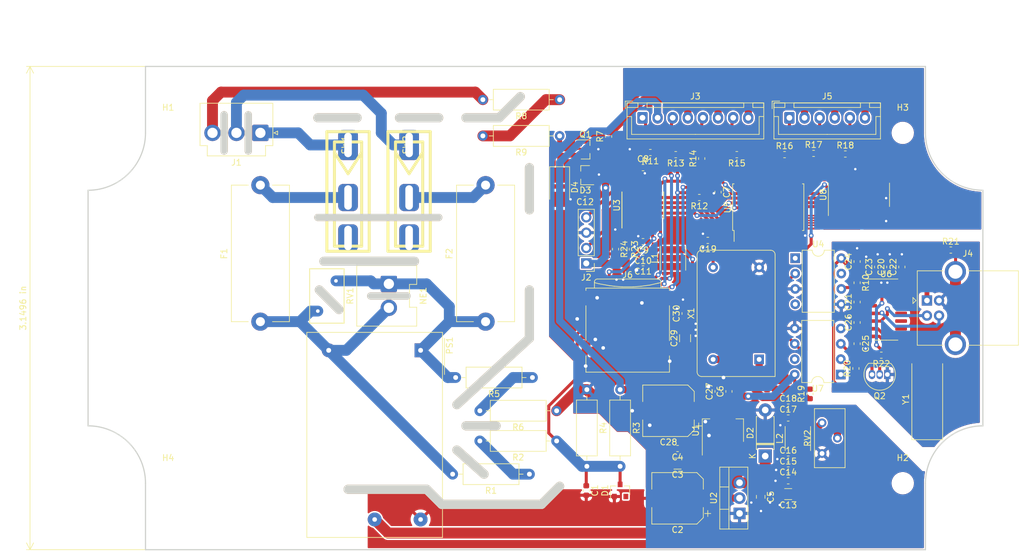
<source format=kicad_pcb>
(kicad_pcb (version 20190605) (host pcbnew "(5.99.0-52-gefbc802f4)")

  (general
    (thickness 1.6)
    (drawings 81)
    (tracks 642)
    (modules 90)
    (nets 91)
  )

  (page "A4")
  (layers
    (0 "F.Cu" signal)
    (31 "B.Cu" signal)
    (32 "B.Adhes" user)
    (33 "F.Adhes" user)
    (34 "B.Paste" user)
    (35 "F.Paste" user)
    (36 "B.SilkS" user)
    (37 "F.SilkS" user)
    (38 "B.Mask" user)
    (39 "F.Mask" user)
    (40 "Dwgs.User" user)
    (41 "Cmts.User" user)
    (42 "Eco1.User" user)
    (43 "Eco2.User" user)
    (44 "Edge.Cuts" user)
    (45 "Margin" user)
    (46 "B.CrtYd" user)
    (47 "F.CrtYd" user)
    (48 "B.Fab" user)
    (49 "F.Fab" user)
  )

  (setup
    (last_trace_width 0.25)
    (user_trace_width 0.25)
    (user_trace_width 0.5)
    (user_trace_width 0.8)
    (user_trace_width 1.2)
    (user_trace_width 1.8)
    (user_trace_width 2.8)
    (trace_clearance 0.15)
    (zone_clearance 0.254)
    (zone_45_only no)
    (trace_min 0.2)
    (via_size 0.8)
    (via_drill 0.4)
    (via_min_size 0.4)
    (via_min_drill 0.3)
    (user_via 0.8 0.4)
    (user_via 1.2 0.6)
    (user_via 1.6 0.8)
    (user_via 2.4 1.2)
    (uvia_size 0.3)
    (uvia_drill 0.1)
    (uvias_allowed no)
    (uvia_min_size 0.2)
    (uvia_min_drill 0.1)
    (max_error 0.005)
    (defaults
      (edge_clearance 0.01)
      (edge_cuts_line_width 0.05)
      (courtyard_line_width 0.05)
      (copper_line_width 0.2)
      (copper_text_dims (size 1.5 1.5) (thickness 0.3) keep_upright)
      (silk_line_width 0.12)
      (silk_text_dims (size 1 1) (thickness 0.15) keep_upright)
      (other_layers_line_width 0.1)
      (other_layers_text_dims (size 1 1) (thickness 0.15) keep_upright)
    )
    (pad_size 1.524 1.524)
    (pad_drill 0.762)
    (pad_to_mask_clearance 0.051)
    (solder_mask_min_width 0.25)
    (aux_axis_origin 0 0)
    (grid_origin 26 60)
    (visible_elements FFFFFF7F)
    (pcbplotparams
      (layerselection 0x010fc_ffffffff)
      (usegerberextensions false)
      (usegerberattributes false)
      (usegerberadvancedattributes false)
      (creategerberjobfile false)
      (excludeedgelayer true)
      (linewidth 0.100000)
      (plotframeref false)
      (viasonmask false)
      (mode 1)
      (useauxorigin false)
      (hpglpennumber 1)
      (hpglpenspeed 20)
      (hpglpendiameter 15.000000)
      (psnegative false)
      (psa4output false)
      (plotreference true)
      (plotvalue true)
      (plotinvisibletext false)
      (padsonsilk false)
      (subtractmaskfromsilk false)
      (outputformat 1)
      (mirror false)
      (drillshape 1)
      (scaleselection 1)
      (outputdirectory ""))
  )

  (net 0 "")
  (net 1 "GND")
  (net 2 "/line_meas")
  (net 3 "+15V")
  (net 4 "+3V3")
  (net 5 "Net-(C10-Pad1)")
  (net 6 "Net-(C12-Pad1)")
  (net 7 "+12V")
  (net 8 "/vcc_ocxo")
  (net 9 "Net-(C19-Pad1)")
  (net 10 "GNDD")
  (net 11 "VBUS")
  (net 12 "Net-(C21-Pad1)")
  (net 13 "Net-(C25-Pad1)")
  (net 14 "Net-(C26-Pad1)")
  (net 15 "Net-(F1-Pad2)")
  (net 16 "Net-(F1-Pad1)")
  (net 17 "Net-(F2-Pad2)")
  (net 18 "Net-(F2-Pad1)")
  (net 19 "Earth")
  (net 20 "/N")
  (net 21 "/L")
  (net 22 "/SWDIO")
  (net 23 "/SWCLK")
  (net 24 "Net-(J3-Pad7)")
  (net 25 "Net-(J3-Pad5)")
  (net 26 "Net-(J3-Pad3)")
  (net 27 "Net-(J3-Pad1)")
  (net 28 "Net-(J4-Pad5)")
  (net 29 "Net-(J4-Pad3)")
  (net 30 "Net-(J4-Pad2)")
  (net 31 "Net-(J5-Pad5)")
  (net 32 "Net-(J5-Pad3)")
  (net 33 "Net-(J5-Pad1)")
  (net 34 "/line_pol")
  (net 35 "Net-(Q2-Pad3)")
  (net 36 "Net-(Q2-Pad2)")
  (net 37 "Net-(R1-Pad1)")
  (net 38 "Net-(R5-Pad1)")
  (net 39 "Net-(R8-Pad1)")
  (net 40 "Net-(R10-Pad2)")
  (net 41 "/led_pol_pos_drv")
  (net 42 "/HOST_RX")
  (net 43 "Net-(R12-Pad1)")
  (net 44 "/led_pol_neg_drv")
  (net 45 "/led_comm_drv")
  (net 46 "/led_err_drv")
  (net 47 "/led_ocxo_lock_drv")
  (net 48 "/led_1pps_drv")
  (net 49 "/led_sdcard_drv")
  (net 50 "Net-(R20-Pad2)")
  (net 51 "Net-(R22-Pad1)")
  (net 52 "Net-(R23-Pad1)")
  (net 53 "Net-(R24-Pad1)")
  (net 54 "Net-(RV2-Pad2)")
  (net 55 "Net-(SW1-Pad1)")
  (net 56 "Net-(SW2-Pad1)")
  (net 57 "/HOST_TX")
  (net 58 "/led_ocxo_lock")
  (net 59 "/led_err")
  (net 60 "/led_comm")
  (net 61 "/led_pol_neg")
  (net 62 "/led_pol_pos")
  (net 63 "/led_sdcard")
  (net 64 "/led_1pps")
  (net 65 "Net-(U3-Pad3)")
  (net 66 "Net-(U4-Pad7)")
  (net 67 "Net-(U4-Pad1)")
  (net 68 "Net-(U6-Pad15)")
  (net 69 "Net-(U6-Pad14)")
  (net 70 "Net-(U6-Pad13)")
  (net 71 "Net-(U6-Pad12)")
  (net 72 "Net-(U6-Pad11)")
  (net 73 "Net-(U6-Pad10)")
  (net 74 "Net-(U6-Pad9)")
  (net 75 "Net-(U7-Pad7)")
  (net 76 "Net-(U7-Pad1)")
  (net 77 "/MOSI")
  (net 78 "/MISO")
  (net 79 "/SCK")
  (net 80 "Net-(U3-Pad7)")
  (net 81 "Net-(U3-Pad6)")
  (net 82 "Net-(J6-Pad8)")
  (net 83 "Net-(J6-Pad1)")
  (net 84 "/SD_CS")
  (net 85 "Net-(U5-Pad18)")
  (net 86 "Net-(U5-Pad10)")
  (net 87 "Net-(U5-Pad1)")
  (net 88 "/LED_STB")
  (net 89 "Net-(U8-Pad9)")
  (net 90 "Net-(U8-Pad7)")

  (net_class "Default" "This is the default net class."
    (clearance 0.15)
    (trace_width 0.25)
    (via_dia 0.8)
    (via_drill 0.4)
    (uvia_dia 0.3)
    (uvia_drill 0.1)
    (add_net "+12V")
    (add_net "+15V")
    (add_net "+3V3")
    (add_net "/HOST_RX")
    (add_net "/HOST_TX")
    (add_net "/L")
    (add_net "/LED_STB")
    (add_net "/MISO")
    (add_net "/MOSI")
    (add_net "/N")
    (add_net "/SCK")
    (add_net "/SD_CS")
    (add_net "/SWCLK")
    (add_net "/SWDIO")
    (add_net "/led_1pps")
    (add_net "/led_1pps_drv")
    (add_net "/led_comm")
    (add_net "/led_comm_drv")
    (add_net "/led_err")
    (add_net "/led_err_drv")
    (add_net "/led_ocxo_lock")
    (add_net "/led_ocxo_lock_drv")
    (add_net "/led_pol_neg")
    (add_net "/led_pol_neg_drv")
    (add_net "/led_pol_pos")
    (add_net "/led_pol_pos_drv")
    (add_net "/led_sdcard")
    (add_net "/led_sdcard_drv")
    (add_net "/line_meas")
    (add_net "/line_pol")
    (add_net "/vcc_ocxo")
    (add_net "Earth")
    (add_net "GND")
    (add_net "GNDD")
    (add_net "Net-(C10-Pad1)")
    (add_net "Net-(C12-Pad1)")
    (add_net "Net-(C19-Pad1)")
    (add_net "Net-(C21-Pad1)")
    (add_net "Net-(C25-Pad1)")
    (add_net "Net-(C26-Pad1)")
    (add_net "Net-(F1-Pad1)")
    (add_net "Net-(F1-Pad2)")
    (add_net "Net-(F2-Pad1)")
    (add_net "Net-(F2-Pad2)")
    (add_net "Net-(J3-Pad1)")
    (add_net "Net-(J3-Pad3)")
    (add_net "Net-(J3-Pad5)")
    (add_net "Net-(J3-Pad7)")
    (add_net "Net-(J4-Pad2)")
    (add_net "Net-(J4-Pad3)")
    (add_net "Net-(J4-Pad5)")
    (add_net "Net-(J5-Pad1)")
    (add_net "Net-(J5-Pad3)")
    (add_net "Net-(J5-Pad5)")
    (add_net "Net-(J6-Pad1)")
    (add_net "Net-(J6-Pad8)")
    (add_net "Net-(Q2-Pad2)")
    (add_net "Net-(Q2-Pad3)")
    (add_net "Net-(R1-Pad1)")
    (add_net "Net-(R10-Pad2)")
    (add_net "Net-(R12-Pad1)")
    (add_net "Net-(R20-Pad2)")
    (add_net "Net-(R22-Pad1)")
    (add_net "Net-(R23-Pad1)")
    (add_net "Net-(R24-Pad1)")
    (add_net "Net-(R5-Pad1)")
    (add_net "Net-(R8-Pad1)")
    (add_net "Net-(RV2-Pad2)")
    (add_net "Net-(SW1-Pad1)")
    (add_net "Net-(SW2-Pad1)")
    (add_net "Net-(U3-Pad3)")
    (add_net "Net-(U3-Pad6)")
    (add_net "Net-(U3-Pad7)")
    (add_net "Net-(U4-Pad1)")
    (add_net "Net-(U4-Pad7)")
    (add_net "Net-(U5-Pad1)")
    (add_net "Net-(U5-Pad10)")
    (add_net "Net-(U5-Pad18)")
    (add_net "Net-(U6-Pad10)")
    (add_net "Net-(U6-Pad11)")
    (add_net "Net-(U6-Pad12)")
    (add_net "Net-(U6-Pad13)")
    (add_net "Net-(U6-Pad14)")
    (add_net "Net-(U6-Pad15)")
    (add_net "Net-(U6-Pad9)")
    (add_net "Net-(U7-Pad1)")
    (add_net "Net-(U7-Pad7)")
    (add_net "Net-(U8-Pad7)")
    (add_net "Net-(U8-Pad9)")
    (add_net "VBUS")
  )

  (module "Package_SO:SOIC-16_3.9x9.9mm_P1.27mm" (layer "F.Cu") (tedit 5C97300E) (tstamp 5DBB7A33)
    (at 153.5 81.25 90)
    (descr "SOIC, 16 Pin (JEDEC MS-012AC, https://www.analog.com/media/en/package-pcb-resources/package/pkg_pdf/soic_narrow-r/r_16.pdf), generated with kicad-footprint-generator ipc_gullwing_generator.py")
    (tags "SOIC SO")
    (path "/5DCA7508")
    (attr smd)
    (fp_text reference "U8" (at 0 -5.9 90) (layer "F.SilkS")
      (effects (font (size 1 1) (thickness 0.15)))
    )
    (fp_text value "74HC595" (at 0 5.9 90) (layer "F.Fab")
      (effects (font (size 1 1) (thickness 0.15)))
    )
    (fp_text user "%R" (at 0 0 90) (layer "F.Fab")
      (effects (font (size 0.98 0.98) (thickness 0.15)))
    )
    (fp_line (start 3.7 -5.2) (end -3.7 -5.2) (layer "F.CrtYd") (width 0.05))
    (fp_line (start 3.7 5.2) (end 3.7 -5.2) (layer "F.CrtYd") (width 0.05))
    (fp_line (start -3.7 5.2) (end 3.7 5.2) (layer "F.CrtYd") (width 0.05))
    (fp_line (start -3.7 -5.2) (end -3.7 5.2) (layer "F.CrtYd") (width 0.05))
    (fp_line (start -1.95 -3.975) (end -0.975 -4.95) (layer "F.Fab") (width 0.1))
    (fp_line (start -1.95 4.95) (end -1.95 -3.975) (layer "F.Fab") (width 0.1))
    (fp_line (start 1.95 4.95) (end -1.95 4.95) (layer "F.Fab") (width 0.1))
    (fp_line (start 1.95 -4.95) (end 1.95 4.95) (layer "F.Fab") (width 0.1))
    (fp_line (start -0.975 -4.95) (end 1.95 -4.95) (layer "F.Fab") (width 0.1))
    (fp_line (start 0 -5.06) (end -3.45 -5.06) (layer "F.SilkS") (width 0.12))
    (fp_line (start 0 -5.06) (end 1.95 -5.06) (layer "F.SilkS") (width 0.12))
    (fp_line (start 0 5.06) (end -1.95 5.06) (layer "F.SilkS") (width 0.12))
    (fp_line (start 0 5.06) (end 1.95 5.06) (layer "F.SilkS") (width 0.12))
    (pad "16" smd roundrect (at 2.475 -4.445 90) (size 1.95 0.6) (layers "F.Cu" "F.Paste" "F.Mask") (roundrect_rratio 0.25)
      (net 4 "+3V3"))
    (pad "15" smd roundrect (at 2.475 -3.175 90) (size 1.95 0.6) (layers "F.Cu" "F.Paste" "F.Mask") (roundrect_rratio 0.25)
      (net 62 "/led_pol_pos"))
    (pad "14" smd roundrect (at 2.475 -1.905 90) (size 1.95 0.6) (layers "F.Cu" "F.Paste" "F.Mask") (roundrect_rratio 0.25)
      (net 77 "/MOSI"))
    (pad "13" smd roundrect (at 2.475 -0.635 90) (size 1.95 0.6) (layers "F.Cu" "F.Paste" "F.Mask") (roundrect_rratio 0.25)
      (net 1 "GND"))
    (pad "12" smd roundrect (at 2.475 0.635 90) (size 1.95 0.6) (layers "F.Cu" "F.Paste" "F.Mask") (roundrect_rratio 0.25)
      (net 88 "/LED_STB"))
    (pad "11" smd roundrect (at 2.475 1.905 90) (size 1.95 0.6) (layers "F.Cu" "F.Paste" "F.Mask") (roundrect_rratio 0.25)
      (net 79 "/SCK"))
    (pad "10" smd roundrect (at 2.475 3.175 90) (size 1.95 0.6) (layers "F.Cu" "F.Paste" "F.Mask") (roundrect_rratio 0.25)
      (net 4 "+3V3"))
    (pad "9" smd roundrect (at 2.475 4.445 90) (size 1.95 0.6) (layers "F.Cu" "F.Paste" "F.Mask") (roundrect_rratio 0.25)
      (net 89 "Net-(U8-Pad9)"))
    (pad "8" smd roundrect (at -2.475 4.445 90) (size 1.95 0.6) (layers "F.Cu" "F.Paste" "F.Mask") (roundrect_rratio 0.25)
      (net 1 "GND"))
    (pad "7" smd roundrect (at -2.475 3.175 90) (size 1.95 0.6) (layers "F.Cu" "F.Paste" "F.Mask") (roundrect_rratio 0.25)
      (net 90 "Net-(U8-Pad7)"))
    (pad "6" smd roundrect (at -2.475 1.905 90) (size 1.95 0.6) (layers "F.Cu" "F.Paste" "F.Mask") (roundrect_rratio 0.25)
      (net 63 "/led_sdcard"))
    (pad "5" smd roundrect (at -2.475 0.635 90) (size 1.95 0.6) (layers "F.Cu" "F.Paste" "F.Mask") (roundrect_rratio 0.25)
      (net 64 "/led_1pps"))
    (pad "4" smd roundrect (at -2.475 -0.635 90) (size 1.95 0.6) (layers "F.Cu" "F.Paste" "F.Mask") (roundrect_rratio 0.25)
      (net 58 "/led_ocxo_lock"))
    (pad "3" smd roundrect (at -2.475 -1.905 90) (size 1.95 0.6) (layers "F.Cu" "F.Paste" "F.Mask") (roundrect_rratio 0.25)
      (net 59 "/led_err"))
    (pad "2" smd roundrect (at -2.475 -3.175 90) (size 1.95 0.6) (layers "F.Cu" "F.Paste" "F.Mask") (roundrect_rratio 0.25)
      (net 60 "/led_comm"))
    (pad "1" smd roundrect (at -2.475 -4.445 90) (size 1.95 0.6) (layers "F.Cu" "F.Paste" "F.Mask") (roundrect_rratio 0.25)
      (net 61 "/led_pol_neg"))
    (model "${KISYS3DMOD}/Package_SO.3dshapes/SOIC-16_3.9x9.9mm_P1.27mm.wrl"
      (at (xyz 0 0 0))
      (scale (xyz 1 1 1))
      (rotate (xyz 0 0 0))
    )
  )

  (module "Package_SO:SOIC-18W_7.5x11.6mm_P1.27mm" (layer "F.Cu") (tedit 5C97300E) (tstamp 5DBB1A3F)
    (at 138.5 83.3 90)
    (descr "SOIC, 18 Pin (JEDEC MS-013AB, https://www.analog.com/media/en/package-pcb-resources/package/33254132129439rw_18.pdf), generated with kicad-footprint-generator ipc_gullwing_generator.py")
    (tags "SOIC SO")
    (path "/5DEFDA98")
    (attr smd)
    (fp_text reference "U5" (at 0 -6.72 90) (layer "F.SilkS")
      (effects (font (size 1 1) (thickness 0.15)))
    )
    (fp_text value "ULN2803A" (at 0 6.72 90) (layer "F.Fab")
      (effects (font (size 1 1) (thickness 0.15)))
    )
    (fp_text user "%R" (at 0 0 90) (layer "F.Fab")
      (effects (font (size 1 1) (thickness 0.15)))
    )
    (fp_line (start 5.93 -6.02) (end -5.93 -6.02) (layer "F.CrtYd") (width 0.05))
    (fp_line (start 5.93 6.02) (end 5.93 -6.02) (layer "F.CrtYd") (width 0.05))
    (fp_line (start -5.93 6.02) (end 5.93 6.02) (layer "F.CrtYd") (width 0.05))
    (fp_line (start -5.93 -6.02) (end -5.93 6.02) (layer "F.CrtYd") (width 0.05))
    (fp_line (start -3.75 -4.775) (end -2.75 -5.775) (layer "F.Fab") (width 0.1))
    (fp_line (start -3.75 5.775) (end -3.75 -4.775) (layer "F.Fab") (width 0.1))
    (fp_line (start 3.75 5.775) (end -3.75 5.775) (layer "F.Fab") (width 0.1))
    (fp_line (start 3.75 -5.775) (end 3.75 5.775) (layer "F.Fab") (width 0.1))
    (fp_line (start -2.75 -5.775) (end 3.75 -5.775) (layer "F.Fab") (width 0.1))
    (fp_line (start -3.86 -5.64) (end -5.675 -5.64) (layer "F.SilkS") (width 0.12))
    (fp_line (start -3.86 -5.885) (end -3.86 -5.64) (layer "F.SilkS") (width 0.12))
    (fp_line (start 0 -5.885) (end -3.86 -5.885) (layer "F.SilkS") (width 0.12))
    (fp_line (start 3.86 -5.885) (end 3.86 -5.64) (layer "F.SilkS") (width 0.12))
    (fp_line (start 0 -5.885) (end 3.86 -5.885) (layer "F.SilkS") (width 0.12))
    (fp_line (start -3.86 5.885) (end -3.86 5.64) (layer "F.SilkS") (width 0.12))
    (fp_line (start 0 5.885) (end -3.86 5.885) (layer "F.SilkS") (width 0.12))
    (fp_line (start 3.86 5.885) (end 3.86 5.64) (layer "F.SilkS") (width 0.12))
    (fp_line (start 0 5.885) (end 3.86 5.885) (layer "F.SilkS") (width 0.12))
    (pad "18" smd roundrect (at 4.65 -5.08 90) (size 2.05 0.6) (layers "F.Cu" "F.Paste" "F.Mask") (roundrect_rratio 0.25)
      (net 85 "Net-(U5-Pad18)"))
    (pad "17" smd roundrect (at 4.65 -3.81 90) (size 2.05 0.6) (layers "F.Cu" "F.Paste" "F.Mask") (roundrect_rratio 0.25)
      (net 41 "/led_pol_pos_drv"))
    (pad "16" smd roundrect (at 4.65 -2.54 90) (size 2.05 0.6) (layers "F.Cu" "F.Paste" "F.Mask") (roundrect_rratio 0.25)
      (net 44 "/led_pol_neg_drv"))
    (pad "15" smd roundrect (at 4.65 -1.27 90) (size 2.05 0.6) (layers "F.Cu" "F.Paste" "F.Mask") (roundrect_rratio 0.25)
      (net 45 "/led_comm_drv"))
    (pad "14" smd roundrect (at 4.65 0 90) (size 2.05 0.6) (layers "F.Cu" "F.Paste" "F.Mask") (roundrect_rratio 0.25)
      (net 46 "/led_err_drv"))
    (pad "13" smd roundrect (at 4.65 1.27 90) (size 2.05 0.6) (layers "F.Cu" "F.Paste" "F.Mask") (roundrect_rratio 0.25)
      (net 47 "/led_ocxo_lock_drv"))
    (pad "12" smd roundrect (at 4.65 2.54 90) (size 2.05 0.6) (layers "F.Cu" "F.Paste" "F.Mask") (roundrect_rratio 0.25)
      (net 48 "/led_1pps_drv"))
    (pad "11" smd roundrect (at 4.65 3.81 90) (size 2.05 0.6) (layers "F.Cu" "F.Paste" "F.Mask") (roundrect_rratio 0.25)
      (net 49 "/led_sdcard_drv"))
    (pad "10" smd roundrect (at 4.65 5.08 90) (size 2.05 0.6) (layers "F.Cu" "F.Paste" "F.Mask") (roundrect_rratio 0.25)
      (net 86 "Net-(U5-Pad10)"))
    (pad "9" smd roundrect (at -4.65 5.08 90) (size 2.05 0.6) (layers "F.Cu" "F.Paste" "F.Mask") (roundrect_rratio 0.25)
      (net 1 "GND"))
    (pad "8" smd roundrect (at -4.65 3.81 90) (size 2.05 0.6) (layers "F.Cu" "F.Paste" "F.Mask") (roundrect_rratio 0.25)
      (net 63 "/led_sdcard"))
    (pad "7" smd roundrect (at -4.65 2.54 90) (size 2.05 0.6) (layers "F.Cu" "F.Paste" "F.Mask") (roundrect_rratio 0.25)
      (net 64 "/led_1pps"))
    (pad "6" smd roundrect (at -4.65 1.27 90) (size 2.05 0.6) (layers "F.Cu" "F.Paste" "F.Mask") (roundrect_rratio 0.25)
      (net 58 "/led_ocxo_lock"))
    (pad "5" smd roundrect (at -4.65 0 90) (size 2.05 0.6) (layers "F.Cu" "F.Paste" "F.Mask") (roundrect_rratio 0.25)
      (net 59 "/led_err"))
    (pad "4" smd roundrect (at -4.65 -1.27 90) (size 2.05 0.6) (layers "F.Cu" "F.Paste" "F.Mask") (roundrect_rratio 0.25)
      (net 60 "/led_comm"))
    (pad "3" smd roundrect (at -4.65 -2.54 90) (size 2.05 0.6) (layers "F.Cu" "F.Paste" "F.Mask") (roundrect_rratio 0.25)
      (net 61 "/led_pol_neg"))
    (pad "2" smd roundrect (at -4.65 -3.81 90) (size 2.05 0.6) (layers "F.Cu" "F.Paste" "F.Mask") (roundrect_rratio 0.25)
      (net 62 "/led_pol_pos"))
    (pad "1" smd roundrect (at -4.65 -5.08 90) (size 2.05 0.6) (layers "F.Cu" "F.Paste" "F.Mask") (roundrect_rratio 0.25)
      (net 87 "Net-(U5-Pad1)"))
    (model "${KISYS3DMOD}/Package_SO.3dshapes/SOIC-18W_7.5x11.6mm_P1.27mm.wrl"
      (at (xyz 0 0 0))
      (scale (xyz 1 1 1))
      (rotate (xyz 0 0 0))
    )
  )

  (module "Connector_Card:microSD_HC_Wuerth_693072010801" (layer "F.Cu") (tedit 5A1DBFB5) (tstamp 5DB9E00F)
    (at 115.25 102.5)
    (descr "http://katalog.we-online.de/em/datasheet/693072010801.pdf")
    (tags "Micro SD Wuerth Wurth Würth")
    (path "/5DE300A1")
    (attr smd)
    (fp_text reference "J6" (at 0 -7.99) (layer "F.SilkS")
      (effects (font (size 1 1) (thickness 0.15)))
    )
    (fp_text value "Micro_SD_Card" (at 0 9.22) (layer "F.Fab")
      (effects (font (size 1 1) (thickness 0.15)))
    )
    (fp_arc (start -5 -6.81) (end -5.5 -6.81) (angle 90) (layer "F.SilkS") (width 0.12))
    (fp_arc (start 5 -6.81) (end 5 -7.31) (angle 90) (layer "F.SilkS") (width 0.12))
    (fp_line (start -8.08 -6.2) (end -8.08 8.5) (layer "F.CrtYd") (width 0.05))
    (fp_line (start 8.08 8.5) (end -8.08 8.5) (layer "F.CrtYd") (width 0.05))
    (fp_line (start 8.08 -6.2) (end -8.08 -6.2) (layer "F.CrtYd") (width 0.05))
    (fp_line (start 8.08 -6.2) (end 8.08 8.5) (layer "F.CrtYd") (width 0.05))
    (fp_line (start -6.91 -5.81) (end -6.91 -5.41) (layer "F.SilkS") (width 0.12))
    (fp_line (start -6.91 -2.89) (end -6.91 2.89) (layer "F.SilkS") (width 0.12))
    (fp_line (start -6.91 5.41) (end -6.91 8.11) (layer "F.SilkS") (width 0.12))
    (fp_line (start 6.91 -2.89) (end 6.91 2.89) (layer "F.SilkS") (width 0.12))
    (fp_line (start 6.91 -5.81) (end 6.91 -5.41) (layer "F.SilkS") (width 0.12))
    (fp_line (start 6.91 5.41) (end 6.91 8.11) (layer "F.SilkS") (width 0.12))
    (fp_line (start 6.91 8.11) (end -6.91 8.11) (layer "F.SilkS") (width 0.12))
    (fp_line (start -6.91 -5.81) (end 6.91 -5.81) (layer "F.SilkS") (width 0.12))
    (fp_line (start 5.5 -5.81) (end 5.5 -6.81) (layer "F.SilkS") (width 0.12))
    (fp_line (start -5.5 -5.81) (end -5.5 -6.81) (layer "F.SilkS") (width 0.12))
    (fp_line (start -5 -7.31) (end 5 -7.31) (layer "F.SilkS") (width 0.12))
    (fp_line (start -5.5 -6.71) (end -4.7 -6.51) (layer "F.SilkS") (width 0.12))
    (fp_line (start -4.7 -6.51) (end -3 -6.21) (layer "F.SilkS") (width 0.12))
    (fp_line (start -3 -6.21) (end -2.2 -6.11) (layer "F.SilkS") (width 0.12))
    (fp_line (start -2.2 -6.11) (end -0.9 -6.01) (layer "F.SilkS") (width 0.12))
    (fp_line (start -0.9 -6.01) (end 0.9 -6.01) (layer "F.SilkS") (width 0.12))
    (fp_line (start 0.9 -6.01) (end 2.2 -6.11) (layer "F.SilkS") (width 0.12))
    (fp_line (start 2.2 -6.11) (end 3.7 -6.31) (layer "F.SilkS") (width 0.12))
    (fp_line (start 3.7 -6.31) (end 5 -6.61) (layer "F.SilkS") (width 0.12))
    (fp_line (start 5 -6.61) (end 5.5 -6.71) (layer "F.SilkS") (width 0.12))
    (fp_line (start 6.8 8) (end 6.8 -5.7) (layer "F.Fab") (width 0.1))
    (fp_line (start 6.8 -5.7) (end -6.8 -5.7) (layer "F.Fab") (width 0.1))
    (fp_line (start -6.8 -5.7) (end -6.8 8) (layer "F.Fab") (width 0.1))
    (fp_line (start -6.8 8) (end 6.8 8) (layer "F.Fab") (width 0.1))
    (fp_text user "%R" (at 0 1.15) (layer "F.Fab")
      (effects (font (size 1 1) (thickness 0.15)))
    )
    (pad "1" smd rect (at -3.2 -1.55) (size 0.8 1.5) (layers "F.Cu" "F.Paste" "F.Mask")
      (net 83 "Net-(J6-Pad1)"))
    (pad "2" smd rect (at -2.1 -1.55) (size 0.8 1.5) (layers "F.Cu" "F.Paste" "F.Mask")
      (net 84 "/SD_CS"))
    (pad "3" smd rect (at -1 -1.55) (size 0.8 1.5) (layers "F.Cu" "F.Paste" "F.Mask")
      (net 78 "/MISO"))
    (pad "4" smd rect (at 0.1 -1.55) (size 0.8 1.5) (layers "F.Cu" "F.Paste" "F.Mask")
      (net 4 "+3V3"))
    (pad "5" smd rect (at 1.2 -1.55) (size 0.8 1.5) (layers "F.Cu" "F.Paste" "F.Mask")
      (net 79 "/SCK"))
    (pad "6" smd rect (at 2.3 -1.55) (size 0.8 1.5) (layers "F.Cu" "F.Paste" "F.Mask")
      (net 1 "GND"))
    (pad "7" smd rect (at 3.4 -1.55) (size 0.8 1.5) (layers "F.Cu" "F.Paste" "F.Mask")
      (net 77 "/MOSI"))
    (pad "8" smd rect (at 4.5 -1.55) (size 0.8 1.5) (layers "F.Cu" "F.Paste" "F.Mask")
      (net 82 "Net-(J6-Pad8)"))
    (pad "9" smd rect (at 6.875 4.15) (size 1.45 2) (layers "F.Cu" "F.Paste" "F.Mask")
      (net 1 "GND"))
    (pad "9" smd rect (at -6.875 4.15) (size 1.45 2) (layers "F.Cu" "F.Paste" "F.Mask")
      (net 1 "GND"))
    (pad "9" smd rect (at -6.875 -4.15) (size 1.45 2) (layers "F.Cu" "F.Paste" "F.Mask")
      (net 1 "GND"))
    (pad "9" smd rect (at 6.875 -4.15) (size 1.45 2) (layers "F.Cu" "F.Paste" "F.Mask")
      (net 1 "GND"))
    (model "${KISYS3DMOD}/Connector_Card.3dshapes/microSD_HC_Wuerth_693072010801.wrl"
      (at (xyz 0 0 0))
      (scale (xyz 1 1 1))
      (rotate (xyz 0 0 0))
    )
  )

  (module "Crystal:Crystal_SMD_HC49-SD" (layer "F.Cu") (tedit 5A1AD52C) (tstamp 5DBA96BB)
    (at 164.8 115.1 90)
    (descr "SMD Crystal HC-49-SD http://cdn-reichelt.de/documents/datenblatt/B400/xxx-HC49-SMD.pdf, 11.4x4.7mm^2 package")
    (tags "SMD SMT crystal")
    (path "/5DC977CB")
    (attr smd)
    (fp_text reference "Y1" (at 0 -3.55 90) (layer "F.SilkS")
      (effects (font (size 1 1) (thickness 0.15)))
    )
    (fp_text value "12M" (at 0 3.55 90) (layer "F.Fab")
      (effects (font (size 1 1) (thickness 0.15)))
    )
    (fp_arc (start 3.015 0) (end 3.015 -2.115) (angle 180) (layer "F.Fab") (width 0.1))
    (fp_arc (start -3.015 0) (end -3.015 -2.115) (angle -180) (layer "F.Fab") (width 0.1))
    (fp_line (start 6.8 -2.6) (end -6.8 -2.6) (layer "F.CrtYd") (width 0.05))
    (fp_line (start 6.8 2.6) (end 6.8 -2.6) (layer "F.CrtYd") (width 0.05))
    (fp_line (start -6.8 2.6) (end 6.8 2.6) (layer "F.CrtYd") (width 0.05))
    (fp_line (start -6.8 -2.6) (end -6.8 2.6) (layer "F.CrtYd") (width 0.05))
    (fp_line (start -6.7 2.55) (end 5.9 2.55) (layer "F.SilkS") (width 0.12))
    (fp_line (start -6.7 -2.55) (end -6.7 2.55) (layer "F.SilkS") (width 0.12))
    (fp_line (start 5.9 -2.55) (end -6.7 -2.55) (layer "F.SilkS") (width 0.12))
    (fp_line (start -3.015 2.115) (end 3.015 2.115) (layer "F.Fab") (width 0.1))
    (fp_line (start -3.015 -2.115) (end 3.015 -2.115) (layer "F.Fab") (width 0.1))
    (fp_line (start 5.7 -2.35) (end -5.7 -2.35) (layer "F.Fab") (width 0.1))
    (fp_line (start 5.7 2.35) (end 5.7 -2.35) (layer "F.Fab") (width 0.1))
    (fp_line (start -5.7 2.35) (end 5.7 2.35) (layer "F.Fab") (width 0.1))
    (fp_line (start -5.7 -2.35) (end -5.7 2.35) (layer "F.Fab") (width 0.1))
    (fp_text user "%R" (at 0 0 90) (layer "F.Fab")
      (effects (font (size 1 1) (thickness 0.15)))
    )
    (pad "2" smd rect (at 4.25 0 90) (size 4.5 2) (layers "F.Cu" "F.Paste" "F.Mask")
      (net 14 "Net-(C26-Pad1)"))
    (pad "1" smd rect (at -4.25 0 90) (size 4.5 2) (layers "F.Cu" "F.Paste" "F.Mask")
      (net 13 "Net-(C25-Pad1)"))
    (model "${KISYS3DMOD}/Crystal.3dshapes/Crystal_SMD_HC49-SD.wrl"
      (at (xyz 0 0 0))
      (scale (xyz 1 1 1))
      (rotate (xyz 0 0 0))
    )
  )

  (module "Capacitor_SMD:C_1206_3216Metric" (layer "F.Cu") (tedit 5B301BBE) (tstamp 5DBA2CAC)
    (at 141.8 130.8 180)
    (descr "Capacitor SMD 1206 (3216 Metric), square (rectangular) end terminal, IPC_7351 nominal, (Body size source: http://www.tortai-tech.com/upload/download/2011102023233369053.pdf), generated with kicad-footprint-generator")
    (tags "capacitor")
    (path "/5DEE6415")
    (attr smd)
    (fp_text reference "C13" (at 0 -1.82) (layer "F.SilkS")
      (effects (font (size 1 1) (thickness 0.15)))
    )
    (fp_text value "10u 25V" (at 0 1.82) (layer "F.Fab")
      (effects (font (size 1 1) (thickness 0.15)))
    )
    (fp_text user "%R" (at 0 0) (layer "F.Fab")
      (effects (font (size 0.8 0.8) (thickness 0.12)))
    )
    (fp_line (start 2.28 1.12) (end -2.28 1.12) (layer "F.CrtYd") (width 0.05))
    (fp_line (start 2.28 -1.12) (end 2.28 1.12) (layer "F.CrtYd") (width 0.05))
    (fp_line (start -2.28 -1.12) (end 2.28 -1.12) (layer "F.CrtYd") (width 0.05))
    (fp_line (start -2.28 1.12) (end -2.28 -1.12) (layer "F.CrtYd") (width 0.05))
    (fp_line (start -0.602064 0.91) (end 0.602064 0.91) (layer "F.SilkS") (width 0.12))
    (fp_line (start -0.602064 -0.91) (end 0.602064 -0.91) (layer "F.SilkS") (width 0.12))
    (fp_line (start 1.6 0.8) (end -1.6 0.8) (layer "F.Fab") (width 0.1))
    (fp_line (start 1.6 -0.8) (end 1.6 0.8) (layer "F.Fab") (width 0.1))
    (fp_line (start -1.6 -0.8) (end 1.6 -0.8) (layer "F.Fab") (width 0.1))
    (fp_line (start -1.6 0.8) (end -1.6 -0.8) (layer "F.Fab") (width 0.1))
    (pad "2" smd roundrect (at 1.4 0 180) (size 1.25 1.75) (layers "F.Cu" "F.Paste" "F.Mask") (roundrect_rratio 0.2)
      (net 1 "GND"))
    (pad "1" smd roundrect (at -1.4 0 180) (size 1.25 1.75) (layers "F.Cu" "F.Paste" "F.Mask") (roundrect_rratio 0.2)
      (net 7 "+12V"))
    (model "${KISYS3DMOD}/Capacitor_SMD.3dshapes/C_1206_3216Metric.wrl"
      (at (xyz 0 0 0))
      (scale (xyz 1 1 1))
      (rotate (xyz 0 0 0))
    )
  )

  (module "Capacitor_SMD:C_0603_1608Metric" (layer "F.Cu") (tedit 5B301BBE) (tstamp 5DB9DCE2)
    (at 124.75 100.9 90)
    (descr "Capacitor SMD 0603 (1608 Metric), square (rectangular) end terminal, IPC_7351 nominal, (Body size source: http://www.tortai-tech.com/upload/download/2011102023233369053.pdf), generated with kicad-footprint-generator")
    (tags "capacitor")
    (path "/5DE6ABF5")
    (attr smd)
    (fp_text reference "C30" (at 0 -1.43 90) (layer "F.SilkS")
      (effects (font (size 1 1) (thickness 0.15)))
    )
    (fp_text value "1u 25V" (at 0 1.43 90) (layer "F.Fab")
      (effects (font (size 1 1) (thickness 0.15)))
    )
    (fp_text user "%R" (at 0 0 90) (layer "F.Fab")
      (effects (font (size 0.4 0.4) (thickness 0.06)))
    )
    (fp_line (start 1.48 0.73) (end -1.48 0.73) (layer "F.CrtYd") (width 0.05))
    (fp_line (start 1.48 -0.73) (end 1.48 0.73) (layer "F.CrtYd") (width 0.05))
    (fp_line (start -1.48 -0.73) (end 1.48 -0.73) (layer "F.CrtYd") (width 0.05))
    (fp_line (start -1.48 0.73) (end -1.48 -0.73) (layer "F.CrtYd") (width 0.05))
    (fp_line (start -0.162779 0.51) (end 0.162779 0.51) (layer "F.SilkS") (width 0.12))
    (fp_line (start -0.162779 -0.51) (end 0.162779 -0.51) (layer "F.SilkS") (width 0.12))
    (fp_line (start 0.8 0.4) (end -0.8 0.4) (layer "F.Fab") (width 0.1))
    (fp_line (start 0.8 -0.4) (end 0.8 0.4) (layer "F.Fab") (width 0.1))
    (fp_line (start -0.8 -0.4) (end 0.8 -0.4) (layer "F.Fab") (width 0.1))
    (fp_line (start -0.8 0.4) (end -0.8 -0.4) (layer "F.Fab") (width 0.1))
    (pad "2" smd roundrect (at 0.7875 0 90) (size 0.875 0.95) (layers "F.Cu" "F.Paste" "F.Mask") (roundrect_rratio 0.25)
      (net 1 "GND"))
    (pad "1" smd roundrect (at -0.7875 0 90) (size 0.875 0.95) (layers "F.Cu" "F.Paste" "F.Mask") (roundrect_rratio 0.25)
      (net 4 "+3V3"))
    (model "${KISYS3DMOD}/Capacitor_SMD.3dshapes/C_0603_1608Metric.wrl"
      (at (xyz 0 0 0))
      (scale (xyz 1 1 1))
      (rotate (xyz 0 0 0))
    )
  )

  (module "Capacitor_SMD:C_1206_3216Metric" (layer "F.Cu") (tedit 5B301BBE) (tstamp 5DB9DCD1)
    (at 124.75 105 90)
    (descr "Capacitor SMD 1206 (3216 Metric), square (rectangular) end terminal, IPC_7351 nominal, (Body size source: http://www.tortai-tech.com/upload/download/2011102023233369053.pdf), generated with kicad-footprint-generator")
    (tags "capacitor")
    (path "/5DE6AC05")
    (attr smd)
    (fp_text reference "C29" (at 0 -1.82 90) (layer "F.SilkS")
      (effects (font (size 1 1) (thickness 0.15)))
    )
    (fp_text value "10u 25V" (at 0 1.82 90) (layer "F.Fab")
      (effects (font (size 1 1) (thickness 0.15)))
    )
    (fp_text user "%R" (at 0 0 90) (layer "F.Fab")
      (effects (font (size 0.8 0.8) (thickness 0.12)))
    )
    (fp_line (start 2.28 1.12) (end -2.28 1.12) (layer "F.CrtYd") (width 0.05))
    (fp_line (start 2.28 -1.12) (end 2.28 1.12) (layer "F.CrtYd") (width 0.05))
    (fp_line (start -2.28 -1.12) (end 2.28 -1.12) (layer "F.CrtYd") (width 0.05))
    (fp_line (start -2.28 1.12) (end -2.28 -1.12) (layer "F.CrtYd") (width 0.05))
    (fp_line (start -0.602064 0.91) (end 0.602064 0.91) (layer "F.SilkS") (width 0.12))
    (fp_line (start -0.602064 -0.91) (end 0.602064 -0.91) (layer "F.SilkS") (width 0.12))
    (fp_line (start 1.6 0.8) (end -1.6 0.8) (layer "F.Fab") (width 0.1))
    (fp_line (start 1.6 -0.8) (end 1.6 0.8) (layer "F.Fab") (width 0.1))
    (fp_line (start -1.6 -0.8) (end 1.6 -0.8) (layer "F.Fab") (width 0.1))
    (fp_line (start -1.6 0.8) (end -1.6 -0.8) (layer "F.Fab") (width 0.1))
    (pad "2" smd roundrect (at 1.4 0 90) (size 1.25 1.75) (layers "F.Cu" "F.Paste" "F.Mask") (roundrect_rratio 0.2)
      (net 1 "GND"))
    (pad "1" smd roundrect (at -1.4 0 90) (size 1.25 1.75) (layers "F.Cu" "F.Paste" "F.Mask") (roundrect_rratio 0.2)
      (net 4 "+3V3"))
    (model "${KISYS3DMOD}/Capacitor_SMD.3dshapes/C_1206_3216Metric.wrl"
      (at (xyz 0 0 0))
      (scale (xyz 1 1 1))
      (rotate (xyz 0 0 0))
    )
  )

  (module "Capacitor_SMD:CP_Elec_8x6.2" (layer "F.Cu") (tedit 5BCA39D0) (tstamp 5DB9DCC0)
    (at 122 117 180)
    (descr "SMD capacitor, aluminum electrolytic, Nichicon, 8.0x6.2mm")
    (tags "capacitor electrolytic")
    (path "/5DE6ABE5")
    (attr smd)
    (fp_text reference "C28" (at 0 -5.2) (layer "F.SilkS")
      (effects (font (size 1 1) (thickness 0.15)))
    )
    (fp_text value "47u 25V" (at 0 5.2) (layer "F.Fab")
      (effects (font (size 1 1) (thickness 0.15)))
    )
    (fp_text user "%R" (at 0 0) (layer "F.Fab")
      (effects (font (size 1 1) (thickness 0.15)))
    )
    (fp_line (start -5.3 1.5) (end -4.4 1.5) (layer "F.CrtYd") (width 0.05))
    (fp_line (start -5.3 -1.5) (end -5.3 1.5) (layer "F.CrtYd") (width 0.05))
    (fp_line (start -4.4 -1.5) (end -5.3 -1.5) (layer "F.CrtYd") (width 0.05))
    (fp_line (start -4.4 1.5) (end -4.4 3.25) (layer "F.CrtYd") (width 0.05))
    (fp_line (start -4.4 -3.25) (end -4.4 -1.5) (layer "F.CrtYd") (width 0.05))
    (fp_line (start -4.4 -3.25) (end -3.25 -4.4) (layer "F.CrtYd") (width 0.05))
    (fp_line (start -4.4 3.25) (end -3.25 4.4) (layer "F.CrtYd") (width 0.05))
    (fp_line (start -3.25 -4.4) (end 4.4 -4.4) (layer "F.CrtYd") (width 0.05))
    (fp_line (start -3.25 4.4) (end 4.4 4.4) (layer "F.CrtYd") (width 0.05))
    (fp_line (start 4.4 1.5) (end 4.4 4.4) (layer "F.CrtYd") (width 0.05))
    (fp_line (start 5.3 1.5) (end 4.4 1.5) (layer "F.CrtYd") (width 0.05))
    (fp_line (start 5.3 -1.5) (end 5.3 1.5) (layer "F.CrtYd") (width 0.05))
    (fp_line (start 4.4 -1.5) (end 5.3 -1.5) (layer "F.CrtYd") (width 0.05))
    (fp_line (start 4.4 -4.4) (end 4.4 -1.5) (layer "F.CrtYd") (width 0.05))
    (fp_line (start -5 -3.01) (end -5 -2.01) (layer "F.SilkS") (width 0.12))
    (fp_line (start -5.5 -2.51) (end -4.5 -2.51) (layer "F.SilkS") (width 0.12))
    (fp_line (start -4.26 3.195563) (end -3.195563 4.26) (layer "F.SilkS") (width 0.12))
    (fp_line (start -4.26 -3.195563) (end -3.195563 -4.26) (layer "F.SilkS") (width 0.12))
    (fp_line (start -4.26 -3.195563) (end -4.26 -1.51) (layer "F.SilkS") (width 0.12))
    (fp_line (start -4.26 3.195563) (end -4.26 1.51) (layer "F.SilkS") (width 0.12))
    (fp_line (start -3.195563 4.26) (end 4.26 4.26) (layer "F.SilkS") (width 0.12))
    (fp_line (start -3.195563 -4.26) (end 4.26 -4.26) (layer "F.SilkS") (width 0.12))
    (fp_line (start 4.26 -4.26) (end 4.26 -1.51) (layer "F.SilkS") (width 0.12))
    (fp_line (start 4.26 4.26) (end 4.26 1.51) (layer "F.SilkS") (width 0.12))
    (fp_line (start -3.162278 -1.9) (end -3.162278 -1.1) (layer "F.Fab") (width 0.1))
    (fp_line (start -3.562278 -1.5) (end -2.762278 -1.5) (layer "F.Fab") (width 0.1))
    (fp_line (start -4.15 3.15) (end -3.15 4.15) (layer "F.Fab") (width 0.1))
    (fp_line (start -4.15 -3.15) (end -3.15 -4.15) (layer "F.Fab") (width 0.1))
    (fp_line (start -4.15 -3.15) (end -4.15 3.15) (layer "F.Fab") (width 0.1))
    (fp_line (start -3.15 4.15) (end 4.15 4.15) (layer "F.Fab") (width 0.1))
    (fp_line (start -3.15 -4.15) (end 4.15 -4.15) (layer "F.Fab") (width 0.1))
    (fp_line (start 4.15 -4.15) (end 4.15 4.15) (layer "F.Fab") (width 0.1))
    (fp_circle (center 0 0) (end 4 0) (layer "F.Fab") (width 0.1))
    (pad "2" smd roundrect (at 3.05 0 180) (size 4 2.5) (layers "F.Cu" "F.Paste" "F.Mask") (roundrect_rratio 0.1)
      (net 1 "GND"))
    (pad "1" smd roundrect (at -3.05 0 180) (size 4 2.5) (layers "F.Cu" "F.Paste" "F.Mask") (roundrect_rratio 0.1)
      (net 4 "+3V3"))
    (model "${KISYS3DMOD}/Capacitor_SMD.3dshapes/CP_Elec_8x6.2.wrl"
      (at (xyz 0 0 0))
      (scale (xyz 1 1 1))
      (rotate (xyz 0 0 0))
    )
  )

  (module "Capacitor_SMD:C_1206_3216Metric" (layer "F.Cu") (tedit 5B301BBE) (tstamp 5DB85726)
    (at 123.5 125.75 180)
    (descr "Capacitor SMD 1206 (3216 Metric), square (rectangular) end terminal, IPC_7351 nominal, (Body size source: http://www.tortai-tech.com/upload/download/2011102023233369053.pdf), generated with kicad-footprint-generator")
    (tags "capacitor")
    (path "/5DB6F813")
    (attr smd)
    (fp_text reference "C3" (at 0 -1.82) (layer "F.SilkS")
      (effects (font (size 1 1) (thickness 0.15)))
    )
    (fp_text value "10u 25V" (at 0 1.82) (layer "F.Fab")
      (effects (font (size 1 1) (thickness 0.15)))
    )
    (fp_text user "%R" (at 0 0) (layer "F.Fab")
      (effects (font (size 0.8 0.8) (thickness 0.12)))
    )
    (fp_line (start 2.28 1.12) (end -2.28 1.12) (layer "F.CrtYd") (width 0.05))
    (fp_line (start 2.28 -1.12) (end 2.28 1.12) (layer "F.CrtYd") (width 0.05))
    (fp_line (start -2.28 -1.12) (end 2.28 -1.12) (layer "F.CrtYd") (width 0.05))
    (fp_line (start -2.28 1.12) (end -2.28 -1.12) (layer "F.CrtYd") (width 0.05))
    (fp_line (start -0.602064 0.91) (end 0.602064 0.91) (layer "F.SilkS") (width 0.12))
    (fp_line (start -0.602064 -0.91) (end 0.602064 -0.91) (layer "F.SilkS") (width 0.12))
    (fp_line (start 1.6 0.8) (end -1.6 0.8) (layer "F.Fab") (width 0.1))
    (fp_line (start 1.6 -0.8) (end 1.6 0.8) (layer "F.Fab") (width 0.1))
    (fp_line (start -1.6 -0.8) (end 1.6 -0.8) (layer "F.Fab") (width 0.1))
    (fp_line (start -1.6 0.8) (end -1.6 -0.8) (layer "F.Fab") (width 0.1))
    (pad "2" smd roundrect (at 1.4 0 180) (size 1.25 1.75) (layers "F.Cu" "F.Paste" "F.Mask") (roundrect_rratio 0.2)
      (net 1 "GND"))
    (pad "1" smd roundrect (at -1.4 0 180) (size 1.25 1.75) (layers "F.Cu" "F.Paste" "F.Mask") (roundrect_rratio 0.2)
      (net 3 "+15V"))
    (model "${KISYS3DMOD}/Capacitor_SMD.3dshapes/C_1206_3216Metric.wrl"
      (at (xyz 0 0 0))
      (scale (xyz 1 1 1))
      (rotate (xyz 0 0 0))
    )
  )

  (module "MountingHole:MountingHole_3.2mm_M3" (layer "F.Cu") (tedit 56D1B4CB) (tstamp 5DB9750E)
    (at 39.25 129)
    (descr "Mounting Hole 3.2mm, no annular, M3")
    (tags "mounting hole 3.2mm no annular m3")
    (path "/5DD90273")
    (attr virtual)
    (fp_text reference "H4" (at 0 -4.2) (layer "F.SilkS")
      (effects (font (size 1 1) (thickness 0.15)))
    )
    (fp_text value "MountingHole" (at 0 4.2) (layer "F.Fab")
      (effects (font (size 1 1) (thickness 0.15)))
    )
    (fp_circle (center 0 0) (end 3.45 0) (layer "F.CrtYd") (width 0.05))
    (fp_circle (center 0 0) (end 3.2 0) (layer "Cmts.User") (width 0.15))
    (fp_text user "%R" (at 0.3 0) (layer "F.Fab")
      (effects (font (size 1 1) (thickness 0.15)))
    )
    (pad "1" np_thru_hole circle (at 0 0) (size 3.2 3.2) (drill 3.2) (layers *.Cu *.Mask))
  )

  (module "MountingHole:MountingHole_3.2mm_M3" (layer "F.Cu") (tedit 56D1B4CB) (tstamp 5DB97506)
    (at 160.75 71)
    (descr "Mounting Hole 3.2mm, no annular, M3")
    (tags "mounting hole 3.2mm no annular m3")
    (path "/5DD84DB6")
    (attr virtual)
    (fp_text reference "H3" (at 0 -4.2) (layer "F.SilkS")
      (effects (font (size 1 1) (thickness 0.15)))
    )
    (fp_text value "MountingHole" (at 0 4.2) (layer "F.Fab")
      (effects (font (size 1 1) (thickness 0.15)))
    )
    (fp_circle (center 0 0) (end 3.45 0) (layer "F.CrtYd") (width 0.05))
    (fp_circle (center 0 0) (end 3.2 0) (layer "Cmts.User") (width 0.15))
    (fp_text user "%R" (at 0.3 0) (layer "F.Fab")
      (effects (font (size 1 1) (thickness 0.15)))
    )
    (pad "1" np_thru_hole circle (at 0 0) (size 3.2 3.2) (drill 3.2) (layers *.Cu *.Mask))
  )

  (module "MountingHole:MountingHole_3.2mm_M3" (layer "F.Cu") (tedit 56D1B4CB) (tstamp 5DB974FE)
    (at 160.75 129)
    (descr "Mounting Hole 3.2mm, no annular, M3")
    (tags "mounting hole 3.2mm no annular m3")
    (path "/5DD811C2")
    (attr virtual)
    (fp_text reference "H2" (at 0 -4.2) (layer "F.SilkS")
      (effects (font (size 1 1) (thickness 0.15)))
    )
    (fp_text value "MountingHole" (at 0 4.2) (layer "F.Fab")
      (effects (font (size 1 1) (thickness 0.15)))
    )
    (fp_circle (center 0 0) (end 3.45 0) (layer "F.CrtYd") (width 0.05))
    (fp_circle (center 0 0) (end 3.2 0) (layer "Cmts.User") (width 0.15))
    (fp_text user "%R" (at 0.3 0) (layer "F.Fab")
      (effects (font (size 1 1) (thickness 0.15)))
    )
    (pad "1" np_thru_hole circle (at 0 0) (size 3.2 3.2) (drill 3.2) (layers *.Cu *.Mask))
  )

  (module "MountingHole:MountingHole_3.2mm_M3" (layer "F.Cu") (tedit 56D1B4CB) (tstamp 5DB974F6)
    (at 39.25 71)
    (descr "Mounting Hole 3.2mm, no annular, M3")
    (tags "mounting hole 3.2mm no annular m3")
    (path "/5DD7EDF3")
    (attr virtual)
    (fp_text reference "H1" (at 0 -4.2) (layer "F.SilkS")
      (effects (font (size 1 1) (thickness 0.15)))
    )
    (fp_text value "MountingHole" (at 0 4.2) (layer "F.Fab")
      (effects (font (size 1 1) (thickness 0.15)))
    )
    (fp_circle (center 0 0) (end 3.45 0) (layer "F.CrtYd") (width 0.05))
    (fp_circle (center 0 0) (end 3.2 0) (layer "Cmts.User") (width 0.15))
    (fp_text user "%R" (at 0.3 0) (layer "F.Fab")
      (effects (font (size 1 1) (thickness 0.15)))
    )
    (pad "1" np_thru_hole circle (at 0 0) (size 3.2 3.2) (drill 3.2) (layers *.Cu *.Mask))
  )

  (module "Package_TO_SOT_SMD:SOT-223-3_TabPin2" (layer "F.Cu") (tedit 5A02FF57) (tstamp 5DB85D0A)
    (at 131 120.25 90)
    (descr "module CMS SOT223 4 pins")
    (tags "CMS SOT")
    (path "/5DE45BC1")
    (attr smd)
    (fp_text reference "U1" (at 0 -4.5 90) (layer "F.SilkS")
      (effects (font (size 1 1) (thickness 0.15)))
    )
    (fp_text value "AP1117-33" (at 0 4.5 90) (layer "F.Fab")
      (effects (font (size 1 1) (thickness 0.15)))
    )
    (fp_line (start 1.85 -3.35) (end 1.85 3.35) (layer "F.Fab") (width 0.1))
    (fp_line (start -1.85 3.35) (end 1.85 3.35) (layer "F.Fab") (width 0.1))
    (fp_line (start -4.1 -3.41) (end 1.91 -3.41) (layer "F.SilkS") (width 0.12))
    (fp_line (start -0.85 -3.35) (end 1.85 -3.35) (layer "F.Fab") (width 0.1))
    (fp_line (start -1.85 3.41) (end 1.91 3.41) (layer "F.SilkS") (width 0.12))
    (fp_line (start -1.85 -2.35) (end -1.85 3.35) (layer "F.Fab") (width 0.1))
    (fp_line (start -1.85 -2.35) (end -0.85 -3.35) (layer "F.Fab") (width 0.1))
    (fp_line (start -4.4 -3.6) (end -4.4 3.6) (layer "F.CrtYd") (width 0.05))
    (fp_line (start -4.4 3.6) (end 4.4 3.6) (layer "F.CrtYd") (width 0.05))
    (fp_line (start 4.4 3.6) (end 4.4 -3.6) (layer "F.CrtYd") (width 0.05))
    (fp_line (start 4.4 -3.6) (end -4.4 -3.6) (layer "F.CrtYd") (width 0.05))
    (fp_line (start 1.91 -3.41) (end 1.91 -2.15) (layer "F.SilkS") (width 0.12))
    (fp_line (start 1.91 3.41) (end 1.91 2.15) (layer "F.SilkS") (width 0.12))
    (fp_text user "%R" (at 0 0) (layer "F.Fab")
      (effects (font (size 0.8 0.8) (thickness 0.12)))
    )
    (pad "1" smd rect (at -3.15 -2.3 90) (size 2 1.5) (layers "F.Cu" "F.Paste" "F.Mask")
      (net 1 "GND"))
    (pad "3" smd rect (at -3.15 2.3 90) (size 2 1.5) (layers "F.Cu" "F.Paste" "F.Mask")
      (net 3 "+15V"))
    (pad "2" smd rect (at -3.15 0 90) (size 2 1.5) (layers "F.Cu" "F.Paste" "F.Mask")
      (net 4 "+3V3"))
    (pad "2" smd rect (at 3.15 0 90) (size 2 3.8) (layers "F.Cu" "F.Paste" "F.Mask")
      (net 4 "+3V3"))
    (model "${KISYS3DMOD}/Package_TO_SOT_SMD.3dshapes/SOT-223.wrl"
      (at (xyz 0 0 0))
      (scale (xyz 1 1 1))
      (rotate (xyz 0 0 0))
    )
  )

  (module "Connector_JST:JST_VH_B2P-VH-FB-B_1x02_P3.96mm_Vertical" (layer "F.Cu") (tedit 5DB8550E) (tstamp 5DB8C4F7)
    (at 75.75 96 270)
    (descr "JST VH series connector, B2P-VH-FB-B, shrouded (http://www.jst-mfg.com/product/pdf/eng/eVH.pdf),  generated with kicad-footprint-generator")
    (tags "connector JST VH side entry")
    (path "/5DA6140A")
    (fp_text reference "NE1" (at 1.98 -5.7 270) (layer "F.SilkS")
      (effects (font (size 1 1) (thickness 0.15)))
    )
    (fp_text value "red" (at 1.98 6.4 270) (layer "F.Fab")
      (effects (font (size 1 1) (thickness 0.15)))
    )
    (fp_text user "%R" (at 1.98 2.5 270) (layer "F.Fab")
      (effects (font (size 1 1) (thickness 0.15)))
    )
    (fp_line (start -3.83 -0.3) (end -3.23 0) (layer "F.SilkS") (width 0.12))
    (fp_line (start -3.83 0.3) (end -3.83 -0.3) (layer "F.SilkS") (width 0.12))
    (fp_line (start -3.23 0) (end -3.83 0.3) (layer "F.SilkS") (width 0.12))
    (fp_line (start 6.99 5.31) (end -3.03 5.31) (layer "F.SilkS") (width 0.12))
    (fp_line (start 6.99 -4.61) (end 6.99 5.31) (layer "F.SilkS") (width 0.12))
    (fp_line (start 3.87 -4.61) (end 6.99 -4.61) (layer "F.SilkS") (width 0.12))
    (fp_line (start 3.87 -3.41) (end 3.87 -4.61) (layer "F.SilkS") (width 0.12))
    (fp_line (start 0.09 -3.41) (end 3.87 -3.41) (layer "F.SilkS") (width 0.12))
    (fp_line (start 0.09 -4.61) (end 0.09 -3.41) (layer "F.SilkS") (width 0.12))
    (fp_line (start -3.03 -4.61) (end 0.09 -4.61) (layer "F.SilkS") (width 0.12))
    (fp_line (start -3.03 5.31) (end -3.03 -4.61) (layer "F.SilkS") (width 0.12))
    (fp_line (start 7.38 -5) (end -3.42 -5) (layer "F.CrtYd") (width 0.05))
    (fp_line (start 7.38 5.7) (end 7.38 -5) (layer "F.CrtYd") (width 0.05))
    (fp_line (start -3.42 5.7) (end 7.38 5.7) (layer "F.CrtYd") (width 0.05))
    (fp_line (start -3.42 -5) (end -3.42 5.7) (layer "F.CrtYd") (width 0.05))
    (fp_line (start -2.92 1) (end -1.92 0) (layer "F.Fab") (width 0.1))
    (fp_line (start -2.92 -1) (end -1.92 0) (layer "F.Fab") (width 0.1))
    (fp_line (start 5.96 4.3) (end -2 4.3) (layer "F.Fab") (width 0.1))
    (fp_line (start 5.96 -2.1) (end 5.96 4.3) (layer "F.Fab") (width 0.1))
    (fp_line (start -2 -2.1) (end 5.96 -2.1) (layer "F.Fab") (width 0.1))
    (fp_line (start -2 4.3) (end -2 -2.1) (layer "F.Fab") (width 0.1))
    (fp_line (start 6.88 5.2) (end -2.92 5.2) (layer "F.Fab") (width 0.1))
    (fp_line (start 6.88 -4.5) (end 6.88 5.2) (layer "F.Fab") (width 0.1))
    (fp_line (start 3.98 -4.5) (end 6.88 -4.5) (layer "F.Fab") (width 0.1))
    (fp_line (start 3.98 -3.3) (end 3.98 -4.5) (layer "F.Fab") (width 0.1))
    (fp_line (start -0.02 -3.3) (end 3.98 -3.3) (layer "F.Fab") (width 0.1))
    (fp_line (start -0.02 -4.5) (end -0.02 -3.3) (layer "F.Fab") (width 0.1))
    (fp_line (start -2.92 -4.5) (end -0.02 -4.5) (layer "F.Fab") (width 0.1))
    (fp_line (start -2.92 5.2) (end -2.92 -4.5) (layer "F.Fab") (width 0.1))
    (pad "2" thru_hole circle (at 3.96 0 270) (size 2.7 2.7) (drill 1.7) (layers *.Cu *.Mask)
      (net 16 "Net-(F1-Pad1)"))
    (pad "1" thru_hole roundrect (at 0 0 270) (size 2.7 2.7) (drill 1.7) (layers *.Cu *.Mask) (roundrect_rratio 0.09259299999999999)
      (net 18 "Net-(F2-Pad1)"))
    (model "${KISYS3DMOD}/Connector_JST.3dshapes/JST_VH_B2P-VH-FB-B_1x02_P3.96mm_Vertical.wrl"
      (at (xyz 0 0 0))
      (scale (xyz 1 1 1))
      (rotate (xyz 0 0 0))
    )
  )

  (module "Package_TO_SOT_SMD:SOT-23" (layer "F.Cu") (tedit 5A02FF57) (tstamp 5DB85AC6)
    (at 108.25 73.75)
    (descr "SOT-23, Standard")
    (tags "SOT-23")
    (path "/5DAF266A")
    (attr smd)
    (fp_text reference "Q1" (at 0 -2.5) (layer "F.SilkS")
      (effects (font (size 1 1) (thickness 0.15)))
    )
    (fp_text value "IRLML6244" (at 0 2.5) (layer "F.Fab")
      (effects (font (size 1 1) (thickness 0.15)))
    )
    (fp_line (start 0.76 1.58) (end -0.7 1.58) (layer "F.SilkS") (width 0.12))
    (fp_line (start 0.76 -1.58) (end -1.4 -1.58) (layer "F.SilkS") (width 0.12))
    (fp_line (start -1.7 1.75) (end -1.7 -1.75) (layer "F.CrtYd") (width 0.05))
    (fp_line (start 1.7 1.75) (end -1.7 1.75) (layer "F.CrtYd") (width 0.05))
    (fp_line (start 1.7 -1.75) (end 1.7 1.75) (layer "F.CrtYd") (width 0.05))
    (fp_line (start -1.7 -1.75) (end 1.7 -1.75) (layer "F.CrtYd") (width 0.05))
    (fp_line (start 0.76 -1.58) (end 0.76 -0.65) (layer "F.SilkS") (width 0.12))
    (fp_line (start 0.76 1.58) (end 0.76 0.65) (layer "F.SilkS") (width 0.12))
    (fp_line (start -0.7 1.52) (end 0.7 1.52) (layer "F.Fab") (width 0.1))
    (fp_line (start 0.7 -1.52) (end 0.7 1.52) (layer "F.Fab") (width 0.1))
    (fp_line (start -0.7 -0.95) (end -0.15 -1.52) (layer "F.Fab") (width 0.1))
    (fp_line (start -0.15 -1.52) (end 0.7 -1.52) (layer "F.Fab") (width 0.1))
    (fp_line (start -0.7 -0.95) (end -0.7 1.5) (layer "F.Fab") (width 0.1))
    (fp_text user "%R" (at 0 0 90) (layer "F.Fab")
      (effects (font (size 0.5 0.5) (thickness 0.075)))
    )
    (pad "3" smd rect (at 1 0) (size 0.9 0.8) (layers "F.Cu" "F.Paste" "F.Mask")
      (net 1 "GND"))
    (pad "2" smd rect (at -1 0.95) (size 0.9 0.8) (layers "F.Cu" "F.Paste" "F.Mask")
      (net 6 "Net-(C12-Pad1)"))
    (pad "1" smd rect (at -1 -0.95) (size 0.9 0.8) (layers "F.Cu" "F.Paste" "F.Mask")
      (net 34 "/line_pol"))
    (model "${KISYS3DMOD}/Package_TO_SOT_SMD.3dshapes/SOT-23.wrl"
      (at (xyz 0 0 0))
      (scale (xyz 1 1 1))
      (rotate (xyz 0 0 0))
    )
  )

  (module "platform:Panasonic_AV32143AT" (layer "F.Cu") (tedit 5DB84D25) (tstamp 5DB8C556)
    (at 79.1 73 270)
    (path "/5DBA76B0")
    (fp_text reference "SW2" (at 0 0.5 90) (layer "F.SilkS")
      (effects (font (size 1 1) (thickness 0.15)))
    )
    (fp_text value "Panasonic AV32143AT" (at 0 -0.5 90) (layer "F.Fab")
      (effects (font (size 1 1) (thickness 0.15)))
    )
    (fp_line (start -2.2 -3.5) (end -2.2 3.5) (layer "F.SilkS") (width 0.5))
    (fp_line (start 17.6 -3.5) (end 17.6 3.5) (layer "F.SilkS") (width 0.5))
    (fp_line (start 17.6 -3.5) (end -2.2 -3.5) (layer "F.SilkS") (width 0.5))
    (fp_line (start -2.2 3.5) (end 17.6 3.5) (layer "F.SilkS") (width 0.5))
    (fp_line (start -0.5 -2.25) (end -0.5 2.25) (layer "F.SilkS") (width 0.5))
    (fp_line (start -0.5 2.25) (end 16.75 2.25) (layer "F.SilkS") (width 0.5))
    (fp_line (start 16.75 2.25) (end 16.75 -2.25) (layer "F.SilkS") (width 0.5))
    (fp_line (start 16.75 -2.25) (end -0.5 -2.25) (layer "F.SilkS") (width 0.5))
    (fp_line (start 1.25 -2.25) (end 4.75 0) (layer "F.SilkS") (width 0.5))
    (fp_line (start 4.75 0) (end 1.25 2.25) (layer "F.SilkS") (width 0.5))
    (fp_line (start -3.5 -4.5) (end 18.5 -4.5) (layer "F.CrtYd") (width 0.12))
    (fp_line (start 18.5 -4.5) (end 18.5 4.5) (layer "F.CrtYd") (width 0.12))
    (fp_line (start 18.5 4.5) (end -3.5 4.5) (layer "F.CrtYd") (width 0.12))
    (fp_line (start -3.5 4.5) (end -3.5 -4.5) (layer "F.CrtYd") (width 0.12))
    (pad "1" thru_hole roundrect (at 15.4 0 270) (size 4.5 3.25) (drill oval 4.05 1.25) (layers *.Cu *.Mask) (roundrect_rratio 0.25)
      (net 56 "Net-(SW2-Pad1)"))
    (pad "3" thru_hole roundrect (at 8.7 0 270) (size 4.5 3.25) (drill oval 4.05 1.25) (layers *.Cu *.Mask) (roundrect_rratio 0.25)
      (net 17 "Net-(F2-Pad2)"))
    (pad "2" thru_hole roundrect (at 0 0 270) (size 5 3.25) (drill oval 4.05 1.25) (layers *.Cu *.Mask) (roundrect_rratio 0.25)
      (net 20 "/N"))
  )

  (module "platform:Panasonic_AV32143AT" (layer "F.Cu") (tedit 5DB84D25) (tstamp 5DB8C646)
    (at 69 73 270)
    (path "/5DB8DD39")
    (fp_text reference "SW1" (at 0 0.5 90) (layer "F.SilkS")
      (effects (font (size 1 1) (thickness 0.15)))
    )
    (fp_text value "Panasonic AV32143AT" (at 0 -0.5 90) (layer "F.Fab")
      (effects (font (size 1 1) (thickness 0.15)))
    )
    (fp_line (start -2.2 -3.5) (end -2.2 3.5) (layer "F.SilkS") (width 0.5))
    (fp_line (start 17.6 -3.5) (end 17.6 3.5) (layer "F.SilkS") (width 0.5))
    (fp_line (start 17.6 -3.5) (end -2.2 -3.5) (layer "F.SilkS") (width 0.5))
    (fp_line (start -2.2 3.5) (end 17.6 3.5) (layer "F.SilkS") (width 0.5))
    (fp_line (start -0.5 -2.25) (end -0.5 2.25) (layer "F.SilkS") (width 0.5))
    (fp_line (start -0.5 2.25) (end 16.75 2.25) (layer "F.SilkS") (width 0.5))
    (fp_line (start 16.75 2.25) (end 16.75 -2.25) (layer "F.SilkS") (width 0.5))
    (fp_line (start 16.75 -2.25) (end -0.5 -2.25) (layer "F.SilkS") (width 0.5))
    (fp_line (start 1.25 -2.25) (end 4.75 0) (layer "F.SilkS") (width 0.5))
    (fp_line (start 4.75 0) (end 1.25 2.25) (layer "F.SilkS") (width 0.5))
    (fp_line (start -3.5 -4.5) (end 18.5 -4.5) (layer "F.CrtYd") (width 0.12))
    (fp_line (start 18.5 -4.5) (end 18.5 4.5) (layer "F.CrtYd") (width 0.12))
    (fp_line (start 18.5 4.5) (end -3.5 4.5) (layer "F.CrtYd") (width 0.12))
    (fp_line (start -3.5 4.5) (end -3.5 -4.5) (layer "F.CrtYd") (width 0.12))
    (pad "1" thru_hole roundrect (at 15.4 0 270) (size 4.5 3.25) (drill oval 4.05 1.25) (layers *.Cu *.Mask) (roundrect_rratio 0.25)
      (net 55 "Net-(SW1-Pad1)"))
    (pad "3" thru_hole roundrect (at 8.7 0 270) (size 4.5 3.25) (drill oval 4.05 1.25) (layers *.Cu *.Mask) (roundrect_rratio 0.25)
      (net 15 "Net-(F1-Pad2)"))
    (pad "2" thru_hole roundrect (at 0 0 270) (size 5 3.25) (drill oval 4.05 1.25) (layers *.Cu *.Mask) (roundrect_rratio 0.25)
      (net 21 "/L"))
  )

  (module "Package_TO_SOT_THT:TO-220-3_Vertical" (layer "F.Cu") (tedit 5AC8BA0D) (tstamp 5DB85D2E)
    (at 133.75 134 90)
    (descr "TO-220-3, Vertical, RM 2.54mm, see https://www.vishay.com/docs/66542/to-220-1.pdf")
    (tags "TO-220-3 Vertical RM 2.54mm")
    (path "/5E0C0C72")
    (fp_text reference "U2" (at 2.54 -4.27 90) (layer "F.SilkS")
      (effects (font (size 1 1) (thickness 0.15)))
    )
    (fp_text value "MC78M12CDTG" (at 2.54 2.5 90) (layer "F.Fab")
      (effects (font (size 1 1) (thickness 0.15)))
    )
    (fp_text user "%R" (at 2.54 -4.27 90) (layer "F.Fab")
      (effects (font (size 1 1) (thickness 0.15)))
    )
    (fp_line (start 7.79 -3.4) (end -2.71 -3.4) (layer "F.CrtYd") (width 0.05))
    (fp_line (start 7.79 1.51) (end 7.79 -3.4) (layer "F.CrtYd") (width 0.05))
    (fp_line (start -2.71 1.51) (end 7.79 1.51) (layer "F.CrtYd") (width 0.05))
    (fp_line (start -2.71 -3.4) (end -2.71 1.51) (layer "F.CrtYd") (width 0.05))
    (fp_line (start 4.391 -3.27) (end 4.391 -1.76) (layer "F.SilkS") (width 0.12))
    (fp_line (start 0.69 -3.27) (end 0.69 -1.76) (layer "F.SilkS") (width 0.12))
    (fp_line (start -2.58 -1.76) (end 7.66 -1.76) (layer "F.SilkS") (width 0.12))
    (fp_line (start 7.66 -3.27) (end 7.66 1.371) (layer "F.SilkS") (width 0.12))
    (fp_line (start -2.58 -3.27) (end -2.58 1.371) (layer "F.SilkS") (width 0.12))
    (fp_line (start -2.58 1.371) (end 7.66 1.371) (layer "F.SilkS") (width 0.12))
    (fp_line (start -2.58 -3.27) (end 7.66 -3.27) (layer "F.SilkS") (width 0.12))
    (fp_line (start 4.39 -3.15) (end 4.39 -1.88) (layer "F.Fab") (width 0.1))
    (fp_line (start 0.69 -3.15) (end 0.69 -1.88) (layer "F.Fab") (width 0.1))
    (fp_line (start -2.46 -1.88) (end 7.54 -1.88) (layer "F.Fab") (width 0.1))
    (fp_line (start 7.54 -3.15) (end -2.46 -3.15) (layer "F.Fab") (width 0.1))
    (fp_line (start 7.54 1.25) (end 7.54 -3.15) (layer "F.Fab") (width 0.1))
    (fp_line (start -2.46 1.25) (end 7.54 1.25) (layer "F.Fab") (width 0.1))
    (fp_line (start -2.46 -3.15) (end -2.46 1.25) (layer "F.Fab") (width 0.1))
    (pad "3" thru_hole oval (at 5.08 0 90) (size 1.905 2) (drill 1.1) (layers *.Cu *.Mask)
      (net 3 "+15V"))
    (pad "2" thru_hole oval (at 2.54 0 90) (size 1.905 2) (drill 1.1) (layers *.Cu *.Mask)
      (net 7 "+12V"))
    (pad "1" thru_hole rect (at 0 0 90) (size 1.905 2) (drill 1.1) (layers *.Cu *.Mask)
      (net 1 "GND"))
    (model "${KISYS3DMOD}/Package_TO_SOT_THT.3dshapes/TO-220-3_Vertical.wrl"
      (at (xyz 0 0 0))
      (scale (xyz 1 1 1))
      (rotate (xyz 0 0 0))
    )
  )

  (module "Oscillator:Oscillator_DIP-14" (layer "F.Cu") (tedit 58CD3344) (tstamp 5DB85DF2)
    (at 137 108.5 90)
    (descr "Oscillator, DIP14, http://cdn-reichelt.de/documents/datenblatt/B400/OSZI.pdf")
    (tags "oscillator")
    (path "/5DEE8753")
    (fp_text reference "X1" (at 7.62 -11.26 90) (layer "F.SilkS")
      (effects (font (size 1 1) (thickness 0.15)))
    )
    (fp_text value "OCXO-14" (at 7.62 3.74 90) (layer "F.Fab")
      (effects (font (size 1 1) (thickness 0.15)))
    )
    (fp_arc (start -2.08 -9.51) (end -2.73 -9.51) (angle 90) (layer "F.Fab") (width 0.1))
    (fp_arc (start 17.32 -9.51) (end 17.32 -10.16) (angle 90) (layer "F.Fab") (width 0.1))
    (fp_arc (start 17.32 1.89) (end 17.97 1.89) (angle 90) (layer "F.Fab") (width 0.1))
    (fp_arc (start -2.08 -9.51) (end -2.83 -9.51) (angle 90) (layer "F.SilkS") (width 0.12))
    (fp_arc (start 17.32 -9.51) (end 17.32 -10.26) (angle 90) (layer "F.SilkS") (width 0.12))
    (fp_arc (start 17.32 1.89) (end 18.07 1.89) (angle 90) (layer "F.SilkS") (width 0.12))
    (fp_arc (start -1.38 -8.81) (end -1.73 -8.81) (angle 90) (layer "F.Fab") (width 0.1))
    (fp_arc (start 16.62 -8.81) (end 16.62 -9.16) (angle 90) (layer "F.Fab") (width 0.1))
    (fp_arc (start 16.62 1.19) (end 16.97 1.19) (angle 90) (layer "F.Fab") (width 0.1))
    (fp_line (start -2.73 2.54) (end -2.73 -9.51) (layer "F.Fab") (width 0.1))
    (fp_line (start -2.08 -10.16) (end 17.32 -10.16) (layer "F.Fab") (width 0.1))
    (fp_line (start 17.97 -9.51) (end 17.97 1.89) (layer "F.Fab") (width 0.1))
    (fp_line (start -2.73 2.54) (end 17.32 2.54) (layer "F.Fab") (width 0.1))
    (fp_line (start -2.83 2.64) (end 17.32 2.64) (layer "F.SilkS") (width 0.12))
    (fp_line (start 18.07 1.89) (end 18.07 -9.51) (layer "F.SilkS") (width 0.12))
    (fp_line (start 17.32 -10.26) (end -2.08 -10.26) (layer "F.SilkS") (width 0.12))
    (fp_line (start -2.83 -9.51) (end -2.83 2.64) (layer "F.SilkS") (width 0.12))
    (fp_line (start -1.73 1.54) (end 16.62 1.54) (layer "F.Fab") (width 0.1))
    (fp_line (start -1.73 1.54) (end -1.73 -8.81) (layer "F.Fab") (width 0.1))
    (fp_line (start -1.38 -9.16) (end 16.62 -9.16) (layer "F.Fab") (width 0.1))
    (fp_line (start 16.97 1.19) (end 16.97 -8.81) (layer "F.Fab") (width 0.1))
    (fp_line (start -2.98 2.79) (end 18.22 2.79) (layer "F.CrtYd") (width 0.05))
    (fp_line (start -2.98 -10.41) (end -2.98 2.79) (layer "F.CrtYd") (width 0.05))
    (fp_line (start 18.22 -10.41) (end -2.98 -10.41) (layer "F.CrtYd") (width 0.05))
    (fp_line (start 18.22 2.79) (end 18.22 -10.41) (layer "F.CrtYd") (width 0.05))
    (fp_text user "%R" (at 7.62 -3.81 90) (layer "F.Fab")
      (effects (font (size 1 1) (thickness 0.15)))
    )
    (pad "7" thru_hole circle (at 15.24 0 90) (size 1.6 1.6) (drill 0.8) (layers *.Cu *.Mask)
      (net 1 "GND"))
    (pad "8" thru_hole circle (at 15.24 -7.62 90) (size 1.6 1.6) (drill 0.8) (layers *.Cu *.Mask)
      (net 9 "Net-(C19-Pad1)"))
    (pad "14" thru_hole circle (at 0 -7.62 90) (size 1.6 1.6) (drill 0.8) (layers *.Cu *.Mask)
      (net 8 "/vcc_ocxo"))
    (pad "1" thru_hole rect (at 0 0 90) (size 1.6 1.6) (drill 0.8) (layers *.Cu *.Mask)
      (net 54 "Net-(RV2-Pad2)"))
    (model "${KISYS3DMOD}/Oscillator.3dshapes/Oscillator_DIP-14.wrl"
      (at (xyz 0 0 0))
      (scale (xyz 1 1 1))
      (rotate (xyz 0 0 0))
    )
  )

  (module "Package_DIP:DIP-8_W7.62mm" (layer "F.Cu") (tedit 5A02E8C5) (tstamp 5DB85DD0)
    (at 150.5 111 180)
    (descr "8-lead though-hole mounted DIP package, row spacing 7.62 mm (300 mils)")
    (tags "THT DIP DIL PDIP 2.54mm 7.62mm 300mil")
    (path "/5DB8853E")
    (fp_text reference "U7" (at 3.81 -2.33) (layer "F.SilkS")
      (effects (font (size 1 1) (thickness 0.15)))
    )
    (fp_text value "6N137" (at 3.81 9.95) (layer "F.Fab")
      (effects (font (size 1 1) (thickness 0.15)))
    )
    (fp_text user "%R" (at 3.81 3.81) (layer "F.Fab")
      (effects (font (size 1 1) (thickness 0.15)))
    )
    (fp_line (start 8.7 -1.55) (end -1.1 -1.55) (layer "F.CrtYd") (width 0.05))
    (fp_line (start 8.7 9.15) (end 8.7 -1.55) (layer "F.CrtYd") (width 0.05))
    (fp_line (start -1.1 9.15) (end 8.7 9.15) (layer "F.CrtYd") (width 0.05))
    (fp_line (start -1.1 -1.55) (end -1.1 9.15) (layer "F.CrtYd") (width 0.05))
    (fp_line (start 6.46 -1.33) (end 4.81 -1.33) (layer "F.SilkS") (width 0.12))
    (fp_line (start 6.46 8.95) (end 6.46 -1.33) (layer "F.SilkS") (width 0.12))
    (fp_line (start 1.16 8.95) (end 6.46 8.95) (layer "F.SilkS") (width 0.12))
    (fp_line (start 1.16 -1.33) (end 1.16 8.95) (layer "F.SilkS") (width 0.12))
    (fp_line (start 2.81 -1.33) (end 1.16 -1.33) (layer "F.SilkS") (width 0.12))
    (fp_line (start 0.635 -0.27) (end 1.635 -1.27) (layer "F.Fab") (width 0.1))
    (fp_line (start 0.635 8.89) (end 0.635 -0.27) (layer "F.Fab") (width 0.1))
    (fp_line (start 6.985 8.89) (end 0.635 8.89) (layer "F.Fab") (width 0.1))
    (fp_line (start 6.985 -1.27) (end 6.985 8.89) (layer "F.Fab") (width 0.1))
    (fp_line (start 1.635 -1.27) (end 6.985 -1.27) (layer "F.Fab") (width 0.1))
    (fp_arc (start 3.81 -1.33) (end 2.81 -1.33) (angle -180) (layer "F.SilkS") (width 0.12))
    (pad "8" thru_hole oval (at 7.62 0 180) (size 1.6 1.6) (drill 0.8) (layers *.Cu *.Mask)
      (net 4 "+3V3"))
    (pad "4" thru_hole oval (at 0 7.62 180) (size 1.6 1.6) (drill 0.8) (layers *.Cu *.Mask))
    (pad "7" thru_hole oval (at 7.62 2.54 180) (size 1.6 1.6) (drill 0.8) (layers *.Cu *.Mask)
      (net 75 "Net-(U7-Pad7)"))
    (pad "3" thru_hole oval (at 0 5.08 180) (size 1.6 1.6) (drill 0.8) (layers *.Cu *.Mask)
      (net 35 "Net-(Q2-Pad3)"))
    (pad "6" thru_hole oval (at 7.62 5.08 180) (size 1.6 1.6) (drill 0.8) (layers *.Cu *.Mask)
      (net 57 "/HOST_TX"))
    (pad "2" thru_hole oval (at 0 2.54 180) (size 1.6 1.6) (drill 0.8) (layers *.Cu *.Mask)
      (net 50 "Net-(R20-Pad2)"))
    (pad "5" thru_hole oval (at 7.62 7.62 180) (size 1.6 1.6) (drill 0.8) (layers *.Cu *.Mask)
      (net 1 "GND"))
    (pad "1" thru_hole rect (at 0 0 180) (size 1.6 1.6) (drill 0.8) (layers *.Cu *.Mask)
      (net 76 "Net-(U7-Pad1)"))
    (model "${KISYS3DMOD}/Package_DIP.3dshapes/DIP-8_W7.62mm.wrl"
      (at (xyz 0 0 0))
      (scale (xyz 1 1 1))
      (rotate (xyz 0 0 0))
    )
  )

  (module "Package_SO:SOIC-16_3.9x9.9mm_P1.27mm" (layer "F.Cu") (tedit 5C97300E) (tstamp 5DB85DB4)
    (at 158 100.25)
    (descr "SOIC, 16 Pin (JEDEC MS-012AC, https://www.analog.com/media/en/package-pcb-resources/package/pkg_pdf/soic_narrow-r/r_16.pdf), generated with kicad-footprint-generator ipc_gullwing_generator.py")
    (tags "SOIC SO")
    (path "/5DC3A13B")
    (attr smd)
    (fp_text reference "U6" (at 0 -5.9) (layer "F.SilkS")
      (effects (font (size 1 1) (thickness 0.15)))
    )
    (fp_text value "CH340G" (at 0 5.9) (layer "F.Fab")
      (effects (font (size 1 1) (thickness 0.15)))
    )
    (fp_text user "%R" (at 0 0) (layer "F.Fab")
      (effects (font (size 0.98 0.98) (thickness 0.15)))
    )
    (fp_line (start 3.7 -5.2) (end -3.7 -5.2) (layer "F.CrtYd") (width 0.05))
    (fp_line (start 3.7 5.2) (end 3.7 -5.2) (layer "F.CrtYd") (width 0.05))
    (fp_line (start -3.7 5.2) (end 3.7 5.2) (layer "F.CrtYd") (width 0.05))
    (fp_line (start -3.7 -5.2) (end -3.7 5.2) (layer "F.CrtYd") (width 0.05))
    (fp_line (start -1.95 -3.975) (end -0.975 -4.95) (layer "F.Fab") (width 0.1))
    (fp_line (start -1.95 4.95) (end -1.95 -3.975) (layer "F.Fab") (width 0.1))
    (fp_line (start 1.95 4.95) (end -1.95 4.95) (layer "F.Fab") (width 0.1))
    (fp_line (start 1.95 -4.95) (end 1.95 4.95) (layer "F.Fab") (width 0.1))
    (fp_line (start -0.975 -4.95) (end 1.95 -4.95) (layer "F.Fab") (width 0.1))
    (fp_line (start 0 -5.06) (end -3.45 -5.06) (layer "F.SilkS") (width 0.12))
    (fp_line (start 0 -5.06) (end 1.95 -5.06) (layer "F.SilkS") (width 0.12))
    (fp_line (start 0 5.06) (end -1.95 5.06) (layer "F.SilkS") (width 0.12))
    (fp_line (start 0 5.06) (end 1.95 5.06) (layer "F.SilkS") (width 0.12))
    (pad "16" smd roundrect (at 2.475 -4.445) (size 1.95 0.6) (layers "F.Cu" "F.Paste" "F.Mask") (roundrect_rratio 0.25)
      (net 11 "VBUS"))
    (pad "15" smd roundrect (at 2.475 -3.175) (size 1.95 0.6) (layers "F.Cu" "F.Paste" "F.Mask") (roundrect_rratio 0.25)
      (net 68 "Net-(U6-Pad15)"))
    (pad "14" smd roundrect (at 2.475 -1.905) (size 1.95 0.6) (layers "F.Cu" "F.Paste" "F.Mask") (roundrect_rratio 0.25)
      (net 69 "Net-(U6-Pad14)"))
    (pad "13" smd roundrect (at 2.475 -0.635) (size 1.95 0.6) (layers "F.Cu" "F.Paste" "F.Mask") (roundrect_rratio 0.25)
      (net 70 "Net-(U6-Pad13)"))
    (pad "12" smd roundrect (at 2.475 0.635) (size 1.95 0.6) (layers "F.Cu" "F.Paste" "F.Mask") (roundrect_rratio 0.25)
      (net 71 "Net-(U6-Pad12)"))
    (pad "11" smd roundrect (at 2.475 1.905) (size 1.95 0.6) (layers "F.Cu" "F.Paste" "F.Mask") (roundrect_rratio 0.25)
      (net 72 "Net-(U6-Pad11)"))
    (pad "10" smd roundrect (at 2.475 3.175) (size 1.95 0.6) (layers "F.Cu" "F.Paste" "F.Mask") (roundrect_rratio 0.25)
      (net 73 "Net-(U6-Pad10)"))
    (pad "9" smd roundrect (at 2.475 4.445) (size 1.95 0.6) (layers "F.Cu" "F.Paste" "F.Mask") (roundrect_rratio 0.25)
      (net 74 "Net-(U6-Pad9)"))
    (pad "8" smd roundrect (at -2.475 4.445) (size 1.95 0.6) (layers "F.Cu" "F.Paste" "F.Mask") (roundrect_rratio 0.25)
      (net 13 "Net-(C25-Pad1)"))
    (pad "7" smd roundrect (at -2.475 3.175) (size 1.95 0.6) (layers "F.Cu" "F.Paste" "F.Mask") (roundrect_rratio 0.25)
      (net 14 "Net-(C26-Pad1)"))
    (pad "6" smd roundrect (at -2.475 1.905) (size 1.95 0.6) (layers "F.Cu" "F.Paste" "F.Mask") (roundrect_rratio 0.25)
      (net 30 "Net-(J4-Pad2)"))
    (pad "5" smd roundrect (at -2.475 0.635) (size 1.95 0.6) (layers "F.Cu" "F.Paste" "F.Mask") (roundrect_rratio 0.25)
      (net 29 "Net-(J4-Pad3)"))
    (pad "4" smd roundrect (at -2.475 -0.635) (size 1.95 0.6) (layers "F.Cu" "F.Paste" "F.Mask") (roundrect_rratio 0.25)
      (net 12 "Net-(C21-Pad1)"))
    (pad "3" smd roundrect (at -2.475 -1.905) (size 1.95 0.6) (layers "F.Cu" "F.Paste" "F.Mask") (roundrect_rratio 0.25)
      (net 40 "Net-(R10-Pad2)"))
    (pad "2" smd roundrect (at -2.475 -3.175) (size 1.95 0.6) (layers "F.Cu" "F.Paste" "F.Mask") (roundrect_rratio 0.25)
      (net 51 "Net-(R22-Pad1)"))
    (pad "1" smd roundrect (at -2.475 -4.445) (size 1.95 0.6) (layers "F.Cu" "F.Paste" "F.Mask") (roundrect_rratio 0.25)
      (net 10 "GNDD"))
    (model "${KISYS3DMOD}/Package_SO.3dshapes/SOIC-16_3.9x9.9mm_P1.27mm.wrl"
      (at (xyz 0 0 0))
      (scale (xyz 1 1 1))
      (rotate (xyz 0 0 0))
    )
  )

  (module "Package_DIP:DIP-8_W7.62mm" (layer "F.Cu") (tedit 5A02E8C5) (tstamp 5DB85D6E)
    (at 142.96 91.75)
    (descr "8-lead though-hole mounted DIP package, row spacing 7.62 mm (300 mils)")
    (tags "THT DIP DIL PDIP 2.54mm 7.62mm 300mil")
    (path "/5DB7F923")
    (fp_text reference "U4" (at 3.81 -2.33) (layer "F.SilkS")
      (effects (font (size 1 1) (thickness 0.15)))
    )
    (fp_text value "6N137" (at 3.81 9.95) (layer "F.Fab")
      (effects (font (size 1 1) (thickness 0.15)))
    )
    (fp_text user "%R" (at 3.81 3.81) (layer "F.Fab")
      (effects (font (size 1 1) (thickness 0.15)))
    )
    (fp_line (start 8.7 -1.55) (end -1.1 -1.55) (layer "F.CrtYd") (width 0.05))
    (fp_line (start 8.7 9.15) (end 8.7 -1.55) (layer "F.CrtYd") (width 0.05))
    (fp_line (start -1.1 9.15) (end 8.7 9.15) (layer "F.CrtYd") (width 0.05))
    (fp_line (start -1.1 -1.55) (end -1.1 9.15) (layer "F.CrtYd") (width 0.05))
    (fp_line (start 6.46 -1.33) (end 4.81 -1.33) (layer "F.SilkS") (width 0.12))
    (fp_line (start 6.46 8.95) (end 6.46 -1.33) (layer "F.SilkS") (width 0.12))
    (fp_line (start 1.16 8.95) (end 6.46 8.95) (layer "F.SilkS") (width 0.12))
    (fp_line (start 1.16 -1.33) (end 1.16 8.95) (layer "F.SilkS") (width 0.12))
    (fp_line (start 2.81 -1.33) (end 1.16 -1.33) (layer "F.SilkS") (width 0.12))
    (fp_line (start 0.635 -0.27) (end 1.635 -1.27) (layer "F.Fab") (width 0.1))
    (fp_line (start 0.635 8.89) (end 0.635 -0.27) (layer "F.Fab") (width 0.1))
    (fp_line (start 6.985 8.89) (end 0.635 8.89) (layer "F.Fab") (width 0.1))
    (fp_line (start 6.985 -1.27) (end 6.985 8.89) (layer "F.Fab") (width 0.1))
    (fp_line (start 1.635 -1.27) (end 6.985 -1.27) (layer "F.Fab") (width 0.1))
    (fp_arc (start 3.81 -1.33) (end 2.81 -1.33) (angle -180) (layer "F.SilkS") (width 0.12))
    (pad "8" thru_hole oval (at 7.62 0) (size 1.6 1.6) (drill 0.8) (layers *.Cu *.Mask)
      (net 11 "VBUS"))
    (pad "4" thru_hole oval (at 0 7.62) (size 1.6 1.6) (drill 0.8) (layers *.Cu *.Mask))
    (pad "7" thru_hole oval (at 7.62 2.54) (size 1.6 1.6) (drill 0.8) (layers *.Cu *.Mask)
      (net 66 "Net-(U4-Pad7)"))
    (pad "3" thru_hole oval (at 0 5.08) (size 1.6 1.6) (drill 0.8) (layers *.Cu *.Mask)
      (net 1 "GND"))
    (pad "6" thru_hole oval (at 7.62 5.08) (size 1.6 1.6) (drill 0.8) (layers *.Cu *.Mask)
      (net 40 "Net-(R10-Pad2)"))
    (pad "2" thru_hole oval (at 0 2.54) (size 1.6 1.6) (drill 0.8) (layers *.Cu *.Mask)
      (net 43 "Net-(R12-Pad1)"))
    (pad "5" thru_hole oval (at 7.62 7.62) (size 1.6 1.6) (drill 0.8) (layers *.Cu *.Mask)
      (net 10 "GNDD"))
    (pad "1" thru_hole rect (at 0 0) (size 1.6 1.6) (drill 0.8) (layers *.Cu *.Mask)
      (net 67 "Net-(U4-Pad1)"))
    (model "${KISYS3DMOD}/Package_DIP.3dshapes/DIP-8_W7.62mm.wrl"
      (at (xyz 0 0 0))
      (scale (xyz 1 1 1))
      (rotate (xyz 0 0 0))
    )
  )

  (module "Package_SO:TSSOP-20_4.4x6.5mm_P0.65mm" (layer "F.Cu") (tedit 5A02F25C) (tstamp 5DB85D52)
    (at 117.75 83 90)
    (descr "20-Lead Plastic Thin Shrink Small Outline (ST)-4.4 mm Body [TSSOP] (see Microchip Packaging Specification 00000049BS.pdf)")
    (tags "SSOP 0.65")
    (path "/5DE6D5CE")
    (attr smd)
    (fp_text reference "U3" (at 0 -4.3 90) (layer "F.SilkS")
      (effects (font (size 1 1) (thickness 0.15)))
    )
    (fp_text value "STM32F030F4Px" (at 0 4.3 90) (layer "F.Fab")
      (effects (font (size 1 1) (thickness 0.15)))
    )
    (fp_text user "%R" (at 0 0 90) (layer "F.Fab")
      (effects (font (size 0.8 0.8) (thickness 0.15)))
    )
    (fp_line (start -3.75 -3.45) (end 2.225 -3.45) (layer "F.SilkS") (width 0.15))
    (fp_line (start -2.225 3.45) (end 2.225 3.45) (layer "F.SilkS") (width 0.15))
    (fp_line (start -3.95 3.55) (end 3.95 3.55) (layer "F.CrtYd") (width 0.05))
    (fp_line (start -3.95 -3.55) (end 3.95 -3.55) (layer "F.CrtYd") (width 0.05))
    (fp_line (start 3.95 -3.55) (end 3.95 3.55) (layer "F.CrtYd") (width 0.05))
    (fp_line (start -3.95 -3.55) (end -3.95 3.55) (layer "F.CrtYd") (width 0.05))
    (fp_line (start -2.2 -2.25) (end -1.2 -3.25) (layer "F.Fab") (width 0.15))
    (fp_line (start -2.2 3.25) (end -2.2 -2.25) (layer "F.Fab") (width 0.15))
    (fp_line (start 2.2 3.25) (end -2.2 3.25) (layer "F.Fab") (width 0.15))
    (fp_line (start 2.2 -3.25) (end 2.2 3.25) (layer "F.Fab") (width 0.15))
    (fp_line (start -1.2 -3.25) (end 2.2 -3.25) (layer "F.Fab") (width 0.15))
    (pad "20" smd rect (at 2.95 -2.925 90) (size 1.45 0.45) (layers "F.Cu" "F.Paste" "F.Mask")
      (net 23 "/SWCLK"))
    (pad "19" smd rect (at 2.95 -2.275 90) (size 1.45 0.45) (layers "F.Cu" "F.Paste" "F.Mask")
      (net 22 "/SWDIO"))
    (pad "18" smd rect (at 2.95 -1.625 90) (size 1.45 0.45) (layers "F.Cu" "F.Paste" "F.Mask")
      (net 57 "/HOST_TX"))
    (pad "17" smd rect (at 2.95 -0.975 90) (size 1.45 0.45) (layers "F.Cu" "F.Paste" "F.Mask")
      (net 42 "/HOST_RX"))
    (pad "16" smd rect (at 2.95 -0.325 90) (size 1.45 0.45) (layers "F.Cu" "F.Paste" "F.Mask")
      (net 4 "+3V3"))
    (pad "15" smd rect (at 2.95 0.325 90) (size 1.45 0.45) (layers "F.Cu" "F.Paste" "F.Mask")
      (net 1 "GND"))
    (pad "14" smd rect (at 2.95 0.975 90) (size 1.45 0.45) (layers "F.Cu" "F.Paste" "F.Mask")
      (net 34 "/line_pol"))
    (pad "13" smd rect (at 2.95 1.625 90) (size 1.45 0.45) (layers "F.Cu" "F.Paste" "F.Mask")
      (net 77 "/MOSI"))
    (pad "12" smd rect (at 2.95 2.275 90) (size 1.45 0.45) (layers "F.Cu" "F.Paste" "F.Mask")
      (net 78 "/MISO"))
    (pad "11" smd rect (at 2.95 2.925 90) (size 1.45 0.45) (layers "F.Cu" "F.Paste" "F.Mask")
      (net 79 "/SCK"))
    (pad "10" smd rect (at -2.95 2.925 90) (size 1.45 0.45) (layers "F.Cu" "F.Paste" "F.Mask")
      (net 84 "/SD_CS"))
    (pad "9" smd rect (at -2.95 2.275 90) (size 1.45 0.45) (layers "F.Cu" "F.Paste" "F.Mask")
      (net 88 "/LED_STB"))
    (pad "8" smd rect (at -2.95 1.625 90) (size 1.45 0.45) (layers "F.Cu" "F.Paste" "F.Mask")
      (net 2 "/line_meas"))
    (pad "7" smd rect (at -2.95 0.975 90) (size 1.45 0.45) (layers "F.Cu" "F.Paste" "F.Mask")
      (net 80 "Net-(U3-Pad7)"))
    (pad "6" smd rect (at -2.95 0.325 90) (size 1.45 0.45) (layers "F.Cu" "F.Paste" "F.Mask")
      (net 81 "Net-(U3-Pad6)"))
    (pad "5" smd rect (at -2.95 -0.325 90) (size 1.45 0.45) (layers "F.Cu" "F.Paste" "F.Mask")
      (net 5 "Net-(C10-Pad1)"))
    (pad "4" smd rect (at -2.95 -0.975 90) (size 1.45 0.45) (layers "F.Cu" "F.Paste" "F.Mask")
      (net 52 "Net-(R23-Pad1)"))
    (pad "3" smd rect (at -2.95 -1.625 90) (size 1.45 0.45) (layers "F.Cu" "F.Paste" "F.Mask")
      (net 65 "Net-(U3-Pad3)"))
    (pad "2" smd rect (at -2.95 -2.275 90) (size 1.45 0.45) (layers "F.Cu" "F.Paste" "F.Mask")
      (net 9 "Net-(C19-Pad1)"))
    (pad "1" smd rect (at -2.95 -2.925 90) (size 1.45 0.45) (layers "F.Cu" "F.Paste" "F.Mask")
      (net 53 "Net-(R24-Pad1)"))
    (model "${KISYS3DMOD}/Package_SO.3dshapes/TSSOP-20_4.4x6.5mm_P0.65mm.wrl"
      (at (xyz 0 0 0))
      (scale (xyz 1 1 1))
      (rotate (xyz 0 0 0))
    )
  )

  (module "Potentiometer_THT:Potentiometer_Bourns_3296Y_Vertical" (layer "F.Cu") (tedit 5A3D4994) (tstamp 5DB85CCA)
    (at 147.4 119 90)
    (descr "Potentiometer, vertical, Bourns 3296Y, https://www.bourns.com/pdfs/3296.pdf")
    (tags "Potentiometer vertical Bourns 3296Y")
    (path "/5DFAC1A8")
    (fp_text reference "RV2" (at -2.54 -2.39 90) (layer "F.SilkS")
      (effects (font (size 1 1) (thickness 0.15)))
    )
    (fp_text value "47k" (at -2.54 4.94 90) (layer "F.Fab")
      (effects (font (size 1 1) (thickness 0.15)))
    )
    (fp_text user "%R" (at -3.175 1.275 90) (layer "F.Fab")
      (effects (font (size 1 1) (thickness 0.15)))
    )
    (fp_line (start 2.5 -1.4) (end -7.6 -1.4) (layer "F.CrtYd") (width 0.05))
    (fp_line (start 2.5 3.95) (end 2.5 -1.4) (layer "F.CrtYd") (width 0.05))
    (fp_line (start -7.6 3.95) (end 2.5 3.95) (layer "F.CrtYd") (width 0.05))
    (fp_line (start -7.6 -1.4) (end -7.6 3.95) (layer "F.CrtYd") (width 0.05))
    (fp_line (start 2.345 -1.26) (end 2.345 3.81) (layer "F.SilkS") (width 0.12))
    (fp_line (start -7.425 -1.26) (end -7.425 3.81) (layer "F.SilkS") (width 0.12))
    (fp_line (start -7.425 3.81) (end 2.345 3.81) (layer "F.SilkS") (width 0.12))
    (fp_line (start -7.425 -1.26) (end 2.345 -1.26) (layer "F.SilkS") (width 0.12))
    (fp_line (start 0.955 3.505) (end 0.956 1.336) (layer "F.Fab") (width 0.1))
    (fp_line (start 0.955 3.505) (end 0.956 1.336) (layer "F.Fab") (width 0.1))
    (fp_line (start 2.225 -1.14) (end -7.305 -1.14) (layer "F.Fab") (width 0.1))
    (fp_line (start 2.225 3.69) (end 2.225 -1.14) (layer "F.Fab") (width 0.1))
    (fp_line (start -7.305 3.69) (end 2.225 3.69) (layer "F.Fab") (width 0.1))
    (fp_line (start -7.305 -1.14) (end -7.305 3.69) (layer "F.Fab") (width 0.1))
    (fp_circle (center 0.955 2.42) (end 2.05 2.42) (layer "F.Fab") (width 0.1))
    (pad "3" thru_hole circle (at -5.08 0 90) (size 1.44 1.44) (drill 0.8) (layers *.Cu *.Mask)
      (net 1 "GND"))
    (pad "2" thru_hole circle (at -2.54 2.54 90) (size 1.44 1.44) (drill 0.8) (layers *.Cu *.Mask)
      (net 54 "Net-(RV2-Pad2)"))
    (pad "1" thru_hole circle (at 0 0 90) (size 1.44 1.44) (drill 0.8) (layers *.Cu *.Mask)
      (net 8 "/vcc_ocxo"))
    (model "${KISYS3DMOD}/Potentiometer_THT.3dshapes/Potentiometer_Bourns_3296Y_Vertical.wrl"
      (at (xyz 0 0 0))
      (scale (xyz 1 1 1))
      (rotate (xyz 0 0 0))
    )
  )

  (module "Varistor:RV_Disc_D9mm_W5.7mm_P5mm" (layer "F.Cu") (tedit 5A0F68DF) (tstamp 5DB8C590)
    (at 64 100.5 90)
    (descr "Varistor, diameter 9mm, width 5.7mm, pitch 5mm")
    (tags "varistor SIOV")
    (path "/5DAE0FBA")
    (fp_text reference "RV1" (at 2.5 5.35 90) (layer "F.SilkS")
      (effects (font (size 1 1) (thickness 0.15)))
    )
    (fp_text value "1/4W 275VAC" (at 2.5 -2.35 90) (layer "F.Fab")
      (effects (font (size 1 1) (thickness 0.15)))
    )
    (fp_line (start -2 -1.35) (end -2 4.35) (layer "F.Fab") (width 0.1))
    (fp_line (start 7 -1.35) (end 7 4.35) (layer "F.Fab") (width 0.1))
    (fp_line (start -2 -1.35) (end 7 -1.35) (layer "F.Fab") (width 0.1))
    (fp_line (start -2 4.35) (end 7 4.35) (layer "F.Fab") (width 0.1))
    (fp_line (start -2 -1.35) (end -2 4.35) (layer "F.SilkS") (width 0.15))
    (fp_line (start 7 -1.35) (end 7 4.35) (layer "F.SilkS") (width 0.15))
    (fp_line (start -2 -1.35) (end 7 -1.35) (layer "F.SilkS") (width 0.15))
    (fp_line (start -2 4.35) (end 7 4.35) (layer "F.SilkS") (width 0.15))
    (fp_line (start -2.25 -1.6) (end -2.25 4.6) (layer "F.CrtYd") (width 0.05))
    (fp_line (start 7.25 -1.6) (end 7.25 4.6) (layer "F.CrtYd") (width 0.05))
    (fp_line (start -2.25 -1.6) (end 7.25 -1.6) (layer "F.CrtYd") (width 0.05))
    (fp_line (start -2.25 4.6) (end 7.25 4.6) (layer "F.CrtYd") (width 0.05))
    (fp_text user "%R" (at 2.5 1.5 90) (layer "F.Fab")
      (effects (font (size 1 1) (thickness 0.15)))
    )
    (pad "2" thru_hole circle (at 5 3 90) (size 1.6 1.6) (drill 0.6) (layers *.Cu *.Mask)
      (net 18 "Net-(F2-Pad1)"))
    (pad "1" thru_hole circle (at 0 0 90) (size 1.6 1.6) (drill 0.6) (layers *.Cu *.Mask)
      (net 16 "Net-(F1-Pad1)"))
    (model "${KISYS3DMOD}/Varistor.3dshapes/RV_Disc_D9mm_W5.7mm_P5mm.wrl"
      (at (xyz 0 0 0))
      (scale (xyz 1 1 1))
      (rotate (xyz 0 0 0))
    )
  )

  (module "Resistor_SMD:R_0603_1608Metric" (layer "F.Cu") (tedit 5B301BBD) (tstamp 5DB85CA0)
    (at 113.25 90.25 270)
    (descr "Resistor SMD 0603 (1608 Metric), square (rectangular) end terminal, IPC_7351 nominal, (Body size source: http://www.tortai-tech.com/upload/download/2011102023233369053.pdf), generated with kicad-footprint-generator")
    (tags "resistor")
    (path "/5DB9B6D3")
    (attr smd)
    (fp_text reference "R24" (at 0 -1.43 90) (layer "F.SilkS")
      (effects (font (size 1 1) (thickness 0.15)))
    )
    (fp_text value "0" (at 0 1.43 90) (layer "F.Fab")
      (effects (font (size 1 1) (thickness 0.15)))
    )
    (fp_text user "%R" (at 0 0 90) (layer "F.Fab")
      (effects (font (size 0.4 0.4) (thickness 0.06)))
    )
    (fp_line (start 1.48 0.73) (end -1.48 0.73) (layer "F.CrtYd") (width 0.05))
    (fp_line (start 1.48 -0.73) (end 1.48 0.73) (layer "F.CrtYd") (width 0.05))
    (fp_line (start -1.48 -0.73) (end 1.48 -0.73) (layer "F.CrtYd") (width 0.05))
    (fp_line (start -1.48 0.73) (end -1.48 -0.73) (layer "F.CrtYd") (width 0.05))
    (fp_line (start -0.162779 0.51) (end 0.162779 0.51) (layer "F.SilkS") (width 0.12))
    (fp_line (start -0.162779 -0.51) (end 0.162779 -0.51) (layer "F.SilkS") (width 0.12))
    (fp_line (start 0.8 0.4) (end -0.8 0.4) (layer "F.Fab") (width 0.1))
    (fp_line (start 0.8 -0.4) (end 0.8 0.4) (layer "F.Fab") (width 0.1))
    (fp_line (start -0.8 -0.4) (end 0.8 -0.4) (layer "F.Fab") (width 0.1))
    (fp_line (start -0.8 0.4) (end -0.8 -0.4) (layer "F.Fab") (width 0.1))
    (pad "2" smd roundrect (at 0.7875 0 270) (size 0.875 0.95) (layers "F.Cu" "F.Paste" "F.Mask") (roundrect_rratio 0.25)
      (net 1 "GND"))
    (pad "1" smd roundrect (at -0.7875 0 270) (size 0.875 0.95) (layers "F.Cu" "F.Paste" "F.Mask") (roundrect_rratio 0.25)
      (net 53 "Net-(R24-Pad1)"))
    (model "${KISYS3DMOD}/Resistor_SMD.3dshapes/R_0603_1608Metric.wrl"
      (at (xyz 0 0 0))
      (scale (xyz 1 1 1))
      (rotate (xyz 0 0 0))
    )
  )

  (module "Resistor_SMD:R_0603_1608Metric" (layer "F.Cu") (tedit 5B301BBD) (tstamp 5DB85C8F)
    (at 115 90.25 270)
    (descr "Resistor SMD 0603 (1608 Metric), square (rectangular) end terminal, IPC_7351 nominal, (Body size source: http://www.tortai-tech.com/upload/download/2011102023233369053.pdf), generated with kicad-footprint-generator")
    (tags "resistor")
    (path "/5DB8792C")
    (attr smd)
    (fp_text reference "R23" (at 0 -1.43 90) (layer "F.SilkS")
      (effects (font (size 1 1) (thickness 0.15)))
    )
    (fp_text value "0" (at 0 1.43 90) (layer "F.Fab")
      (effects (font (size 1 1) (thickness 0.15)))
    )
    (fp_text user "%R" (at 0 0 90) (layer "F.Fab")
      (effects (font (size 0.4 0.4) (thickness 0.06)))
    )
    (fp_line (start 1.48 0.73) (end -1.48 0.73) (layer "F.CrtYd") (width 0.05))
    (fp_line (start 1.48 -0.73) (end 1.48 0.73) (layer "F.CrtYd") (width 0.05))
    (fp_line (start -1.48 -0.73) (end 1.48 -0.73) (layer "F.CrtYd") (width 0.05))
    (fp_line (start -1.48 0.73) (end -1.48 -0.73) (layer "F.CrtYd") (width 0.05))
    (fp_line (start -0.162779 0.51) (end 0.162779 0.51) (layer "F.SilkS") (width 0.12))
    (fp_line (start -0.162779 -0.51) (end 0.162779 -0.51) (layer "F.SilkS") (width 0.12))
    (fp_line (start 0.8 0.4) (end -0.8 0.4) (layer "F.Fab") (width 0.1))
    (fp_line (start 0.8 -0.4) (end 0.8 0.4) (layer "F.Fab") (width 0.1))
    (fp_line (start -0.8 -0.4) (end 0.8 -0.4) (layer "F.Fab") (width 0.1))
    (fp_line (start -0.8 0.4) (end -0.8 -0.4) (layer "F.Fab") (width 0.1))
    (pad "2" smd roundrect (at 0.7875 0 270) (size 0.875 0.95) (layers "F.Cu" "F.Paste" "F.Mask") (roundrect_rratio 0.25)
      (net 4 "+3V3"))
    (pad "1" smd roundrect (at -0.7875 0 270) (size 0.875 0.95) (layers "F.Cu" "F.Paste" "F.Mask") (roundrect_rratio 0.25)
      (net 52 "Net-(R23-Pad1)"))
    (model "${KISYS3DMOD}/Resistor_SMD.3dshapes/R_0603_1608Metric.wrl"
      (at (xyz 0 0 0))
      (scale (xyz 1 1 1))
      (rotate (xyz 0 0 0))
    )
  )

  (module "Resistor_SMD:R_0603_1608Metric" (layer "F.Cu") (tedit 5B301BBD) (tstamp 5DB85C7E)
    (at 157.2 107.8 180)
    (descr "Resistor SMD 0603 (1608 Metric), square (rectangular) end terminal, IPC_7351 nominal, (Body size source: http://www.tortai-tech.com/upload/download/2011102023233369053.pdf), generated with kicad-footprint-generator")
    (tags "resistor")
    (path "/5DC728F1")
    (attr smd)
    (fp_text reference "R22" (at 0 -1.43) (layer "F.SilkS")
      (effects (font (size 1 1) (thickness 0.15)))
    )
    (fp_text value "10k" (at 0 1.43) (layer "F.Fab")
      (effects (font (size 1 1) (thickness 0.15)))
    )
    (fp_text user "%R" (at 0 0) (layer "F.Fab")
      (effects (font (size 0.4 0.4) (thickness 0.06)))
    )
    (fp_line (start 1.48 0.73) (end -1.48 0.73) (layer "F.CrtYd") (width 0.05))
    (fp_line (start 1.48 -0.73) (end 1.48 0.73) (layer "F.CrtYd") (width 0.05))
    (fp_line (start -1.48 -0.73) (end 1.48 -0.73) (layer "F.CrtYd") (width 0.05))
    (fp_line (start -1.48 0.73) (end -1.48 -0.73) (layer "F.CrtYd") (width 0.05))
    (fp_line (start -0.162779 0.51) (end 0.162779 0.51) (layer "F.SilkS") (width 0.12))
    (fp_line (start -0.162779 -0.51) (end 0.162779 -0.51) (layer "F.SilkS") (width 0.12))
    (fp_line (start 0.8 0.4) (end -0.8 0.4) (layer "F.Fab") (width 0.1))
    (fp_line (start 0.8 -0.4) (end 0.8 0.4) (layer "F.Fab") (width 0.1))
    (fp_line (start -0.8 -0.4) (end 0.8 -0.4) (layer "F.Fab") (width 0.1))
    (fp_line (start -0.8 0.4) (end -0.8 -0.4) (layer "F.Fab") (width 0.1))
    (pad "2" smd roundrect (at 0.7875 0 180) (size 0.875 0.95) (layers "F.Cu" "F.Paste" "F.Mask") (roundrect_rratio 0.25)
      (net 36 "Net-(Q2-Pad2)"))
    (pad "1" smd roundrect (at -0.7875 0 180) (size 0.875 0.95) (layers "F.Cu" "F.Paste" "F.Mask") (roundrect_rratio 0.25)
      (net 51 "Net-(R22-Pad1)"))
    (model "${KISYS3DMOD}/Resistor_SMD.3dshapes/R_0603_1608Metric.wrl"
      (at (xyz 0 0 0))
      (scale (xyz 1 1 1))
      (rotate (xyz 0 0 0))
    )
  )

  (module "Resistor_SMD:R_0603_1608Metric" (layer "F.Cu") (tedit 5B301BBD) (tstamp 5DB85C6D)
    (at 168.7 90.4)
    (descr "Resistor SMD 0603 (1608 Metric), square (rectangular) end terminal, IPC_7351 nominal, (Body size source: http://www.tortai-tech.com/upload/download/2011102023233369053.pdf), generated with kicad-footprint-generator")
    (tags "resistor")
    (path "/5DD13CD1")
    (attr smd)
    (fp_text reference "R21" (at 0 -1.43) (layer "F.SilkS")
      (effects (font (size 1 1) (thickness 0.15)))
    )
    (fp_text value "0" (at 0 1.43) (layer "F.Fab")
      (effects (font (size 1 1) (thickness 0.15)))
    )
    (fp_text user "%R" (at 0 0) (layer "F.Fab")
      (effects (font (size 0.4 0.4) (thickness 0.06)))
    )
    (fp_line (start 1.48 0.73) (end -1.48 0.73) (layer "F.CrtYd") (width 0.05))
    (fp_line (start 1.48 -0.73) (end 1.48 0.73) (layer "F.CrtYd") (width 0.05))
    (fp_line (start -1.48 -0.73) (end 1.48 -0.73) (layer "F.CrtYd") (width 0.05))
    (fp_line (start -1.48 0.73) (end -1.48 -0.73) (layer "F.CrtYd") (width 0.05))
    (fp_line (start -0.162779 0.51) (end 0.162779 0.51) (layer "F.SilkS") (width 0.12))
    (fp_line (start -0.162779 -0.51) (end 0.162779 -0.51) (layer "F.SilkS") (width 0.12))
    (fp_line (start 0.8 0.4) (end -0.8 0.4) (layer "F.Fab") (width 0.1))
    (fp_line (start 0.8 -0.4) (end 0.8 0.4) (layer "F.Fab") (width 0.1))
    (fp_line (start -0.8 -0.4) (end 0.8 -0.4) (layer "F.Fab") (width 0.1))
    (fp_line (start -0.8 0.4) (end -0.8 -0.4) (layer "F.Fab") (width 0.1))
    (pad "2" smd roundrect (at 0.7875 0) (size 0.875 0.95) (layers "F.Cu" "F.Paste" "F.Mask") (roundrect_rratio 0.25)
      (net 28 "Net-(J4-Pad5)"))
    (pad "1" smd roundrect (at -0.7875 0) (size 0.875 0.95) (layers "F.Cu" "F.Paste" "F.Mask") (roundrect_rratio 0.25)
      (net 10 "GNDD"))
    (model "${KISYS3DMOD}/Resistor_SMD.3dshapes/R_0603_1608Metric.wrl"
      (at (xyz 0 0 0))
      (scale (xyz 1 1 1))
      (rotate (xyz 0 0 0))
    )
  )

  (module "Resistor_SMD:R_0603_1608Metric" (layer "F.Cu") (tedit 5B301BBD) (tstamp 5DBA9705)
    (at 153 110 90)
    (descr "Resistor SMD 0603 (1608 Metric), square (rectangular) end terminal, IPC_7351 nominal, (Body size source: http://www.tortai-tech.com/upload/download/2011102023233369053.pdf), generated with kicad-footprint-generator")
    (tags "resistor")
    (path "/5DBE05C2")
    (attr smd)
    (fp_text reference "R20" (at 0 -1.43 90) (layer "F.SilkS")
      (effects (font (size 1 1) (thickness 0.15)))
    )
    (fp_text value "300" (at 0 1.43 90) (layer "F.Fab")
      (effects (font (size 1 1) (thickness 0.15)))
    )
    (fp_text user "%R" (at 0 0 90) (layer "F.Fab")
      (effects (font (size 0.4 0.4) (thickness 0.06)))
    )
    (fp_line (start 1.48 0.73) (end -1.48 0.73) (layer "F.CrtYd") (width 0.05))
    (fp_line (start 1.48 -0.73) (end 1.48 0.73) (layer "F.CrtYd") (width 0.05))
    (fp_line (start -1.48 -0.73) (end 1.48 -0.73) (layer "F.CrtYd") (width 0.05))
    (fp_line (start -1.48 0.73) (end -1.48 -0.73) (layer "F.CrtYd") (width 0.05))
    (fp_line (start -0.162779 0.51) (end 0.162779 0.51) (layer "F.SilkS") (width 0.12))
    (fp_line (start -0.162779 -0.51) (end 0.162779 -0.51) (layer "F.SilkS") (width 0.12))
    (fp_line (start 0.8 0.4) (end -0.8 0.4) (layer "F.Fab") (width 0.1))
    (fp_line (start 0.8 -0.4) (end 0.8 0.4) (layer "F.Fab") (width 0.1))
    (fp_line (start -0.8 -0.4) (end 0.8 -0.4) (layer "F.Fab") (width 0.1))
    (fp_line (start -0.8 0.4) (end -0.8 -0.4) (layer "F.Fab") (width 0.1))
    (pad "2" smd roundrect (at 0.7875 0 90) (size 0.875 0.95) (layers "F.Cu" "F.Paste" "F.Mask") (roundrect_rratio 0.25)
      (net 50 "Net-(R20-Pad2)"))
    (pad "1" smd roundrect (at -0.7875 0 90) (size 0.875 0.95) (layers "F.Cu" "F.Paste" "F.Mask") (roundrect_rratio 0.25)
      (net 11 "VBUS"))
    (model "${KISYS3DMOD}/Resistor_SMD.3dshapes/R_0603_1608Metric.wrl"
      (at (xyz 0 0 0))
      (scale (xyz 1 1 1))
      (rotate (xyz 0 0 0))
    )
  )

  (module "Resistor_SMD:R_0603_1608Metric" (layer "F.Cu") (tedit 5B301BBD) (tstamp 5DB85C4B)
    (at 145.4 114.2125 90)
    (descr "Resistor SMD 0603 (1608 Metric), square (rectangular) end terminal, IPC_7351 nominal, (Body size source: http://www.tortai-tech.com/upload/download/2011102023233369053.pdf), generated with kicad-footprint-generator")
    (tags "resistor")
    (path "/5DC0DC41")
    (attr smd)
    (fp_text reference "R19" (at 0 -1.43 90) (layer "F.SilkS")
      (effects (font (size 1 1) (thickness 0.15)))
    )
    (fp_text value "1k" (at 0 1.43 90) (layer "F.Fab")
      (effects (font (size 1 1) (thickness 0.15)))
    )
    (fp_text user "%R" (at 0 0 90) (layer "F.Fab")
      (effects (font (size 0.4 0.4) (thickness 0.06)))
    )
    (fp_line (start 1.48 0.73) (end -1.48 0.73) (layer "F.CrtYd") (width 0.05))
    (fp_line (start 1.48 -0.73) (end 1.48 0.73) (layer "F.CrtYd") (width 0.05))
    (fp_line (start -1.48 -0.73) (end 1.48 -0.73) (layer "F.CrtYd") (width 0.05))
    (fp_line (start -1.48 0.73) (end -1.48 -0.73) (layer "F.CrtYd") (width 0.05))
    (fp_line (start -0.162779 0.51) (end 0.162779 0.51) (layer "F.SilkS") (width 0.12))
    (fp_line (start -0.162779 -0.51) (end 0.162779 -0.51) (layer "F.SilkS") (width 0.12))
    (fp_line (start 0.8 0.4) (end -0.8 0.4) (layer "F.Fab") (width 0.1))
    (fp_line (start 0.8 -0.4) (end 0.8 0.4) (layer "F.Fab") (width 0.1))
    (fp_line (start -0.8 -0.4) (end 0.8 -0.4) (layer "F.Fab") (width 0.1))
    (fp_line (start -0.8 0.4) (end -0.8 -0.4) (layer "F.Fab") (width 0.1))
    (pad "2" smd roundrect (at 0.7875 0 90) (size 0.875 0.95) (layers "F.Cu" "F.Paste" "F.Mask") (roundrect_rratio 0.25)
      (net 57 "/HOST_TX"))
    (pad "1" smd roundrect (at -0.7875 0 90) (size 0.875 0.95) (layers "F.Cu" "F.Paste" "F.Mask") (roundrect_rratio 0.25)
      (net 4 "+3V3"))
    (model "${KISYS3DMOD}/Resistor_SMD.3dshapes/R_0603_1608Metric.wrl"
      (at (xyz 0 0 0))
      (scale (xyz 1 1 1))
      (rotate (xyz 0 0 0))
    )
  )

  (module "Resistor_SMD:R_0603_1608Metric" (layer "F.Cu") (tedit 5B301BBD) (tstamp 5DB85C3A)
    (at 151.25 74.5)
    (descr "Resistor SMD 0603 (1608 Metric), square (rectangular) end terminal, IPC_7351 nominal, (Body size source: http://www.tortai-tech.com/upload/download/2011102023233369053.pdf), generated with kicad-footprint-generator")
    (tags "resistor")
    (path "/5E163AF3")
    (attr smd)
    (fp_text reference "R18" (at 0 -1.43) (layer "F.SilkS")
      (effects (font (size 1 1) (thickness 0.15)))
    )
    (fp_text value "470" (at 0 1.43) (layer "F.Fab")
      (effects (font (size 1 1) (thickness 0.15)))
    )
    (fp_text user "%R" (at 0 0) (layer "F.Fab")
      (effects (font (size 0.4 0.4) (thickness 0.06)))
    )
    (fp_line (start 1.48 0.73) (end -1.48 0.73) (layer "F.CrtYd") (width 0.05))
    (fp_line (start 1.48 -0.73) (end 1.48 0.73) (layer "F.CrtYd") (width 0.05))
    (fp_line (start -1.48 -0.73) (end 1.48 -0.73) (layer "F.CrtYd") (width 0.05))
    (fp_line (start -1.48 0.73) (end -1.48 -0.73) (layer "F.CrtYd") (width 0.05))
    (fp_line (start -0.162779 0.51) (end 0.162779 0.51) (layer "F.SilkS") (width 0.12))
    (fp_line (start -0.162779 -0.51) (end 0.162779 -0.51) (layer "F.SilkS") (width 0.12))
    (fp_line (start 0.8 0.4) (end -0.8 0.4) (layer "F.Fab") (width 0.1))
    (fp_line (start 0.8 -0.4) (end 0.8 0.4) (layer "F.Fab") (width 0.1))
    (fp_line (start -0.8 -0.4) (end 0.8 -0.4) (layer "F.Fab") (width 0.1))
    (fp_line (start -0.8 0.4) (end -0.8 -0.4) (layer "F.Fab") (width 0.1))
    (pad "2" smd roundrect (at 0.7875 0) (size 0.875 0.95) (layers "F.Cu" "F.Paste" "F.Mask") (roundrect_rratio 0.25)
      (net 31 "Net-(J5-Pad5)"))
    (pad "1" smd roundrect (at -0.7875 0) (size 0.875 0.95) (layers "F.Cu" "F.Paste" "F.Mask") (roundrect_rratio 0.25)
      (net 49 "/led_sdcard_drv"))
    (model "${KISYS3DMOD}/Resistor_SMD.3dshapes/R_0603_1608Metric.wrl"
      (at (xyz 0 0 0))
      (scale (xyz 1 1 1))
      (rotate (xyz 0 0 0))
    )
  )

  (module "Resistor_SMD:R_0603_1608Metric" (layer "F.Cu") (tedit 5B301BBD) (tstamp 5DB85C29)
    (at 146 74.4)
    (descr "Resistor SMD 0603 (1608 Metric), square (rectangular) end terminal, IPC_7351 nominal, (Body size source: http://www.tortai-tech.com/upload/download/2011102023233369053.pdf), generated with kicad-footprint-generator")
    (tags "resistor")
    (path "/5E1615F4")
    (attr smd)
    (fp_text reference "R17" (at 0 -1.43) (layer "F.SilkS")
      (effects (font (size 1 1) (thickness 0.15)))
    )
    (fp_text value "470" (at 0 1.43) (layer "F.Fab")
      (effects (font (size 1 1) (thickness 0.15)))
    )
    (fp_text user "%R" (at 0 0) (layer "F.Fab")
      (effects (font (size 0.4 0.4) (thickness 0.06)))
    )
    (fp_line (start 1.48 0.73) (end -1.48 0.73) (layer "F.CrtYd") (width 0.05))
    (fp_line (start 1.48 -0.73) (end 1.48 0.73) (layer "F.CrtYd") (width 0.05))
    (fp_line (start -1.48 -0.73) (end 1.48 -0.73) (layer "F.CrtYd") (width 0.05))
    (fp_line (start -1.48 0.73) (end -1.48 -0.73) (layer "F.CrtYd") (width 0.05))
    (fp_line (start -0.162779 0.51) (end 0.162779 0.51) (layer "F.SilkS") (width 0.12))
    (fp_line (start -0.162779 -0.51) (end 0.162779 -0.51) (layer "F.SilkS") (width 0.12))
    (fp_line (start 0.8 0.4) (end -0.8 0.4) (layer "F.Fab") (width 0.1))
    (fp_line (start 0.8 -0.4) (end 0.8 0.4) (layer "F.Fab") (width 0.1))
    (fp_line (start -0.8 -0.4) (end 0.8 -0.4) (layer "F.Fab") (width 0.1))
    (fp_line (start -0.8 0.4) (end -0.8 -0.4) (layer "F.Fab") (width 0.1))
    (pad "2" smd roundrect (at 0.7875 0) (size 0.875 0.95) (layers "F.Cu" "F.Paste" "F.Mask") (roundrect_rratio 0.25)
      (net 32 "Net-(J5-Pad3)"))
    (pad "1" smd roundrect (at -0.7875 0) (size 0.875 0.95) (layers "F.Cu" "F.Paste" "F.Mask") (roundrect_rratio 0.25)
      (net 48 "/led_1pps_drv"))
    (model "${KISYS3DMOD}/Resistor_SMD.3dshapes/R_0603_1608Metric.wrl"
      (at (xyz 0 0 0))
      (scale (xyz 1 1 1))
      (rotate (xyz 0 0 0))
    )
  )

  (module "Resistor_SMD:R_0603_1608Metric" (layer "F.Cu") (tedit 5B301BBD) (tstamp 5DB85C18)
    (at 141.2 74.6)
    (descr "Resistor SMD 0603 (1608 Metric), square (rectangular) end terminal, IPC_7351 nominal, (Body size source: http://www.tortai-tech.com/upload/download/2011102023233369053.pdf), generated with kicad-footprint-generator")
    (tags "resistor")
    (path "/5E1615E6")
    (attr smd)
    (fp_text reference "R16" (at 0 -1.43) (layer "F.SilkS")
      (effects (font (size 1 1) (thickness 0.15)))
    )
    (fp_text value "470" (at 0 1.43) (layer "F.Fab")
      (effects (font (size 1 1) (thickness 0.15)))
    )
    (fp_text user "%R" (at 0 0) (layer "F.Fab")
      (effects (font (size 0.4 0.4) (thickness 0.06)))
    )
    (fp_line (start 1.48 0.73) (end -1.48 0.73) (layer "F.CrtYd") (width 0.05))
    (fp_line (start 1.48 -0.73) (end 1.48 0.73) (layer "F.CrtYd") (width 0.05))
    (fp_line (start -1.48 -0.73) (end 1.48 -0.73) (layer "F.CrtYd") (width 0.05))
    (fp_line (start -1.48 0.73) (end -1.48 -0.73) (layer "F.CrtYd") (width 0.05))
    (fp_line (start -0.162779 0.51) (end 0.162779 0.51) (layer "F.SilkS") (width 0.12))
    (fp_line (start -0.162779 -0.51) (end 0.162779 -0.51) (layer "F.SilkS") (width 0.12))
    (fp_line (start 0.8 0.4) (end -0.8 0.4) (layer "F.Fab") (width 0.1))
    (fp_line (start 0.8 -0.4) (end 0.8 0.4) (layer "F.Fab") (width 0.1))
    (fp_line (start -0.8 -0.4) (end 0.8 -0.4) (layer "F.Fab") (width 0.1))
    (fp_line (start -0.8 0.4) (end -0.8 -0.4) (layer "F.Fab") (width 0.1))
    (pad "2" smd roundrect (at 0.7875 0) (size 0.875 0.95) (layers "F.Cu" "F.Paste" "F.Mask") (roundrect_rratio 0.25)
      (net 33 "Net-(J5-Pad1)"))
    (pad "1" smd roundrect (at -0.7875 0) (size 0.875 0.95) (layers "F.Cu" "F.Paste" "F.Mask") (roundrect_rratio 0.25)
      (net 47 "/led_ocxo_lock_drv"))
    (model "${KISYS3DMOD}/Resistor_SMD.3dshapes/R_0603_1608Metric.wrl"
      (at (xyz 0 0 0))
      (scale (xyz 1 1 1))
      (rotate (xyz 0 0 0))
    )
  )

  (module "Resistor_SMD:R_0603_1608Metric" (layer "F.Cu") (tedit 5B301BBD) (tstamp 5DB85C07)
    (at 133.3 74.6 180)
    (descr "Resistor SMD 0603 (1608 Metric), square (rectangular) end terminal, IPC_7351 nominal, (Body size source: http://www.tortai-tech.com/upload/download/2011102023233369053.pdf), generated with kicad-footprint-generator")
    (tags "resistor")
    (path "/5E15E8AE")
    (attr smd)
    (fp_text reference "R15" (at 0 -1.43) (layer "F.SilkS")
      (effects (font (size 1 1) (thickness 0.15)))
    )
    (fp_text value "470" (at 0 1.43) (layer "F.Fab")
      (effects (font (size 1 1) (thickness 0.15)))
    )
    (fp_text user "%R" (at 0 0) (layer "F.Fab")
      (effects (font (size 0.4 0.4) (thickness 0.06)))
    )
    (fp_line (start 1.48 0.73) (end -1.48 0.73) (layer "F.CrtYd") (width 0.05))
    (fp_line (start 1.48 -0.73) (end 1.48 0.73) (layer "F.CrtYd") (width 0.05))
    (fp_line (start -1.48 -0.73) (end 1.48 -0.73) (layer "F.CrtYd") (width 0.05))
    (fp_line (start -1.48 0.73) (end -1.48 -0.73) (layer "F.CrtYd") (width 0.05))
    (fp_line (start -0.162779 0.51) (end 0.162779 0.51) (layer "F.SilkS") (width 0.12))
    (fp_line (start -0.162779 -0.51) (end 0.162779 -0.51) (layer "F.SilkS") (width 0.12))
    (fp_line (start 0.8 0.4) (end -0.8 0.4) (layer "F.Fab") (width 0.1))
    (fp_line (start 0.8 -0.4) (end 0.8 0.4) (layer "F.Fab") (width 0.1))
    (fp_line (start -0.8 -0.4) (end 0.8 -0.4) (layer "F.Fab") (width 0.1))
    (fp_line (start -0.8 0.4) (end -0.8 -0.4) (layer "F.Fab") (width 0.1))
    (pad "2" smd roundrect (at 0.7875 0 180) (size 0.875 0.95) (layers "F.Cu" "F.Paste" "F.Mask") (roundrect_rratio 0.25)
      (net 24 "Net-(J3-Pad7)"))
    (pad "1" smd roundrect (at -0.7875 0 180) (size 0.875 0.95) (layers "F.Cu" "F.Paste" "F.Mask") (roundrect_rratio 0.25)
      (net 46 "/led_err_drv"))
    (model "${KISYS3DMOD}/Resistor_SMD.3dshapes/R_0603_1608Metric.wrl"
      (at (xyz 0 0 0))
      (scale (xyz 1 1 1))
      (rotate (xyz 0 0 0))
    )
  )

  (module "Resistor_SMD:R_0603_1608Metric" (layer "F.Cu") (tedit 5B301BBD) (tstamp 5DB85BF6)
    (at 127.5 75.25 90)
    (descr "Resistor SMD 0603 (1608 Metric), square (rectangular) end terminal, IPC_7351 nominal, (Body size source: http://www.tortai-tech.com/upload/download/2011102023233369053.pdf), generated with kicad-footprint-generator")
    (tags "resistor")
    (path "/5E15E8A0")
    (attr smd)
    (fp_text reference "R14" (at 0 -1.43 90) (layer "F.SilkS")
      (effects (font (size 1 1) (thickness 0.15)))
    )
    (fp_text value "470" (at 0 1.43 90) (layer "F.Fab")
      (effects (font (size 1 1) (thickness 0.15)))
    )
    (fp_text user "%R" (at 0 0 90) (layer "F.Fab")
      (effects (font (size 0.4 0.4) (thickness 0.06)))
    )
    (fp_line (start 1.48 0.73) (end -1.48 0.73) (layer "F.CrtYd") (width 0.05))
    (fp_line (start 1.48 -0.73) (end 1.48 0.73) (layer "F.CrtYd") (width 0.05))
    (fp_line (start -1.48 -0.73) (end 1.48 -0.73) (layer "F.CrtYd") (width 0.05))
    (fp_line (start -1.48 0.73) (end -1.48 -0.73) (layer "F.CrtYd") (width 0.05))
    (fp_line (start -0.162779 0.51) (end 0.162779 0.51) (layer "F.SilkS") (width 0.12))
    (fp_line (start -0.162779 -0.51) (end 0.162779 -0.51) (layer "F.SilkS") (width 0.12))
    (fp_line (start 0.8 0.4) (end -0.8 0.4) (layer "F.Fab") (width 0.1))
    (fp_line (start 0.8 -0.4) (end 0.8 0.4) (layer "F.Fab") (width 0.1))
    (fp_line (start -0.8 -0.4) (end 0.8 -0.4) (layer "F.Fab") (width 0.1))
    (fp_line (start -0.8 0.4) (end -0.8 -0.4) (layer "F.Fab") (width 0.1))
    (pad "2" smd roundrect (at 0.7875 0 90) (size 0.875 0.95) (layers "F.Cu" "F.Paste" "F.Mask") (roundrect_rratio 0.25)
      (net 25 "Net-(J3-Pad5)"))
    (pad "1" smd roundrect (at -0.7875 0 90) (size 0.875 0.95) (layers "F.Cu" "F.Paste" "F.Mask") (roundrect_rratio 0.25)
      (net 45 "/led_comm_drv"))
    (model "${KISYS3DMOD}/Resistor_SMD.3dshapes/R_0603_1608Metric.wrl"
      (at (xyz 0 0 0))
      (scale (xyz 1 1 1))
      (rotate (xyz 0 0 0))
    )
  )

  (module "Resistor_SMD:R_0603_1608Metric" (layer "F.Cu") (tedit 5B301BBD) (tstamp 5DB85BE5)
    (at 123.2 74.6 180)
    (descr "Resistor SMD 0603 (1608 Metric), square (rectangular) end terminal, IPC_7351 nominal, (Body size source: http://www.tortai-tech.com/upload/download/2011102023233369053.pdf), generated with kicad-footprint-generator")
    (tags "resistor")
    (path "/5E043AC8")
    (attr smd)
    (fp_text reference "R13" (at 0 -1.43) (layer "F.SilkS")
      (effects (font (size 1 1) (thickness 0.15)))
    )
    (fp_text value "470" (at 0 1.43) (layer "F.Fab")
      (effects (font (size 1 1) (thickness 0.15)))
    )
    (fp_text user "%R" (at 0 0) (layer "F.Fab")
      (effects (font (size 0.4 0.4) (thickness 0.06)))
    )
    (fp_line (start 1.48 0.73) (end -1.48 0.73) (layer "F.CrtYd") (width 0.05))
    (fp_line (start 1.48 -0.73) (end 1.48 0.73) (layer "F.CrtYd") (width 0.05))
    (fp_line (start -1.48 -0.73) (end 1.48 -0.73) (layer "F.CrtYd") (width 0.05))
    (fp_line (start -1.48 0.73) (end -1.48 -0.73) (layer "F.CrtYd") (width 0.05))
    (fp_line (start -0.162779 0.51) (end 0.162779 0.51) (layer "F.SilkS") (width 0.12))
    (fp_line (start -0.162779 -0.51) (end 0.162779 -0.51) (layer "F.SilkS") (width 0.12))
    (fp_line (start 0.8 0.4) (end -0.8 0.4) (layer "F.Fab") (width 0.1))
    (fp_line (start 0.8 -0.4) (end 0.8 0.4) (layer "F.Fab") (width 0.1))
    (fp_line (start -0.8 -0.4) (end 0.8 -0.4) (layer "F.Fab") (width 0.1))
    (fp_line (start -0.8 0.4) (end -0.8 -0.4) (layer "F.Fab") (width 0.1))
    (pad "2" smd roundrect (at 0.7875 0 180) (size 0.875 0.95) (layers "F.Cu" "F.Paste" "F.Mask") (roundrect_rratio 0.25)
      (net 26 "Net-(J3-Pad3)"))
    (pad "1" smd roundrect (at -0.7875 0 180) (size 0.875 0.95) (layers "F.Cu" "F.Paste" "F.Mask") (roundrect_rratio 0.25)
      (net 44 "/led_pol_neg_drv"))
    (model "${KISYS3DMOD}/Resistor_SMD.3dshapes/R_0603_1608Metric.wrl"
      (at (xyz 0 0 0))
      (scale (xyz 1 1 1))
      (rotate (xyz 0 0 0))
    )
  )

  (module "Resistor_SMD:R_0603_1608Metric" (layer "F.Cu") (tedit 5B301BBD) (tstamp 5DB85BD4)
    (at 127.1 81.7 180)
    (descr "Resistor SMD 0603 (1608 Metric), square (rectangular) end terminal, IPC_7351 nominal, (Body size source: http://www.tortai-tech.com/upload/download/2011102023233369053.pdf), generated with kicad-footprint-generator")
    (tags "resistor")
    (path "/5DBF8685")
    (attr smd)
    (fp_text reference "R12" (at 0 -1.43) (layer "F.SilkS")
      (effects (font (size 1 1) (thickness 0.15)))
    )
    (fp_text value "130" (at 0 1.43) (layer "F.Fab")
      (effects (font (size 1 1) (thickness 0.15)))
    )
    (fp_text user "%R" (at 0 0) (layer "F.Fab")
      (effects (font (size 0.4 0.4) (thickness 0.06)))
    )
    (fp_line (start 1.48 0.73) (end -1.48 0.73) (layer "F.CrtYd") (width 0.05))
    (fp_line (start 1.48 -0.73) (end 1.48 0.73) (layer "F.CrtYd") (width 0.05))
    (fp_line (start -1.48 -0.73) (end 1.48 -0.73) (layer "F.CrtYd") (width 0.05))
    (fp_line (start -1.48 0.73) (end -1.48 -0.73) (layer "F.CrtYd") (width 0.05))
    (fp_line (start -0.162779 0.51) (end 0.162779 0.51) (layer "F.SilkS") (width 0.12))
    (fp_line (start -0.162779 -0.51) (end 0.162779 -0.51) (layer "F.SilkS") (width 0.12))
    (fp_line (start 0.8 0.4) (end -0.8 0.4) (layer "F.Fab") (width 0.1))
    (fp_line (start 0.8 -0.4) (end 0.8 0.4) (layer "F.Fab") (width 0.1))
    (fp_line (start -0.8 -0.4) (end 0.8 -0.4) (layer "F.Fab") (width 0.1))
    (fp_line (start -0.8 0.4) (end -0.8 -0.4) (layer "F.Fab") (width 0.1))
    (pad "2" smd roundrect (at 0.7875 0 180) (size 0.875 0.95) (layers "F.Cu" "F.Paste" "F.Mask") (roundrect_rratio 0.25)
      (net 42 "/HOST_RX"))
    (pad "1" smd roundrect (at -0.7875 0 180) (size 0.875 0.95) (layers "F.Cu" "F.Paste" "F.Mask") (roundrect_rratio 0.25)
      (net 43 "Net-(R12-Pad1)"))
    (model "${KISYS3DMOD}/Resistor_SMD.3dshapes/R_0603_1608Metric.wrl"
      (at (xyz 0 0 0))
      (scale (xyz 1 1 1))
      (rotate (xyz 0 0 0))
    )
  )

  (module "Resistor_SMD:R_0603_1608Metric" (layer "F.Cu") (tedit 5B301BBD) (tstamp 5DB85BC3)
    (at 119 74.25 180)
    (descr "Resistor SMD 0603 (1608 Metric), square (rectangular) end terminal, IPC_7351 nominal, (Body size source: http://www.tortai-tech.com/upload/download/2011102023233369053.pdf), generated with kicad-footprint-generator")
    (tags "resistor")
    (path "/5E043508")
    (attr smd)
    (fp_text reference "R11" (at 0 -1.43) (layer "F.SilkS")
      (effects (font (size 1 1) (thickness 0.15)))
    )
    (fp_text value "470" (at 0 1.43) (layer "F.Fab")
      (effects (font (size 1 1) (thickness 0.15)))
    )
    (fp_text user "%R" (at 0 0) (layer "F.Fab")
      (effects (font (size 0.4 0.4) (thickness 0.06)))
    )
    (fp_line (start 1.48 0.73) (end -1.48 0.73) (layer "F.CrtYd") (width 0.05))
    (fp_line (start 1.48 -0.73) (end 1.48 0.73) (layer "F.CrtYd") (width 0.05))
    (fp_line (start -1.48 -0.73) (end 1.48 -0.73) (layer "F.CrtYd") (width 0.05))
    (fp_line (start -1.48 0.73) (end -1.48 -0.73) (layer "F.CrtYd") (width 0.05))
    (fp_line (start -0.162779 0.51) (end 0.162779 0.51) (layer "F.SilkS") (width 0.12))
    (fp_line (start -0.162779 -0.51) (end 0.162779 -0.51) (layer "F.SilkS") (width 0.12))
    (fp_line (start 0.8 0.4) (end -0.8 0.4) (layer "F.Fab") (width 0.1))
    (fp_line (start 0.8 -0.4) (end 0.8 0.4) (layer "F.Fab") (width 0.1))
    (fp_line (start -0.8 -0.4) (end 0.8 -0.4) (layer "F.Fab") (width 0.1))
    (fp_line (start -0.8 0.4) (end -0.8 -0.4) (layer "F.Fab") (width 0.1))
    (pad "2" smd roundrect (at 0.7875 0 180) (size 0.875 0.95) (layers "F.Cu" "F.Paste" "F.Mask") (roundrect_rratio 0.25)
      (net 27 "Net-(J3-Pad1)"))
    (pad "1" smd roundrect (at -0.7875 0 180) (size 0.875 0.95) (layers "F.Cu" "F.Paste" "F.Mask") (roundrect_rratio 0.25)
      (net 41 "/led_pol_pos_drv"))
    (model "${KISYS3DMOD}/Resistor_SMD.3dshapes/R_0603_1608Metric.wrl"
      (at (xyz 0 0 0))
      (scale (xyz 1 1 1))
      (rotate (xyz 0 0 0))
    )
  )

  (module "Resistor_SMD:R_0603_1608Metric" (layer "F.Cu") (tedit 5B301BBD) (tstamp 5DB85BB2)
    (at 153.2 95.8125 270)
    (descr "Resistor SMD 0603 (1608 Metric), square (rectangular) end terminal, IPC_7351 nominal, (Body size source: http://www.tortai-tech.com/upload/download/2011102023233369053.pdf), generated with kicad-footprint-generator")
    (tags "resistor")
    (path "/5DBE91EE")
    (attr smd)
    (fp_text reference "R10" (at 0 -1.43 90) (layer "F.SilkS")
      (effects (font (size 1 1) (thickness 0.15)))
    )
    (fp_text value "1k" (at 0 1.43 90) (layer "F.Fab")
      (effects (font (size 1 1) (thickness 0.15)))
    )
    (fp_text user "%R" (at 0 0 90) (layer "F.Fab")
      (effects (font (size 0.4 0.4) (thickness 0.06)))
    )
    (fp_line (start 1.48 0.73) (end -1.48 0.73) (layer "F.CrtYd") (width 0.05))
    (fp_line (start 1.48 -0.73) (end 1.48 0.73) (layer "F.CrtYd") (width 0.05))
    (fp_line (start -1.48 -0.73) (end 1.48 -0.73) (layer "F.CrtYd") (width 0.05))
    (fp_line (start -1.48 0.73) (end -1.48 -0.73) (layer "F.CrtYd") (width 0.05))
    (fp_line (start -0.162779 0.51) (end 0.162779 0.51) (layer "F.SilkS") (width 0.12))
    (fp_line (start -0.162779 -0.51) (end 0.162779 -0.51) (layer "F.SilkS") (width 0.12))
    (fp_line (start 0.8 0.4) (end -0.8 0.4) (layer "F.Fab") (width 0.1))
    (fp_line (start 0.8 -0.4) (end 0.8 0.4) (layer "F.Fab") (width 0.1))
    (fp_line (start -0.8 -0.4) (end 0.8 -0.4) (layer "F.Fab") (width 0.1))
    (fp_line (start -0.8 0.4) (end -0.8 -0.4) (layer "F.Fab") (width 0.1))
    (pad "2" smd roundrect (at 0.7875 0 270) (size 0.875 0.95) (layers "F.Cu" "F.Paste" "F.Mask") (roundrect_rratio 0.25)
      (net 40 "Net-(R10-Pad2)"))
    (pad "1" smd roundrect (at -0.7875 0 270) (size 0.875 0.95) (layers "F.Cu" "F.Paste" "F.Mask") (roundrect_rratio 0.25)
      (net 11 "VBUS"))
    (model "${KISYS3DMOD}/Resistor_SMD.3dshapes/R_0603_1608Metric.wrl"
      (at (xyz 0 0 0))
      (scale (xyz 1 1 1))
      (rotate (xyz 0 0 0))
    )
  )

  (module "Resistor_THT:R_Axial_DIN0309_L9.0mm_D3.2mm_P12.70mm_Horizontal" (layer "F.Cu") (tedit 5AE5139B) (tstamp 5DB85BA1)
    (at 104 71.5 180)
    (descr "Resistor, Axial_DIN0309 series, Axial, Horizontal, pin pitch=12.7mm, 0.5W = 1/2W, length*diameter=9*3.2mm^2, http://cdn-reichelt.de/documents/datenblatt/B400/1_4W%23YAG.pdf")
    (tags "Resistor Axial_DIN0309 series Axial Horizontal pin pitch 12.7mm 0.5W = 1/2W length 9mm diameter 3.2mm")
    (path "/5DB1403F")
    (fp_text reference "R9" (at 6.35 -2.72) (layer "F.SilkS")
      (effects (font (size 1 1) (thickness 0.15)))
    )
    (fp_text value "1M 1W 500V" (at 6.35 2.72) (layer "F.Fab")
      (effects (font (size 1 1) (thickness 0.15)))
    )
    (fp_text user "%R" (at 6.35 0) (layer "F.Fab")
      (effects (font (size 1 1) (thickness 0.15)))
    )
    (fp_line (start 13.75 -1.85) (end -1.05 -1.85) (layer "F.CrtYd") (width 0.05))
    (fp_line (start 13.75 1.85) (end 13.75 -1.85) (layer "F.CrtYd") (width 0.05))
    (fp_line (start -1.05 1.85) (end 13.75 1.85) (layer "F.CrtYd") (width 0.05))
    (fp_line (start -1.05 -1.85) (end -1.05 1.85) (layer "F.CrtYd") (width 0.05))
    (fp_line (start 11.66 0) (end 10.97 0) (layer "F.SilkS") (width 0.12))
    (fp_line (start 1.04 0) (end 1.73 0) (layer "F.SilkS") (width 0.12))
    (fp_line (start 10.97 -1.72) (end 1.73 -1.72) (layer "F.SilkS") (width 0.12))
    (fp_line (start 10.97 1.72) (end 10.97 -1.72) (layer "F.SilkS") (width 0.12))
    (fp_line (start 1.73 1.72) (end 10.97 1.72) (layer "F.SilkS") (width 0.12))
    (fp_line (start 1.73 -1.72) (end 1.73 1.72) (layer "F.SilkS") (width 0.12))
    (fp_line (start 12.7 0) (end 10.85 0) (layer "F.Fab") (width 0.1))
    (fp_line (start 0 0) (end 1.85 0) (layer "F.Fab") (width 0.1))
    (fp_line (start 10.85 -1.6) (end 1.85 -1.6) (layer "F.Fab") (width 0.1))
    (fp_line (start 10.85 1.6) (end 10.85 -1.6) (layer "F.Fab") (width 0.1))
    (fp_line (start 1.85 1.6) (end 10.85 1.6) (layer "F.Fab") (width 0.1))
    (fp_line (start 1.85 -1.6) (end 1.85 1.6) (layer "F.Fab") (width 0.1))
    (pad "2" thru_hole oval (at 12.7 0 180) (size 1.6 1.6) (drill 0.8) (layers *.Cu *.Mask)
      (net 39 "Net-(R8-Pad1)"))
    (pad "1" thru_hole circle (at 0 0 180) (size 1.6 1.6) (drill 0.8) (layers *.Cu *.Mask)
      (net 6 "Net-(C12-Pad1)"))
    (model "${KISYS3DMOD}/Resistor_THT.3dshapes/R_Axial_DIN0309_L9.0mm_D3.2mm_P12.70mm_Horizontal.wrl"
      (at (xyz 0 0 0))
      (scale (xyz 1 1 1))
      (rotate (xyz 0 0 0))
    )
  )

  (module "Resistor_THT:R_Axial_DIN0309_L9.0mm_D3.2mm_P12.70mm_Horizontal" (layer "F.Cu") (tedit 5AE5139B) (tstamp 5DB85B8A)
    (at 104 65.5 180)
    (descr "Resistor, Axial_DIN0309 series, Axial, Horizontal, pin pitch=12.7mm, 0.5W = 1/2W, length*diameter=9*3.2mm^2, http://cdn-reichelt.de/documents/datenblatt/B400/1_4W%23YAG.pdf")
    (tags "Resistor Axial_DIN0309 series Axial Horizontal pin pitch 12.7mm 0.5W = 1/2W length 9mm diameter 3.2mm")
    (path "/5DB1D61B")
    (fp_text reference "R8" (at 6.35 -2.72) (layer "F.SilkS")
      (effects (font (size 1 1) (thickness 0.15)))
    )
    (fp_text value "1M 1W 500V" (at 6.35 2.72) (layer "F.Fab")
      (effects (font (size 1 1) (thickness 0.15)))
    )
    (fp_text user "%R" (at 6.35 0) (layer "F.Fab")
      (effects (font (size 1 1) (thickness 0.15)))
    )
    (fp_line (start 13.75 -1.85) (end -1.05 -1.85) (layer "F.CrtYd") (width 0.05))
    (fp_line (start 13.75 1.85) (end 13.75 -1.85) (layer "F.CrtYd") (width 0.05))
    (fp_line (start -1.05 1.85) (end 13.75 1.85) (layer "F.CrtYd") (width 0.05))
    (fp_line (start -1.05 -1.85) (end -1.05 1.85) (layer "F.CrtYd") (width 0.05))
    (fp_line (start 11.66 0) (end 10.97 0) (layer "F.SilkS") (width 0.12))
    (fp_line (start 1.04 0) (end 1.73 0) (layer "F.SilkS") (width 0.12))
    (fp_line (start 10.97 -1.72) (end 1.73 -1.72) (layer "F.SilkS") (width 0.12))
    (fp_line (start 10.97 1.72) (end 10.97 -1.72) (layer "F.SilkS") (width 0.12))
    (fp_line (start 1.73 1.72) (end 10.97 1.72) (layer "F.SilkS") (width 0.12))
    (fp_line (start 1.73 -1.72) (end 1.73 1.72) (layer "F.SilkS") (width 0.12))
    (fp_line (start 12.7 0) (end 10.85 0) (layer "F.Fab") (width 0.1))
    (fp_line (start 0 0) (end 1.85 0) (layer "F.Fab") (width 0.1))
    (fp_line (start 10.85 -1.6) (end 1.85 -1.6) (layer "F.Fab") (width 0.1))
    (fp_line (start 10.85 1.6) (end 10.85 -1.6) (layer "F.Fab") (width 0.1))
    (fp_line (start 1.85 1.6) (end 10.85 1.6) (layer "F.Fab") (width 0.1))
    (fp_line (start 1.85 -1.6) (end 1.85 1.6) (layer "F.Fab") (width 0.1))
    (pad "2" thru_hole oval (at 12.7 0 180) (size 1.6 1.6) (drill 0.8) (layers *.Cu *.Mask)
      (net 19 "Earth"))
    (pad "1" thru_hole circle (at 0 0 180) (size 1.6 1.6) (drill 0.8) (layers *.Cu *.Mask)
      (net 39 "Net-(R8-Pad1)"))
    (model "${KISYS3DMOD}/Resistor_THT.3dshapes/R_Axial_DIN0309_L9.0mm_D3.2mm_P12.70mm_Horizontal.wrl"
      (at (xyz 0 0 0))
      (scale (xyz 1 1 1))
      (rotate (xyz 0 0 0))
    )
  )

  (module "Resistor_SMD:R_0603_1608Metric" (layer "F.Cu") (tedit 5B301BBD) (tstamp 5DB85B73)
    (at 112.1 71.6 90)
    (descr "Resistor SMD 0603 (1608 Metric), square (rectangular) end terminal, IPC_7351 nominal, (Body size source: http://www.tortai-tech.com/upload/download/2011102023233369053.pdf), generated with kicad-footprint-generator")
    (tags "resistor")
    (path "/5DB41EAA")
    (attr smd)
    (fp_text reference "R7" (at 0 -1.43 90) (layer "F.SilkS")
      (effects (font (size 1 1) (thickness 0.15)))
    )
    (fp_text value "100k" (at 0 1.43 90) (layer "F.Fab")
      (effects (font (size 1 1) (thickness 0.15)))
    )
    (fp_text user "%R" (at 0 0 90) (layer "F.Fab")
      (effects (font (size 0.4 0.4) (thickness 0.06)))
    )
    (fp_line (start 1.48 0.73) (end -1.48 0.73) (layer "F.CrtYd") (width 0.05))
    (fp_line (start 1.48 -0.73) (end 1.48 0.73) (layer "F.CrtYd") (width 0.05))
    (fp_line (start -1.48 -0.73) (end 1.48 -0.73) (layer "F.CrtYd") (width 0.05))
    (fp_line (start -1.48 0.73) (end -1.48 -0.73) (layer "F.CrtYd") (width 0.05))
    (fp_line (start -0.162779 0.51) (end 0.162779 0.51) (layer "F.SilkS") (width 0.12))
    (fp_line (start -0.162779 -0.51) (end 0.162779 -0.51) (layer "F.SilkS") (width 0.12))
    (fp_line (start 0.8 0.4) (end -0.8 0.4) (layer "F.Fab") (width 0.1))
    (fp_line (start 0.8 -0.4) (end 0.8 0.4) (layer "F.Fab") (width 0.1))
    (fp_line (start -0.8 -0.4) (end 0.8 -0.4) (layer "F.Fab") (width 0.1))
    (fp_line (start -0.8 0.4) (end -0.8 -0.4) (layer "F.Fab") (width 0.1))
    (pad "2" smd roundrect (at 0.7875 0 90) (size 0.875 0.95) (layers "F.Cu" "F.Paste" "F.Mask") (roundrect_rratio 0.25)
      (net 3 "+15V"))
    (pad "1" smd roundrect (at -0.7875 0 90) (size 0.875 0.95) (layers "F.Cu" "F.Paste" "F.Mask") (roundrect_rratio 0.25)
      (net 34 "/line_pol"))
    (model "${KISYS3DMOD}/Resistor_SMD.3dshapes/R_0603_1608Metric.wrl"
      (at (xyz 0 0 0))
      (scale (xyz 1 1 1))
      (rotate (xyz 0 0 0))
    )
  )

  (module "Resistor_THT:R_Axial_DIN0309_L9.0mm_D3.2mm_P12.70mm_Horizontal" (layer "F.Cu") (tedit 5AE5139B) (tstamp 5DB85B62)
    (at 103.5 117 180)
    (descr "Resistor, Axial_DIN0309 series, Axial, Horizontal, pin pitch=12.7mm, 0.5W = 1/2W, length*diameter=9*3.2mm^2, http://cdn-reichelt.de/documents/datenblatt/B400/1_4W%23YAG.pdf")
    (tags "Resistor Axial_DIN0309 series Axial Horizontal pin pitch 12.7mm 0.5W = 1/2W length 9mm diameter 3.2mm")
    (path "/5DAA5A78")
    (fp_text reference "R6" (at 6.35 -2.72) (layer "F.SilkS")
      (effects (font (size 1 1) (thickness 0.15)))
    )
    (fp_text value "330k 1W 500V" (at 6.35 2.72) (layer "F.Fab")
      (effects (font (size 1 1) (thickness 0.15)))
    )
    (fp_text user "%R" (at 6.35 0) (layer "F.Fab")
      (effects (font (size 1 1) (thickness 0.15)))
    )
    (fp_line (start 13.75 -1.85) (end -1.05 -1.85) (layer "F.CrtYd") (width 0.05))
    (fp_line (start 13.75 1.85) (end 13.75 -1.85) (layer "F.CrtYd") (width 0.05))
    (fp_line (start -1.05 1.85) (end 13.75 1.85) (layer "F.CrtYd") (width 0.05))
    (fp_line (start -1.05 -1.85) (end -1.05 1.85) (layer "F.CrtYd") (width 0.05))
    (fp_line (start 11.66 0) (end 10.97 0) (layer "F.SilkS") (width 0.12))
    (fp_line (start 1.04 0) (end 1.73 0) (layer "F.SilkS") (width 0.12))
    (fp_line (start 10.97 -1.72) (end 1.73 -1.72) (layer "F.SilkS") (width 0.12))
    (fp_line (start 10.97 1.72) (end 10.97 -1.72) (layer "F.SilkS") (width 0.12))
    (fp_line (start 1.73 1.72) (end 10.97 1.72) (layer "F.SilkS") (width 0.12))
    (fp_line (start 1.73 -1.72) (end 1.73 1.72) (layer "F.SilkS") (width 0.12))
    (fp_line (start 12.7 0) (end 10.85 0) (layer "F.Fab") (width 0.1))
    (fp_line (start 0 0) (end 1.85 0) (layer "F.Fab") (width 0.1))
    (fp_line (start 10.85 -1.6) (end 1.85 -1.6) (layer "F.Fab") (width 0.1))
    (fp_line (start 10.85 1.6) (end 10.85 -1.6) (layer "F.Fab") (width 0.1))
    (fp_line (start 1.85 1.6) (end 10.85 1.6) (layer "F.Fab") (width 0.1))
    (fp_line (start 1.85 -1.6) (end 1.85 1.6) (layer "F.Fab") (width 0.1))
    (pad "2" thru_hole oval (at 12.7 0 180) (size 1.6 1.6) (drill 0.8) (layers *.Cu *.Mask)
      (net 38 "Net-(R5-Pad1)"))
    (pad "1" thru_hole circle (at 0 0 180) (size 1.6 1.6) (drill 0.8) (layers *.Cu *.Mask)
      (net 1 "GND"))
    (model "${KISYS3DMOD}/Resistor_THT.3dshapes/R_Axial_DIN0309_L9.0mm_D3.2mm_P12.70mm_Horizontal.wrl"
      (at (xyz 0 0 0))
      (scale (xyz 1 1 1))
      (rotate (xyz 0 0 0))
    )
  )

  (module "Resistor_THT:R_Axial_DIN0309_L9.0mm_D3.2mm_P12.70mm_Horizontal" (layer "F.Cu") (tedit 5AE5139B) (tstamp 5DB85B4B)
    (at 99.5 111.5 180)
    (descr "Resistor, Axial_DIN0309 series, Axial, Horizontal, pin pitch=12.7mm, 0.5W = 1/2W, length*diameter=9*3.2mm^2, http://cdn-reichelt.de/documents/datenblatt/B400/1_4W%23YAG.pdf")
    (tags "Resistor Axial_DIN0309 series Axial Horizontal pin pitch 12.7mm 0.5W = 1/2W length 9mm diameter 3.2mm")
    (path "/5DA75B87")
    (fp_text reference "R5" (at 6.35 -2.72) (layer "F.SilkS")
      (effects (font (size 1 1) (thickness 0.15)))
    )
    (fp_text value "330k 1W 500V" (at 6.35 2.72) (layer "F.Fab")
      (effects (font (size 1 1) (thickness 0.15)))
    )
    (fp_text user "%R" (at 6.35 0) (layer "F.Fab")
      (effects (font (size 1 1) (thickness 0.15)))
    )
    (fp_line (start 13.75 -1.85) (end -1.05 -1.85) (layer "F.CrtYd") (width 0.05))
    (fp_line (start 13.75 1.85) (end 13.75 -1.85) (layer "F.CrtYd") (width 0.05))
    (fp_line (start -1.05 1.85) (end 13.75 1.85) (layer "F.CrtYd") (width 0.05))
    (fp_line (start -1.05 -1.85) (end -1.05 1.85) (layer "F.CrtYd") (width 0.05))
    (fp_line (start 11.66 0) (end 10.97 0) (layer "F.SilkS") (width 0.12))
    (fp_line (start 1.04 0) (end 1.73 0) (layer "F.SilkS") (width 0.12))
    (fp_line (start 10.97 -1.72) (end 1.73 -1.72) (layer "F.SilkS") (width 0.12))
    (fp_line (start 10.97 1.72) (end 10.97 -1.72) (layer "F.SilkS") (width 0.12))
    (fp_line (start 1.73 1.72) (end 10.97 1.72) (layer "F.SilkS") (width 0.12))
    (fp_line (start 1.73 -1.72) (end 1.73 1.72) (layer "F.SilkS") (width 0.12))
    (fp_line (start 12.7 0) (end 10.85 0) (layer "F.Fab") (width 0.1))
    (fp_line (start 0 0) (end 1.85 0) (layer "F.Fab") (width 0.1))
    (fp_line (start 10.85 -1.6) (end 1.85 -1.6) (layer "F.Fab") (width 0.1))
    (fp_line (start 10.85 1.6) (end 10.85 -1.6) (layer "F.Fab") (width 0.1))
    (fp_line (start 1.85 1.6) (end 10.85 1.6) (layer "F.Fab") (width 0.1))
    (fp_line (start 1.85 -1.6) (end 1.85 1.6) (layer "F.Fab") (width 0.1))
    (pad "2" thru_hole oval (at 12.7 0 180) (size 1.6 1.6) (drill 0.8) (layers *.Cu *.Mask)
      (net 18 "Net-(F2-Pad1)"))
    (pad "1" thru_hole circle (at 0 0 180) (size 1.6 1.6) (drill 0.8) (layers *.Cu *.Mask)
      (net 38 "Net-(R5-Pad1)"))
    (model "${KISYS3DMOD}/Resistor_THT.3dshapes/R_Axial_DIN0309_L9.0mm_D3.2mm_P12.70mm_Horizontal.wrl"
      (at (xyz 0 0 0))
      (scale (xyz 1 1 1))
      (rotate (xyz 0 0 0))
    )
  )

  (module "Resistor_THT:R_Axial_DIN0309_L9.0mm_D3.2mm_P12.70mm_Horizontal" (layer "F.Cu") (tedit 5AE5139B) (tstamp 5DB85B34)
    (at 108.5 113.5 270)
    (descr "Resistor, Axial_DIN0309 series, Axial, Horizontal, pin pitch=12.7mm, 0.5W = 1/2W, length*diameter=9*3.2mm^2, http://cdn-reichelt.de/documents/datenblatt/B400/1_4W%23YAG.pdf")
    (tags "Resistor Axial_DIN0309 series Axial Horizontal pin pitch 12.7mm 0.5W = 1/2W length 9mm diameter 3.2mm")
    (path "/5DA7A66C")
    (fp_text reference "R4" (at 6.35 -2.72 90) (layer "F.SilkS")
      (effects (font (size 1 1) (thickness 0.15)))
    )
    (fp_text value "4k7 1W 500V" (at 6.35 2.72 90) (layer "F.Fab")
      (effects (font (size 1 1) (thickness 0.15)))
    )
    (fp_text user "%R" (at 6.35 0 90) (layer "F.Fab")
      (effects (font (size 1 1) (thickness 0.15)))
    )
    (fp_line (start 13.75 -1.85) (end -1.05 -1.85) (layer "F.CrtYd") (width 0.05))
    (fp_line (start 13.75 1.85) (end 13.75 -1.85) (layer "F.CrtYd") (width 0.05))
    (fp_line (start -1.05 1.85) (end 13.75 1.85) (layer "F.CrtYd") (width 0.05))
    (fp_line (start -1.05 -1.85) (end -1.05 1.85) (layer "F.CrtYd") (width 0.05))
    (fp_line (start 11.66 0) (end 10.97 0) (layer "F.SilkS") (width 0.12))
    (fp_line (start 1.04 0) (end 1.73 0) (layer "F.SilkS") (width 0.12))
    (fp_line (start 10.97 -1.72) (end 1.73 -1.72) (layer "F.SilkS") (width 0.12))
    (fp_line (start 10.97 1.72) (end 10.97 -1.72) (layer "F.SilkS") (width 0.12))
    (fp_line (start 1.73 1.72) (end 10.97 1.72) (layer "F.SilkS") (width 0.12))
    (fp_line (start 1.73 -1.72) (end 1.73 1.72) (layer "F.SilkS") (width 0.12))
    (fp_line (start 12.7 0) (end 10.85 0) (layer "F.Fab") (width 0.1))
    (fp_line (start 0 0) (end 1.85 0) (layer "F.Fab") (width 0.1))
    (fp_line (start 10.85 -1.6) (end 1.85 -1.6) (layer "F.Fab") (width 0.1))
    (fp_line (start 10.85 1.6) (end 10.85 -1.6) (layer "F.Fab") (width 0.1))
    (fp_line (start 1.85 1.6) (end 10.85 1.6) (layer "F.Fab") (width 0.1))
    (fp_line (start 1.85 -1.6) (end 1.85 1.6) (layer "F.Fab") (width 0.1))
    (pad "2" thru_hole oval (at 12.7 0 270) (size 1.6 1.6) (drill 0.8) (layers *.Cu *.Mask)
      (net 2 "/line_meas"))
    (pad "1" thru_hole circle (at 0 0 270) (size 1.6 1.6) (drill 0.8) (layers *.Cu *.Mask)
      (net 1 "GND"))
    (model "${KISYS3DMOD}/Resistor_THT.3dshapes/R_Axial_DIN0309_L9.0mm_D3.2mm_P12.70mm_Horizontal.wrl"
      (at (xyz 0 0 0))
      (scale (xyz 1 1 1))
      (rotate (xyz 0 0 0))
    )
  )

  (module "Resistor_THT:R_Axial_DIN0309_L9.0mm_D3.2mm_P12.70mm_Horizontal" (layer "F.Cu") (tedit 5AE5139B) (tstamp 5DB85B1D)
    (at 114 113.5 270)
    (descr "Resistor, Axial_DIN0309 series, Axial, Horizontal, pin pitch=12.7mm, 0.5W = 1/2W, length*diameter=9*3.2mm^2, http://cdn-reichelt.de/documents/datenblatt/B400/1_4W%23YAG.pdf")
    (tags "Resistor Axial_DIN0309 series Axial Horizontal pin pitch 12.7mm 0.5W = 1/2W length 9mm diameter 3.2mm")
    (path "/5DACB8B1")
    (fp_text reference "R3" (at 6.35 -2.72 90) (layer "F.SilkS")
      (effects (font (size 1 1) (thickness 0.15)))
    )
    (fp_text value "27k 1W 500V" (at 6.35 2.72 90) (layer "F.Fab")
      (effects (font (size 1 1) (thickness 0.15)))
    )
    (fp_text user "%R" (at 6.35 0 90) (layer "F.Fab")
      (effects (font (size 1 1) (thickness 0.15)))
    )
    (fp_line (start 13.75 -1.85) (end -1.05 -1.85) (layer "F.CrtYd") (width 0.05))
    (fp_line (start 13.75 1.85) (end 13.75 -1.85) (layer "F.CrtYd") (width 0.05))
    (fp_line (start -1.05 1.85) (end 13.75 1.85) (layer "F.CrtYd") (width 0.05))
    (fp_line (start -1.05 -1.85) (end -1.05 1.85) (layer "F.CrtYd") (width 0.05))
    (fp_line (start 11.66 0) (end 10.97 0) (layer "F.SilkS") (width 0.12))
    (fp_line (start 1.04 0) (end 1.73 0) (layer "F.SilkS") (width 0.12))
    (fp_line (start 10.97 -1.72) (end 1.73 -1.72) (layer "F.SilkS") (width 0.12))
    (fp_line (start 10.97 1.72) (end 10.97 -1.72) (layer "F.SilkS") (width 0.12))
    (fp_line (start 1.73 1.72) (end 10.97 1.72) (layer "F.SilkS") (width 0.12))
    (fp_line (start 1.73 -1.72) (end 1.73 1.72) (layer "F.SilkS") (width 0.12))
    (fp_line (start 12.7 0) (end 10.85 0) (layer "F.Fab") (width 0.1))
    (fp_line (start 0 0) (end 1.85 0) (layer "F.Fab") (width 0.1))
    (fp_line (start 10.85 -1.6) (end 1.85 -1.6) (layer "F.Fab") (width 0.1))
    (fp_line (start 10.85 1.6) (end 10.85 -1.6) (layer "F.Fab") (width 0.1))
    (fp_line (start 1.85 1.6) (end 10.85 1.6) (layer "F.Fab") (width 0.1))
    (fp_line (start 1.85 -1.6) (end 1.85 1.6) (layer "F.Fab") (width 0.1))
    (pad "2" thru_hole oval (at 12.7 0 270) (size 1.6 1.6) (drill 0.8) (layers *.Cu *.Mask)
      (net 2 "/line_meas"))
    (pad "1" thru_hole circle (at 0 0 270) (size 1.6 1.6) (drill 0.8) (layers *.Cu *.Mask)
      (net 3 "+15V"))
    (model "${KISYS3DMOD}/Resistor_THT.3dshapes/R_Axial_DIN0309_L9.0mm_D3.2mm_P12.70mm_Horizontal.wrl"
      (at (xyz 0 0 0))
      (scale (xyz 1 1 1))
      (rotate (xyz 0 0 0))
    )
  )

  (module "Resistor_THT:R_Axial_DIN0309_L9.0mm_D3.2mm_P12.70mm_Horizontal" (layer "F.Cu") (tedit 5AE5139B) (tstamp 5DB85B06)
    (at 103.5 122 180)
    (descr "Resistor, Axial_DIN0309 series, Axial, Horizontal, pin pitch=12.7mm, 0.5W = 1/2W, length*diameter=9*3.2mm^2, http://cdn-reichelt.de/documents/datenblatt/B400/1_4W%23YAG.pdf")
    (tags "Resistor Axial_DIN0309 series Axial Horizontal pin pitch 12.7mm 0.5W = 1/2W length 9mm diameter 3.2mm")
    (path "/5DAA7028")
    (fp_text reference "R2" (at 6.35 -2.72) (layer "F.SilkS")
      (effects (font (size 1 1) (thickness 0.15)))
    )
    (fp_text value "330k 1W 500V" (at 6.35 2.72) (layer "F.Fab")
      (effects (font (size 1 1) (thickness 0.15)))
    )
    (fp_text user "%R" (at 6.35 0) (layer "F.Fab")
      (effects (font (size 1 1) (thickness 0.15)))
    )
    (fp_line (start 13.75 -1.85) (end -1.05 -1.85) (layer "F.CrtYd") (width 0.05))
    (fp_line (start 13.75 1.85) (end 13.75 -1.85) (layer "F.CrtYd") (width 0.05))
    (fp_line (start -1.05 1.85) (end 13.75 1.85) (layer "F.CrtYd") (width 0.05))
    (fp_line (start -1.05 -1.85) (end -1.05 1.85) (layer "F.CrtYd") (width 0.05))
    (fp_line (start 11.66 0) (end 10.97 0) (layer "F.SilkS") (width 0.12))
    (fp_line (start 1.04 0) (end 1.73 0) (layer "F.SilkS") (width 0.12))
    (fp_line (start 10.97 -1.72) (end 1.73 -1.72) (layer "F.SilkS") (width 0.12))
    (fp_line (start 10.97 1.72) (end 10.97 -1.72) (layer "F.SilkS") (width 0.12))
    (fp_line (start 1.73 1.72) (end 10.97 1.72) (layer "F.SilkS") (width 0.12))
    (fp_line (start 1.73 -1.72) (end 1.73 1.72) (layer "F.SilkS") (width 0.12))
    (fp_line (start 12.7 0) (end 10.85 0) (layer "F.Fab") (width 0.1))
    (fp_line (start 0 0) (end 1.85 0) (layer "F.Fab") (width 0.1))
    (fp_line (start 10.85 -1.6) (end 1.85 -1.6) (layer "F.Fab") (width 0.1))
    (fp_line (start 10.85 1.6) (end 10.85 -1.6) (layer "F.Fab") (width 0.1))
    (fp_line (start 1.85 1.6) (end 10.85 1.6) (layer "F.Fab") (width 0.1))
    (fp_line (start 1.85 -1.6) (end 1.85 1.6) (layer "F.Fab") (width 0.1))
    (pad "2" thru_hole oval (at 12.7 0 180) (size 1.6 1.6) (drill 0.8) (layers *.Cu *.Mask)
      (net 37 "Net-(R1-Pad1)"))
    (pad "1" thru_hole circle (at 0 0 180) (size 1.6 1.6) (drill 0.8) (layers *.Cu *.Mask)
      (net 2 "/line_meas"))
    (model "${KISYS3DMOD}/Resistor_THT.3dshapes/R_Axial_DIN0309_L9.0mm_D3.2mm_P12.70mm_Horizontal.wrl"
      (at (xyz 0 0 0))
      (scale (xyz 1 1 1))
      (rotate (xyz 0 0 0))
    )
  )

  (module "Resistor_THT:R_Axial_DIN0309_L9.0mm_D3.2mm_P12.70mm_Horizontal" (layer "F.Cu") (tedit 5AE5139B) (tstamp 5DB85AEF)
    (at 99 127.5 180)
    (descr "Resistor, Axial_DIN0309 series, Axial, Horizontal, pin pitch=12.7mm, 0.5W = 1/2W, length*diameter=9*3.2mm^2, http://cdn-reichelt.de/documents/datenblatt/B400/1_4W%23YAG.pdf")
    (tags "Resistor Axial_DIN0309 series Axial Horizontal pin pitch 12.7mm 0.5W = 1/2W length 9mm diameter 3.2mm")
    (path "/5DAA7018")
    (fp_text reference "R1" (at 6.35 -2.72) (layer "F.SilkS")
      (effects (font (size 1 1) (thickness 0.15)))
    )
    (fp_text value "330k 1W 500V" (at 6.35 2.72) (layer "F.Fab")
      (effects (font (size 1 1) (thickness 0.15)))
    )
    (fp_text user "%R" (at 6.35 0) (layer "F.Fab")
      (effects (font (size 1 1) (thickness 0.15)))
    )
    (fp_line (start 13.75 -1.85) (end -1.05 -1.85) (layer "F.CrtYd") (width 0.05))
    (fp_line (start 13.75 1.85) (end 13.75 -1.85) (layer "F.CrtYd") (width 0.05))
    (fp_line (start -1.05 1.85) (end 13.75 1.85) (layer "F.CrtYd") (width 0.05))
    (fp_line (start -1.05 -1.85) (end -1.05 1.85) (layer "F.CrtYd") (width 0.05))
    (fp_line (start 11.66 0) (end 10.97 0) (layer "F.SilkS") (width 0.12))
    (fp_line (start 1.04 0) (end 1.73 0) (layer "F.SilkS") (width 0.12))
    (fp_line (start 10.97 -1.72) (end 1.73 -1.72) (layer "F.SilkS") (width 0.12))
    (fp_line (start 10.97 1.72) (end 10.97 -1.72) (layer "F.SilkS") (width 0.12))
    (fp_line (start 1.73 1.72) (end 10.97 1.72) (layer "F.SilkS") (width 0.12))
    (fp_line (start 1.73 -1.72) (end 1.73 1.72) (layer "F.SilkS") (width 0.12))
    (fp_line (start 12.7 0) (end 10.85 0) (layer "F.Fab") (width 0.1))
    (fp_line (start 0 0) (end 1.85 0) (layer "F.Fab") (width 0.1))
    (fp_line (start 10.85 -1.6) (end 1.85 -1.6) (layer "F.Fab") (width 0.1))
    (fp_line (start 10.85 1.6) (end 10.85 -1.6) (layer "F.Fab") (width 0.1))
    (fp_line (start 1.85 1.6) (end 10.85 1.6) (layer "F.Fab") (width 0.1))
    (fp_line (start 1.85 -1.6) (end 1.85 1.6) (layer "F.Fab") (width 0.1))
    (pad "2" thru_hole oval (at 12.7 0 180) (size 1.6 1.6) (drill 0.8) (layers *.Cu *.Mask)
      (net 16 "Net-(F1-Pad1)"))
    (pad "1" thru_hole circle (at 0 0 180) (size 1.6 1.6) (drill 0.8) (layers *.Cu *.Mask)
      (net 37 "Net-(R1-Pad1)"))
    (model "${KISYS3DMOD}/Resistor_THT.3dshapes/R_Axial_DIN0309_L9.0mm_D3.2mm_P12.70mm_Horizontal.wrl"
      (at (xyz 0 0 0))
      (scale (xyz 1 1 1))
      (rotate (xyz 0 0 0))
    )
  )

  (module "Package_TO_SOT_THT:TO-92_Inline" (layer "F.Cu") (tedit 5A1DD157) (tstamp 5DB85AD8)
    (at 158.2 111 180)
    (descr "TO-92 leads in-line, narrow, oval pads, drill 0.75mm (see NXP sot054_po.pdf)")
    (tags "to-92 sc-43 sc-43a sot54 PA33 transistor")
    (path "/5DC3CAC3")
    (fp_text reference "Q2" (at 1.27 -3.56) (layer "F.SilkS")
      (effects (font (size 1 1) (thickness 0.15)))
    )
    (fp_text value "2N3904" (at 1.27 2.79) (layer "F.Fab")
      (effects (font (size 1 1) (thickness 0.15)))
    )
    (fp_arc (start 1.27 0) (end 1.27 -2.6) (angle 135) (layer "F.SilkS") (width 0.12))
    (fp_arc (start 1.27 0) (end 1.27 -2.48) (angle -135) (layer "F.Fab") (width 0.1))
    (fp_arc (start 1.27 0) (end 1.27 -2.6) (angle -135) (layer "F.SilkS") (width 0.12))
    (fp_arc (start 1.27 0) (end 1.27 -2.48) (angle 135) (layer "F.Fab") (width 0.1))
    (fp_line (start 4 2.01) (end -1.46 2.01) (layer "F.CrtYd") (width 0.05))
    (fp_line (start 4 2.01) (end 4 -2.73) (layer "F.CrtYd") (width 0.05))
    (fp_line (start -1.46 -2.73) (end -1.46 2.01) (layer "F.CrtYd") (width 0.05))
    (fp_line (start -1.46 -2.73) (end 4 -2.73) (layer "F.CrtYd") (width 0.05))
    (fp_line (start -0.5 1.75) (end 3 1.75) (layer "F.Fab") (width 0.1))
    (fp_line (start -0.53 1.85) (end 3.07 1.85) (layer "F.SilkS") (width 0.12))
    (fp_text user "%R" (at 1.27 -3.56) (layer "F.Fab")
      (effects (font (size 1 1) (thickness 0.15)))
    )
    (pad "1" thru_hole rect (at 0 0 180) (size 1.05 1.5) (drill 0.75) (layers *.Cu *.Mask)
      (net 10 "GNDD"))
    (pad "3" thru_hole oval (at 2.54 0 180) (size 1.05 1.5) (drill 0.75) (layers *.Cu *.Mask)
      (net 35 "Net-(Q2-Pad3)"))
    (pad "2" thru_hole oval (at 1.27 0 180) (size 1.05 1.5) (drill 0.75) (layers *.Cu *.Mask)
      (net 36 "Net-(Q2-Pad2)"))
    (model "${KISYS3DMOD}/Package_TO_SOT_THT.3dshapes/TO-92_Inline.wrl"
      (at (xyz 0 0 0))
      (scale (xyz 1 1 1))
      (rotate (xyz 0 0 0))
    )
  )

  (module "Converter_ACDC:Converter_ACDC_MeanWell_IRM-02-xx_THT" (layer "F.Cu") (tedit 59FEFB72) (tstamp 5DB8C4A3)
    (at 81 107 270)
    (descr "ACDC-Converter, 2W, Meanwell, IRM-02, THT, https://www.meanwell.co.uk/media/productPDF/IRM-02-spec.pdf")
    (tags "ACDC-Converter 2W THT")
    (path "/5DA5FD15")
    (fp_text reference "PS1" (at -0.8 -4.8 90) (layer "F.SilkS")
      (effects (font (size 1 1) (thickness 0.15)))
    )
    (fp_text value "IRM-10-15" (at 15.14 20.15 90) (layer "F.Fab")
      (effects (font (size 1 1) (thickness 0.15)))
    )
    (fp_line (start -2 -3.95) (end 4 -3.95) (layer "F.SilkS") (width 0.12))
    (fp_line (start 1 -3.5) (end 0 -2.5) (layer "F.Fab") (width 0.1))
    (fp_line (start 0 -2.5) (end -1 -3.5) (layer "F.Fab") (width 0.1))
    (fp_line (start -1 -3.5) (end -2.85 -3.5) (layer "F.Fab") (width 0.1))
    (fp_text user "%R" (at 14.03 7.47 90) (layer "F.Fab")
      (effects (font (size 1 1) (thickness 0.15)))
    )
    (fp_line (start 1 -3.5) (end 30.85 -3.5) (layer "F.Fab") (width 0.1))
    (fp_line (start -2.85 18.7) (end -2.85 -3.5) (layer "F.Fab") (width 0.1))
    (fp_line (start 30.85 18.7) (end 30.85 -3.5) (layer "F.Fab") (width 0.1))
    (fp_line (start -2.85 18.7) (end 30.85 18.7) (layer "F.Fab") (width 0.1))
    (fp_line (start -2.97 18.82) (end 30.97 18.82) (layer "F.SilkS") (width 0.12))
    (fp_line (start -2.97 -3.62) (end 30.97 -3.62) (layer "F.SilkS") (width 0.12))
    (fp_line (start 30.97 -3.62) (end 30.97 18.82) (layer "F.SilkS") (width 0.12))
    (fp_line (start -2.97 18.82) (end -2.97 -3.62) (layer "F.SilkS") (width 0.12))
    (fp_line (start -3.1 18.95) (end 31.1 18.95) (layer "F.CrtYd") (width 0.05))
    (fp_line (start 31.1 18.95) (end 31.1 -3.75) (layer "F.CrtYd") (width 0.05))
    (fp_line (start -3.1 -3.75) (end 31.1 -3.75) (layer "F.CrtYd") (width 0.05))
    (fp_line (start -3.1 18.95) (end -3.1 -3.75) (layer "F.CrtYd") (width 0.05))
    (pad "4" thru_hole circle (at 28 7.6 270) (size 2.3 2.3) (drill 0.76) (layers *.Cu *.Mask)
      (net 3 "+15V"))
    (pad "2" thru_hole circle (at 0 15.2 270) (size 2.3 2.3) (drill 0.8) (layers *.Cu *.Mask)
      (net 16 "Net-(F1-Pad1)"))
    (pad "1" thru_hole rect (at 0 0 270) (size 2.3 2) (drill 0.8) (layers *.Cu *.Mask)
      (net 18 "Net-(F2-Pad1)"))
    (pad "3" thru_hole circle (at 28 0 270) (size 2.3 2.3) (drill 0.76) (layers *.Cu *.Mask)
      (net 1 "GND"))
    (model "${KISYS3DMOD}/Converter_ACDC.3dshapes/Converter_ACDC_MeanWell_IRM-02-xx_THT.wrl"
      (at (xyz 0 0 0))
      (scale (xyz 1 1 1))
      (rotate (xyz 0 0 0))
    )
  )

  (module "Inductor_SMD:L_Taiyo-Yuden_NR-40xx" (layer "F.Cu") (tedit 5990349D) (tstamp 5DB85A5E)
    (at 143.4 121.6 90)
    (descr "Inductor, Taiyo Yuden, NR series, Taiyo-Yuden_NR-40xx, 4.0mmx4.0mm")
    (tags "inductor taiyo-yuden nr smd")
    (path "/5DF96CCF")
    (attr smd)
    (fp_text reference "L2" (at 0 -3 90) (layer "F.SilkS")
      (effects (font (size 1 1) (thickness 0.15)))
    )
    (fp_text value "100u" (at 0 3.5 90) (layer "F.Fab")
      (effects (font (size 1 1) (thickness 0.15)))
    )
    (fp_line (start 2.25 -2.25) (end -2.25 -2.25) (layer "F.CrtYd") (width 0.05))
    (fp_line (start 2.25 2.25) (end 2.25 -2.25) (layer "F.CrtYd") (width 0.05))
    (fp_line (start -2.25 2.25) (end 2.25 2.25) (layer "F.CrtYd") (width 0.05))
    (fp_line (start -2.25 -2.25) (end -2.25 2.25) (layer "F.CrtYd") (width 0.05))
    (fp_line (start -2 2.1) (end 2 2.1) (layer "F.SilkS") (width 0.12))
    (fp_line (start -2 -2.1) (end 2 -2.1) (layer "F.SilkS") (width 0.12))
    (fp_line (start -1.25 2) (end 0 2) (layer "F.Fab") (width 0.1))
    (fp_line (start -2 1.25) (end -1.25 2) (layer "F.Fab") (width 0.1))
    (fp_line (start -2 0) (end -2 1.25) (layer "F.Fab") (width 0.1))
    (fp_line (start 1.25 2) (end 0 2) (layer "F.Fab") (width 0.1))
    (fp_line (start 2 1.25) (end 1.25 2) (layer "F.Fab") (width 0.1))
    (fp_line (start 2 0) (end 2 1.25) (layer "F.Fab") (width 0.1))
    (fp_line (start 1.25 -2) (end 0 -2) (layer "F.Fab") (width 0.1))
    (fp_line (start 2 -1.25) (end 1.25 -2) (layer "F.Fab") (width 0.1))
    (fp_line (start 2 0) (end 2 -1.25) (layer "F.Fab") (width 0.1))
    (fp_line (start -1.25 -2) (end 0 -2) (layer "F.Fab") (width 0.1))
    (fp_line (start -2 -1.25) (end -1.25 -2) (layer "F.Fab") (width 0.1))
    (fp_line (start -2 0) (end -2 -1.25) (layer "F.Fab") (width 0.1))
    (fp_text user "%R" (at 0 0 90) (layer "F.Fab")
      (effects (font (size 1 1) (thickness 0.15)))
    )
    (pad "2" smd rect (at 1.4 0 90) (size 1.2 3.9) (layers "F.Cu" "F.Paste" "F.Mask")
      (net 8 "/vcc_ocxo"))
    (pad "1" smd rect (at -1.4 0 90) (size 1.2 3.9) (layers "F.Cu" "F.Paste" "F.Mask")
      (net 7 "+12V"))
    (model "${KISYS3DMOD}/Inductor_SMD.3dshapes/L_Taiyo-Yuden_NR-40xx.wrl"
      (at (xyz 0 0 0))
      (scale (xyz 1 1 1))
      (rotate (xyz 0 0 0))
    )
  )

  (module "Inductor_SMD:L_Taiyo-Yuden_NR-40xx" (layer "F.Cu") (tedit 5990349D) (tstamp 5DB85A45)
    (at 122.75 91.75 90)
    (descr "Inductor, Taiyo Yuden, NR series, Taiyo-Yuden_NR-40xx, 4.0mmx4.0mm")
    (tags "inductor taiyo-yuden nr smd")
    (path "/5DFDECBA")
    (attr smd)
    (fp_text reference "L1" (at 0 -3 90) (layer "F.SilkS")
      (effects (font (size 1 1) (thickness 0.15)))
    )
    (fp_text value "100u" (at 0 3.5 90) (layer "F.Fab")
      (effects (font (size 1 1) (thickness 0.15)))
    )
    (fp_line (start 2.25 -2.25) (end -2.25 -2.25) (layer "F.CrtYd") (width 0.05))
    (fp_line (start 2.25 2.25) (end 2.25 -2.25) (layer "F.CrtYd") (width 0.05))
    (fp_line (start -2.25 2.25) (end 2.25 2.25) (layer "F.CrtYd") (width 0.05))
    (fp_line (start -2.25 -2.25) (end -2.25 2.25) (layer "F.CrtYd") (width 0.05))
    (fp_line (start -2 2.1) (end 2 2.1) (layer "F.SilkS") (width 0.12))
    (fp_line (start -2 -2.1) (end 2 -2.1) (layer "F.SilkS") (width 0.12))
    (fp_line (start -1.25 2) (end 0 2) (layer "F.Fab") (width 0.1))
    (fp_line (start -2 1.25) (end -1.25 2) (layer "F.Fab") (width 0.1))
    (fp_line (start -2 0) (end -2 1.25) (layer "F.Fab") (width 0.1))
    (fp_line (start 1.25 2) (end 0 2) (layer "F.Fab") (width 0.1))
    (fp_line (start 2 1.25) (end 1.25 2) (layer "F.Fab") (width 0.1))
    (fp_line (start 2 0) (end 2 1.25) (layer "F.Fab") (width 0.1))
    (fp_line (start 1.25 -2) (end 0 -2) (layer "F.Fab") (width 0.1))
    (fp_line (start 2 -1.25) (end 1.25 -2) (layer "F.Fab") (width 0.1))
    (fp_line (start 2 0) (end 2 -1.25) (layer "F.Fab") (width 0.1))
    (fp_line (start -1.25 -2) (end 0 -2) (layer "F.Fab") (width 0.1))
    (fp_line (start -2 -1.25) (end -1.25 -2) (layer "F.Fab") (width 0.1))
    (fp_line (start -2 0) (end -2 -1.25) (layer "F.Fab") (width 0.1))
    (fp_text user "%R" (at 0 0 90) (layer "F.Fab")
      (effects (font (size 1 1) (thickness 0.15)))
    )
    (pad "2" smd rect (at 1.4 0 90) (size 1.2 3.9) (layers "F.Cu" "F.Paste" "F.Mask")
      (net 5 "Net-(C10-Pad1)"))
    (pad "1" smd rect (at -1.4 0 90) (size 1.2 3.9) (layers "F.Cu" "F.Paste" "F.Mask")
      (net 4 "+3V3"))
    (model "${KISYS3DMOD}/Inductor_SMD.3dshapes/L_Taiyo-Yuden_NR-40xx.wrl"
      (at (xyz 0 0 0))
      (scale (xyz 1 1 1))
      (rotate (xyz 0 0 0))
    )
  )

  (module "Connector_JST:JST_XH_B6B-XH-A_1x06_P2.50mm_Vertical" (layer "F.Cu") (tedit 5C28146C) (tstamp 5DB85A2C)
    (at 142 68.5)
    (descr "JST XH series connector, B6B-XH-A (http://www.jst-mfg.com/product/pdf/eng/eXH.pdf), generated with kicad-footprint-generator")
    (tags "connector JST XH vertical")
    (path "/5E4B66A6")
    (fp_text reference "J5" (at 6.25 -3.55) (layer "F.SilkS")
      (effects (font (size 1 1) (thickness 0.15)))
    )
    (fp_text value "Conn_01x06_Male" (at 6.25 4.6) (layer "F.Fab")
      (effects (font (size 1 1) (thickness 0.15)))
    )
    (fp_text user "%R" (at 6.25 2.7) (layer "F.Fab")
      (effects (font (size 1 1) (thickness 0.15)))
    )
    (fp_line (start -2.85 -2.75) (end -2.85 -1.5) (layer "F.SilkS") (width 0.12))
    (fp_line (start -1.6 -2.75) (end -2.85 -2.75) (layer "F.SilkS") (width 0.12))
    (fp_line (start 14.3 2.75) (end 6.25 2.75) (layer "F.SilkS") (width 0.12))
    (fp_line (start 14.3 -0.2) (end 14.3 2.75) (layer "F.SilkS") (width 0.12))
    (fp_line (start 15.05 -0.2) (end 14.3 -0.2) (layer "F.SilkS") (width 0.12))
    (fp_line (start -1.8 2.75) (end 6.25 2.75) (layer "F.SilkS") (width 0.12))
    (fp_line (start -1.8 -0.2) (end -1.8 2.75) (layer "F.SilkS") (width 0.12))
    (fp_line (start -2.55 -0.2) (end -1.8 -0.2) (layer "F.SilkS") (width 0.12))
    (fp_line (start 15.05 -2.45) (end 13.25 -2.45) (layer "F.SilkS") (width 0.12))
    (fp_line (start 15.05 -1.7) (end 15.05 -2.45) (layer "F.SilkS") (width 0.12))
    (fp_line (start 13.25 -1.7) (end 15.05 -1.7) (layer "F.SilkS") (width 0.12))
    (fp_line (start 13.25 -2.45) (end 13.25 -1.7) (layer "F.SilkS") (width 0.12))
    (fp_line (start -0.75 -2.45) (end -2.55 -2.45) (layer "F.SilkS") (width 0.12))
    (fp_line (start -0.75 -1.7) (end -0.75 -2.45) (layer "F.SilkS") (width 0.12))
    (fp_line (start -2.55 -1.7) (end -0.75 -1.7) (layer "F.SilkS") (width 0.12))
    (fp_line (start -2.55 -2.45) (end -2.55 -1.7) (layer "F.SilkS") (width 0.12))
    (fp_line (start 11.75 -2.45) (end 0.75 -2.45) (layer "F.SilkS") (width 0.12))
    (fp_line (start 11.75 -1.7) (end 11.75 -2.45) (layer "F.SilkS") (width 0.12))
    (fp_line (start 0.75 -1.7) (end 11.75 -1.7) (layer "F.SilkS") (width 0.12))
    (fp_line (start 0.75 -2.45) (end 0.75 -1.7) (layer "F.SilkS") (width 0.12))
    (fp_line (start 0 -1.35) (end 0.625 -2.35) (layer "F.Fab") (width 0.1))
    (fp_line (start -0.625 -2.35) (end 0 -1.35) (layer "F.Fab") (width 0.1))
    (fp_line (start 15.45 -2.85) (end -2.95 -2.85) (layer "F.CrtYd") (width 0.05))
    (fp_line (start 15.45 3.9) (end 15.45 -2.85) (layer "F.CrtYd") (width 0.05))
    (fp_line (start -2.95 3.9) (end 15.45 3.9) (layer "F.CrtYd") (width 0.05))
    (fp_line (start -2.95 -2.85) (end -2.95 3.9) (layer "F.CrtYd") (width 0.05))
    (fp_line (start 15.06 -2.46) (end -2.56 -2.46) (layer "F.SilkS") (width 0.12))
    (fp_line (start 15.06 3.51) (end 15.06 -2.46) (layer "F.SilkS") (width 0.12))
    (fp_line (start -2.56 3.51) (end 15.06 3.51) (layer "F.SilkS") (width 0.12))
    (fp_line (start -2.56 -2.46) (end -2.56 3.51) (layer "F.SilkS") (width 0.12))
    (fp_line (start 14.95 -2.35) (end -2.45 -2.35) (layer "F.Fab") (width 0.1))
    (fp_line (start 14.95 3.4) (end 14.95 -2.35) (layer "F.Fab") (width 0.1))
    (fp_line (start -2.45 3.4) (end 14.95 3.4) (layer "F.Fab") (width 0.1))
    (fp_line (start -2.45 -2.35) (end -2.45 3.4) (layer "F.Fab") (width 0.1))
    (pad "6" thru_hole oval (at 12.5 0) (size 1.7 1.95) (drill 0.95) (layers *.Cu *.Mask)
      (net 3 "+15V"))
    (pad "5" thru_hole oval (at 10 0) (size 1.7 1.95) (drill 0.95) (layers *.Cu *.Mask)
      (net 31 "Net-(J5-Pad5)"))
    (pad "4" thru_hole oval (at 7.5 0) (size 1.7 1.95) (drill 0.95) (layers *.Cu *.Mask)
      (net 3 "+15V"))
    (pad "3" thru_hole oval (at 5 0) (size 1.7 1.95) (drill 0.95) (layers *.Cu *.Mask)
      (net 32 "Net-(J5-Pad3)"))
    (pad "2" thru_hole oval (at 2.5 0) (size 1.7 1.95) (drill 0.95) (layers *.Cu *.Mask)
      (net 3 "+15V"))
    (pad "1" thru_hole roundrect (at 0 0) (size 1.7 1.95) (drill 0.95) (layers *.Cu *.Mask) (roundrect_rratio 0.147059)
      (net 33 "Net-(J5-Pad1)"))
    (model "${KISYS3DMOD}/Connector_JST.3dshapes/JST_XH_B6B-XH-A_1x06_P2.50mm_Vertical.wrl"
      (at (xyz 0 0 0))
      (scale (xyz 1 1 1))
      (rotate (xyz 0 0 0))
    )
  )

  (module "Connector_USB:USB_B_OST_USB-B1HSxx_Horizontal" (layer "F.Cu") (tedit 5AFE01FF) (tstamp 5DB859FF)
    (at 164.75 98.75)
    (descr "USB B receptacle, Horizontal, through-hole, http://www.on-shore.com/wp-content/uploads/2015/09/usb-b1hsxx.pdf")
    (tags "USB-B receptacle horizontal through-hole")
    (path "/5DCD6003")
    (fp_text reference "J4" (at 6.76 -7.77) (layer "F.SilkS")
      (effects (font (size 1 1) (thickness 0.15)))
    )
    (fp_text value "USB_B" (at 6.76 10.27) (layer "F.Fab")
      (effects (font (size 1 1) (thickness 0.15)))
    )
    (fp_text user "%R" (at 6.76 1.25) (layer "F.Fab")
      (effects (font (size 1 1) (thickness 0.15)))
    )
    (fp_line (start 15.51 -7.02) (end -1.99 -7.02) (layer "F.CrtYd") (width 0.05))
    (fp_line (start 15.51 9.52) (end 15.51 -7.02) (layer "F.CrtYd") (width 0.05))
    (fp_line (start -1.99 9.52) (end 15.51 9.52) (layer "F.CrtYd") (width 0.05))
    (fp_line (start -1.99 -7.02) (end -1.99 9.52) (layer "F.CrtYd") (width 0.05))
    (fp_line (start -2.32 0.5) (end -1.82 0) (layer "F.SilkS") (width 0.12))
    (fp_line (start -2.32 -0.5) (end -2.32 0.5) (layer "F.SilkS") (width 0.12))
    (fp_line (start -1.82 0) (end -2.32 -0.5) (layer "F.SilkS") (width 0.12))
    (fp_line (start 15.12 7.41) (end 6.76 7.41) (layer "F.SilkS") (width 0.12))
    (fp_line (start 15.12 -4.91) (end 15.12 7.41) (layer "F.SilkS") (width 0.12))
    (fp_line (start 6.76 -4.91) (end 15.12 -4.91) (layer "F.SilkS") (width 0.12))
    (fp_line (start -1.6 7.41) (end 2.66 7.41) (layer "F.SilkS") (width 0.12))
    (fp_line (start -1.6 -4.91) (end -1.6 7.41) (layer "F.SilkS") (width 0.12))
    (fp_line (start 2.66 -4.91) (end -1.6 -4.91) (layer "F.SilkS") (width 0.12))
    (fp_line (start -1.49 -3.8) (end -0.49 -4.8) (layer "F.Fab") (width 0.1))
    (fp_line (start -1.49 7.3) (end -1.49 -3.8) (layer "F.Fab") (width 0.1))
    (fp_line (start 15.01 7.3) (end -1.49 7.3) (layer "F.Fab") (width 0.1))
    (fp_line (start 15.01 -4.8) (end 15.01 7.3) (layer "F.Fab") (width 0.1))
    (fp_line (start -0.49 -4.8) (end 15.01 -4.8) (layer "F.Fab") (width 0.1))
    (pad "5" thru_hole circle (at 4.71 7.27) (size 3.5 3.5) (drill 2.33) (layers *.Cu *.Mask)
      (net 28 "Net-(J4-Pad5)"))
    (pad "5" thru_hole circle (at 4.71 -4.77) (size 3.5 3.5) (drill 2.33) (layers *.Cu *.Mask)
      (net 28 "Net-(J4-Pad5)"))
    (pad "4" thru_hole circle (at 2 0) (size 1.7 1.7) (drill 0.92) (layers *.Cu *.Mask)
      (net 10 "GNDD"))
    (pad "3" thru_hole circle (at 2 2.5) (size 1.7 1.7) (drill 0.92) (layers *.Cu *.Mask)
      (net 29 "Net-(J4-Pad3)"))
    (pad "2" thru_hole circle (at 0 2.5) (size 1.7 1.7) (drill 0.92) (layers *.Cu *.Mask)
      (net 30 "Net-(J4-Pad2)"))
    (pad "1" thru_hole rect (at 0 0) (size 1.7 1.7) (drill 0.92) (layers *.Cu *.Mask)
      (net 11 "VBUS"))
    (model "${KISYS3DMOD}/Connector_USB.3dshapes/USB_B_OST_USB-B1HSxx_Horizontal.wrl"
      (at (xyz 0 0 0))
      (scale (xyz 1 1 1))
      (rotate (xyz 0 0 0))
    )
  )

  (module "Connector_JST:JST_XH_B8B-XH-A_1x08_P2.50mm_Vertical" (layer "F.Cu") (tedit 5C28146C) (tstamp 5DB859E2)
    (at 117.7 68.5)
    (descr "JST XH series connector, B8B-XH-A (http://www.jst-mfg.com/product/pdf/eng/eXH.pdf), generated with kicad-footprint-generator")
    (tags "connector JST XH vertical")
    (path "/5E4B3C65")
    (fp_text reference "J3" (at 8.75 -3.55) (layer "F.SilkS")
      (effects (font (size 1 1) (thickness 0.15)))
    )
    (fp_text value "Conn_01x08_Male" (at 8.75 4.6) (layer "F.Fab")
      (effects (font (size 1 1) (thickness 0.15)))
    )
    (fp_text user "%R" (at 8.75 2.7) (layer "F.Fab")
      (effects (font (size 1 1) (thickness 0.15)))
    )
    (fp_line (start -2.85 -2.75) (end -2.85 -1.5) (layer "F.SilkS") (width 0.12))
    (fp_line (start -1.6 -2.75) (end -2.85 -2.75) (layer "F.SilkS") (width 0.12))
    (fp_line (start 19.3 2.75) (end 8.75 2.75) (layer "F.SilkS") (width 0.12))
    (fp_line (start 19.3 -0.2) (end 19.3 2.75) (layer "F.SilkS") (width 0.12))
    (fp_line (start 20.05 -0.2) (end 19.3 -0.2) (layer "F.SilkS") (width 0.12))
    (fp_line (start -1.8 2.75) (end 8.75 2.75) (layer "F.SilkS") (width 0.12))
    (fp_line (start -1.8 -0.2) (end -1.8 2.75) (layer "F.SilkS") (width 0.12))
    (fp_line (start -2.55 -0.2) (end -1.8 -0.2) (layer "F.SilkS") (width 0.12))
    (fp_line (start 20.05 -2.45) (end 18.25 -2.45) (layer "F.SilkS") (width 0.12))
    (fp_line (start 20.05 -1.7) (end 20.05 -2.45) (layer "F.SilkS") (width 0.12))
    (fp_line (start 18.25 -1.7) (end 20.05 -1.7) (layer "F.SilkS") (width 0.12))
    (fp_line (start 18.25 -2.45) (end 18.25 -1.7) (layer "F.SilkS") (width 0.12))
    (fp_line (start -0.75 -2.45) (end -2.55 -2.45) (layer "F.SilkS") (width 0.12))
    (fp_line (start -0.75 -1.7) (end -0.75 -2.45) (layer "F.SilkS") (width 0.12))
    (fp_line (start -2.55 -1.7) (end -0.75 -1.7) (layer "F.SilkS") (width 0.12))
    (fp_line (start -2.55 -2.45) (end -2.55 -1.7) (layer "F.SilkS") (width 0.12))
    (fp_line (start 16.75 -2.45) (end 0.75 -2.45) (layer "F.SilkS") (width 0.12))
    (fp_line (start 16.75 -1.7) (end 16.75 -2.45) (layer "F.SilkS") (width 0.12))
    (fp_line (start 0.75 -1.7) (end 16.75 -1.7) (layer "F.SilkS") (width 0.12))
    (fp_line (start 0.75 -2.45) (end 0.75 -1.7) (layer "F.SilkS") (width 0.12))
    (fp_line (start 0 -1.35) (end 0.625 -2.35) (layer "F.Fab") (width 0.1))
    (fp_line (start -0.625 -2.35) (end 0 -1.35) (layer "F.Fab") (width 0.1))
    (fp_line (start 20.45 -2.85) (end -2.95 -2.85) (layer "F.CrtYd") (width 0.05))
    (fp_line (start 20.45 3.9) (end 20.45 -2.85) (layer "F.CrtYd") (width 0.05))
    (fp_line (start -2.95 3.9) (end 20.45 3.9) (layer "F.CrtYd") (width 0.05))
    (fp_line (start -2.95 -2.85) (end -2.95 3.9) (layer "F.CrtYd") (width 0.05))
    (fp_line (start 20.06 -2.46) (end -2.56 -2.46) (layer "F.SilkS") (width 0.12))
    (fp_line (start 20.06 3.51) (end 20.06 -2.46) (layer "F.SilkS") (width 0.12))
    (fp_line (start -2.56 3.51) (end 20.06 3.51) (layer "F.SilkS") (width 0.12))
    (fp_line (start -2.56 -2.46) (end -2.56 3.51) (layer "F.SilkS") (width 0.12))
    (fp_line (start 19.95 -2.35) (end -2.45 -2.35) (layer "F.Fab") (width 0.1))
    (fp_line (start 19.95 3.4) (end 19.95 -2.35) (layer "F.Fab") (width 0.1))
    (fp_line (start -2.45 3.4) (end 19.95 3.4) (layer "F.Fab") (width 0.1))
    (fp_line (start -2.45 -2.35) (end -2.45 3.4) (layer "F.Fab") (width 0.1))
    (pad "8" thru_hole oval (at 17.5 0) (size 1.7 1.95) (drill 0.95) (layers *.Cu *.Mask)
      (net 3 "+15V"))
    (pad "7" thru_hole oval (at 15 0) (size 1.7 1.95) (drill 0.95) (layers *.Cu *.Mask)
      (net 24 "Net-(J3-Pad7)"))
    (pad "6" thru_hole oval (at 12.5 0) (size 1.7 1.95) (drill 0.95) (layers *.Cu *.Mask)
      (net 3 "+15V"))
    (pad "5" thru_hole oval (at 10 0) (size 1.7 1.95) (drill 0.95) (layers *.Cu *.Mask)
      (net 25 "Net-(J3-Pad5)"))
    (pad "4" thru_hole oval (at 7.5 0) (size 1.7 1.95) (drill 0.95) (layers *.Cu *.Mask)
      (net 3 "+15V"))
    (pad "3" thru_hole oval (at 5 0) (size 1.7 1.95) (drill 0.95) (layers *.Cu *.Mask)
      (net 26 "Net-(J3-Pad3)"))
    (pad "2" thru_hole oval (at 2.5 0) (size 1.7 1.95) (drill 0.95) (layers *.Cu *.Mask)
      (net 3 "+15V"))
    (pad "1" thru_hole roundrect (at 0 0) (size 1.7 1.95) (drill 0.95) (layers *.Cu *.Mask) (roundrect_rratio 0.147059)
      (net 27 "Net-(J3-Pad1)"))
    (model "${KISYS3DMOD}/Connector_JST.3dshapes/JST_XH_B8B-XH-A_1x08_P2.50mm_Vertical.wrl"
      (at (xyz 0 0 0))
      (scale (xyz 1 1 1))
      (rotate (xyz 0 0 0))
    )
  )

  (module "Connector_PinHeader_2.54mm:PinHeader_1x04_P2.54mm_Vertical" (layer "F.Cu") (tedit 59FED5CC) (tstamp 5DB859B3)
    (at 108.4 92.6 180)
    (descr "Through hole straight pin header, 1x04, 2.54mm pitch, single row")
    (tags "Through hole pin header THT 1x04 2.54mm single row")
    (path "/5DE82D16")
    (fp_text reference "J2" (at 0 -2.33) (layer "F.SilkS")
      (effects (font (size 1 1) (thickness 0.15)))
    )
    (fp_text value "SWD" (at 0 9.95) (layer "F.Fab")
      (effects (font (size 1 1) (thickness 0.15)))
    )
    (fp_text user "%R" (at 0 3.81 90) (layer "F.Fab")
      (effects (font (size 1 1) (thickness 0.15)))
    )
    (fp_line (start 1.8 -1.8) (end -1.8 -1.8) (layer "F.CrtYd") (width 0.05))
    (fp_line (start 1.8 9.4) (end 1.8 -1.8) (layer "F.CrtYd") (width 0.05))
    (fp_line (start -1.8 9.4) (end 1.8 9.4) (layer "F.CrtYd") (width 0.05))
    (fp_line (start -1.8 -1.8) (end -1.8 9.4) (layer "F.CrtYd") (width 0.05))
    (fp_line (start -1.33 -1.33) (end 0 -1.33) (layer "F.SilkS") (width 0.12))
    (fp_line (start -1.33 0) (end -1.33 -1.33) (layer "F.SilkS") (width 0.12))
    (fp_line (start -1.33 1.27) (end 1.33 1.27) (layer "F.SilkS") (width 0.12))
    (fp_line (start 1.33 1.27) (end 1.33 8.95) (layer "F.SilkS") (width 0.12))
    (fp_line (start -1.33 1.27) (end -1.33 8.95) (layer "F.SilkS") (width 0.12))
    (fp_line (start -1.33 8.95) (end 1.33 8.95) (layer "F.SilkS") (width 0.12))
    (fp_line (start -1.27 -0.635) (end -0.635 -1.27) (layer "F.Fab") (width 0.1))
    (fp_line (start -1.27 8.89) (end -1.27 -0.635) (layer "F.Fab") (width 0.1))
    (fp_line (start 1.27 8.89) (end -1.27 8.89) (layer "F.Fab") (width 0.1))
    (fp_line (start 1.27 -1.27) (end 1.27 8.89) (layer "F.Fab") (width 0.1))
    (fp_line (start -0.635 -1.27) (end 1.27 -1.27) (layer "F.Fab") (width 0.1))
    (pad "4" thru_hole oval (at 0 7.62 180) (size 1.7 1.7) (drill 1) (layers *.Cu *.Mask)
      (net 22 "/SWDIO"))
    (pad "3" thru_hole oval (at 0 5.08 180) (size 1.7 1.7) (drill 1) (layers *.Cu *.Mask)
      (net 1 "GND"))
    (pad "2" thru_hole oval (at 0 2.54 180) (size 1.7 1.7) (drill 1) (layers *.Cu *.Mask)
      (net 23 "/SWCLK"))
    (pad "1" thru_hole rect (at 0 0 180) (size 1.7 1.7) (drill 1) (layers *.Cu *.Mask)
      (net 4 "+3V3"))
    (model "${KISYS3DMOD}/Connector_PinHeader_2.54mm.3dshapes/PinHeader_1x04_P2.54mm_Vertical.wrl"
      (at (xyz 0 0 0))
      (scale (xyz 1 1 1))
      (rotate (xyz 0 0 0))
    )
  )

  (module "Connector_JST:JST_VH_B3P-VH_1x03_P3.96mm_Vertical" (layer "F.Cu") (tedit 5B774DBC) (tstamp 5DB8599B)
    (at 54.5 71 180)
    (descr "JST VH series connector, B3P-VH (http://www.jst-mfg.com/product/pdf/eng/eVH.pdf), generated with kicad-footprint-generator")
    (tags "connector JST VH side entry")
    (path "/5DA5CBE8")
    (fp_text reference "J1" (at 3.96 -4.9) (layer "F.SilkS")
      (effects (font (size 1 1) (thickness 0.15)))
    )
    (fp_text value "230V in" (at 3.96 6) (layer "F.Fab")
      (effects (font (size 1 1) (thickness 0.15)))
    )
    (fp_text user "%R" (at 3.96 4.1) (layer "F.Fab")
      (effects (font (size 1 1) (thickness 0.15)))
    )
    (fp_line (start -2.86 -0.3) (end -2.26 0) (layer "F.SilkS") (width 0.12))
    (fp_line (start -2.86 0.3) (end -2.86 -0.3) (layer "F.SilkS") (width 0.12))
    (fp_line (start -2.26 0) (end -2.86 0.3) (layer "F.SilkS") (width 0.12))
    (fp_line (start 9.98 4.91) (end -2.06 4.91) (layer "F.SilkS") (width 0.12))
    (fp_line (start 9.98 -2.11) (end 9.98 4.91) (layer "F.SilkS") (width 0.12))
    (fp_line (start 8.78 -2.11) (end 9.98 -2.11) (layer "F.SilkS") (width 0.12))
    (fp_line (start 8.78 -3.81) (end 8.78 -2.11) (layer "F.SilkS") (width 0.12))
    (fp_line (start -0.86 -3.81) (end 8.78 -3.81) (layer "F.SilkS") (width 0.12))
    (fp_line (start -0.86 -2.11) (end -0.86 -3.81) (layer "F.SilkS") (width 0.12))
    (fp_line (start -2.06 -2.11) (end -0.86 -2.11) (layer "F.SilkS") (width 0.12))
    (fp_line (start -2.06 4.91) (end -2.06 -2.11) (layer "F.SilkS") (width 0.12))
    (fp_line (start 10.37 -4.2) (end -2.45 -4.2) (layer "F.CrtYd") (width 0.05))
    (fp_line (start 10.37 5.3) (end 10.37 -4.2) (layer "F.CrtYd") (width 0.05))
    (fp_line (start -2.45 5.3) (end 10.37 5.3) (layer "F.CrtYd") (width 0.05))
    (fp_line (start -2.45 -4.2) (end -2.45 5.3) (layer "F.CrtYd") (width 0.05))
    (fp_line (start -1.95 1) (end -0.95 0) (layer "F.Fab") (width 0.1))
    (fp_line (start -1.95 -1) (end -0.95 0) (layer "F.Fab") (width 0.1))
    (fp_line (start 8.67 -3.7) (end 8.67 -2) (layer "F.Fab") (width 0.1))
    (fp_line (start -0.75 -3.7) (end 8.67 -3.7) (layer "F.Fab") (width 0.1))
    (fp_line (start -0.75 -2) (end -0.75 -3.7) (layer "F.Fab") (width 0.1))
    (fp_line (start 9.87 -2) (end -1.95 -2) (layer "F.Fab") (width 0.1))
    (fp_line (start 9.87 4.8) (end 9.87 -2) (layer "F.Fab") (width 0.1))
    (fp_line (start -1.95 4.8) (end 9.87 4.8) (layer "F.Fab") (width 0.1))
    (fp_line (start -1.95 -2) (end -1.95 4.8) (layer "F.Fab") (width 0.1))
    (pad "3" thru_hole circle (at 7.92 0 180) (size 2.7 2.7) (drill 1.7) (layers *.Cu *.Mask)
      (net 19 "Earth"))
    (pad "2" thru_hole circle (at 3.96 0 180) (size 2.7 2.7) (drill 1.7) (layers *.Cu *.Mask)
      (net 20 "/N"))
    (pad "1" thru_hole roundrect (at 0 0 180) (size 2.7 2.7) (drill 1.7) (layers *.Cu *.Mask) (roundrect_rratio 0.09259299999999999)
      (net 21 "/L"))
    (model "${KISYS3DMOD}/Connector_JST.3dshapes/JST_VH_B3P-VH_1x03_P3.96mm_Vertical.wrl"
      (at (xyz 0 0 0))
      (scale (xyz 1 1 1))
      (rotate (xyz 0 0 0))
    )
  )

  (module "Fuse:Fuseholder_Cylinder-5x20mm_Stelvio-Kontek_PTF78_Horizontal_Open" (layer "F.Cu") (tedit 5B7EAE13) (tstamp 5DB8C69C)
    (at 91.75 102.25 90)
    (descr "https://www.tme.eu/en/Document/3b48dbe2b9714a62652c97b08fcd464b/PTF78.pdf")
    (tags "Fuseholder horizontal open 5x20 Stelvio-Kontek PTF/78")
    (path "/5DAE3B30")
    (fp_text reference "F2" (at 11.25 -6 90) (layer "F.SilkS")
      (effects (font (size 1 1) (thickness 0.15)))
    )
    (fp_text value "F 0.1A" (at 13 6 90) (layer "F.Fab")
      (effects (font (size 1 1) (thickness 0.15)))
    )
    (fp_text user "%R" (at 11.25 4 90) (layer "F.Fab")
      (effects (font (size 1 1) (thickness 0.15)))
    )
    (fp_line (start 0.1 -4.7) (end 0.1 4.7) (layer "F.Fab") (width 0.1))
    (fp_line (start 0.1 4.7) (end 22.5 4.7) (layer "F.Fab") (width 0.1))
    (fp_line (start 22.5 4.7) (end 22.5 -4.7) (layer "F.Fab") (width 0.1))
    (fp_line (start 22.5 -4.7) (end 0.1 -4.7) (layer "F.Fab") (width 0.1))
    (fp_line (start -0.15 4.95) (end -0.15 1.85) (layer "F.CrtYd") (width 0.05))
    (fp_line (start 22.6 4.8) (end 22.6 2) (layer "F.SilkS") (width 0.12))
    (fp_line (start 22.6 -2) (end 22.6 -4.8) (layer "F.SilkS") (width 0.12))
    (fp_line (start 0 -2) (end 0 -4.8) (layer "F.SilkS") (width 0.12))
    (fp_line (start 0 -4.8) (end 22.6 -4.8) (layer "F.SilkS") (width 0.12))
    (fp_line (start 22.75 4.95) (end -0.15 4.95) (layer "F.CrtYd") (width 0.05))
    (fp_line (start -0.15 -4.95) (end 22.75 -4.95) (layer "F.CrtYd") (width 0.05))
    (fp_line (start 0 4.8) (end 22.6 4.8) (layer "F.SilkS") (width 0.12))
    (fp_line (start -0.15 -1.85) (end -0.15 -4.95) (layer "F.CrtYd") (width 0.05))
    (fp_line (start 22.75 -1.85) (end 22.75 -4.95) (layer "F.CrtYd") (width 0.05))
    (fp_line (start 22.75 1.85) (end 22.75 4.95) (layer "F.CrtYd") (width 0.05))
    (fp_line (start 0 4.8) (end 0 2) (layer "F.SilkS") (width 0.12))
    (fp_line (start 22.75 -1.85) (end 23 -1.85) (layer "F.CrtYd") (width 0.05))
    (fp_line (start 24.45 0.45) (end 24.45 -0.45) (layer "F.CrtYd") (width 0.05))
    (fp_line (start 24.45 -0.45) (end 24.05 -1.25) (layer "F.CrtYd") (width 0.05))
    (fp_line (start 24.05 -1.25) (end 23.35 -1.75) (layer "F.CrtYd") (width 0.05))
    (fp_line (start 23.35 -1.75) (end 23 -1.85) (layer "F.CrtYd") (width 0.05))
    (fp_line (start 22.75 1.85) (end 23 1.85) (layer "F.CrtYd") (width 0.05))
    (fp_line (start 23 1.85) (end 23.35 1.75) (layer "F.CrtYd") (width 0.05))
    (fp_line (start 23.35 1.75) (end 24.05 1.25) (layer "F.CrtYd") (width 0.05))
    (fp_line (start 24.05 1.25) (end 24.45 0.45) (layer "F.CrtYd") (width 0.05))
    (fp_line (start -0.15 -1.85) (end -0.4 -1.85) (layer "F.CrtYd") (width 0.05))
    (fp_line (start -0.4 -1.85) (end -0.75 -1.75) (layer "F.CrtYd") (width 0.05))
    (fp_line (start -0.75 -1.75) (end -1.45 -1.25) (layer "F.CrtYd") (width 0.05))
    (fp_line (start -1.85 -0.45) (end -1.85 0.45) (layer "F.CrtYd") (width 0.05))
    (fp_line (start -1.45 1.25) (end -0.75 1.75) (layer "F.CrtYd") (width 0.05))
    (fp_line (start -0.75 1.75) (end -0.4 1.85) (layer "F.CrtYd") (width 0.05))
    (fp_line (start -0.4 1.85) (end -0.15 1.85) (layer "F.CrtYd") (width 0.05))
    (fp_line (start -1.45 1.25) (end -1.85 0.45) (layer "F.CrtYd") (width 0.05))
    (fp_line (start -1.85 -0.45) (end -1.45 -1.25) (layer "F.CrtYd") (width 0.05))
    (pad "1" thru_hole circle (at 0 0 90) (size 3 3) (drill 1.5) (layers *.Cu *.Mask)
      (net 18 "Net-(F2-Pad1)"))
    (pad "2" thru_hole circle (at 22.6 0 90) (size 3 3) (drill 1.5) (layers *.Cu *.Mask)
      (net 17 "Net-(F2-Pad2)"))
    (model "${KISYS3DMOD}/Fuse.3dshapes/Fuseholder_Cylinder-5x20mm_Stelvio-Kontek_PTF78_Horizontal_Open.wrl"
      (at (xyz 0 0 0))
      (scale (xyz 1 1 1))
      (rotate (xyz 0 0 0))
    )
  )

  (module "Fuse:Fuseholder_Cylinder-5x20mm_Stelvio-Kontek_PTF78_Horizontal_Open" (layer "F.Cu") (tedit 5B7EAE13) (tstamp 5DB8C5E2)
    (at 54.5 102.25 90)
    (descr "https://www.tme.eu/en/Document/3b48dbe2b9714a62652c97b08fcd464b/PTF78.pdf")
    (tags "Fuseholder horizontal open 5x20 Stelvio-Kontek PTF/78")
    (path "/5DA5D287")
    (fp_text reference "F1" (at 11.25 -6 90) (layer "F.SilkS")
      (effects (font (size 1 1) (thickness 0.15)))
    )
    (fp_text value "F 0.1A" (at 13 6 90) (layer "F.Fab")
      (effects (font (size 1 1) (thickness 0.15)))
    )
    (fp_line (start -1.85 -0.45) (end -1.45 -1.25) (layer "F.CrtYd") (width 0.05))
    (fp_line (start -1.45 1.25) (end -1.85 0.45) (layer "F.CrtYd") (width 0.05))
    (fp_line (start -0.4 1.85) (end -0.15 1.85) (layer "F.CrtYd") (width 0.05))
    (fp_line (start -0.75 1.75) (end -0.4 1.85) (layer "F.CrtYd") (width 0.05))
    (fp_line (start -1.45 1.25) (end -0.75 1.75) (layer "F.CrtYd") (width 0.05))
    (fp_line (start -1.85 -0.45) (end -1.85 0.45) (layer "F.CrtYd") (width 0.05))
    (fp_line (start -0.75 -1.75) (end -1.45 -1.25) (layer "F.CrtYd") (width 0.05))
    (fp_line (start -0.4 -1.85) (end -0.75 -1.75) (layer "F.CrtYd") (width 0.05))
    (fp_line (start -0.15 -1.85) (end -0.4 -1.85) (layer "F.CrtYd") (width 0.05))
    (fp_line (start 24.05 1.25) (end 24.45 0.45) (layer "F.CrtYd") (width 0.05))
    (fp_line (start 23.35 1.75) (end 24.05 1.25) (layer "F.CrtYd") (width 0.05))
    (fp_line (start 23 1.85) (end 23.35 1.75) (layer "F.CrtYd") (width 0.05))
    (fp_line (start 22.75 1.85) (end 23 1.85) (layer "F.CrtYd") (width 0.05))
    (fp_line (start 23.35 -1.75) (end 23 -1.85) (layer "F.CrtYd") (width 0.05))
    (fp_line (start 24.05 -1.25) (end 23.35 -1.75) (layer "F.CrtYd") (width 0.05))
    (fp_line (start 24.45 -0.45) (end 24.05 -1.25) (layer "F.CrtYd") (width 0.05))
    (fp_line (start 24.45 0.45) (end 24.45 -0.45) (layer "F.CrtYd") (width 0.05))
    (fp_line (start 22.75 -1.85) (end 23 -1.85) (layer "F.CrtYd") (width 0.05))
    (fp_line (start 0 4.8) (end 0 2) (layer "F.SilkS") (width 0.12))
    (fp_line (start 22.75 1.85) (end 22.75 4.95) (layer "F.CrtYd") (width 0.05))
    (fp_line (start 22.75 -1.85) (end 22.75 -4.95) (layer "F.CrtYd") (width 0.05))
    (fp_line (start -0.15 -1.85) (end -0.15 -4.95) (layer "F.CrtYd") (width 0.05))
    (fp_line (start 0 4.8) (end 22.6 4.8) (layer "F.SilkS") (width 0.12))
    (fp_line (start -0.15 -4.95) (end 22.75 -4.95) (layer "F.CrtYd") (width 0.05))
    (fp_line (start 22.75 4.95) (end -0.15 4.95) (layer "F.CrtYd") (width 0.05))
    (fp_line (start 0 -4.8) (end 22.6 -4.8) (layer "F.SilkS") (width 0.12))
    (fp_line (start 0 -2) (end 0 -4.8) (layer "F.SilkS") (width 0.12))
    (fp_line (start 22.6 -2) (end 22.6 -4.8) (layer "F.SilkS") (width 0.12))
    (fp_line (start 22.6 4.8) (end 22.6 2) (layer "F.SilkS") (width 0.12))
    (fp_line (start -0.15 4.95) (end -0.15 1.85) (layer "F.CrtYd") (width 0.05))
    (fp_line (start 22.5 -4.7) (end 0.1 -4.7) (layer "F.Fab") (width 0.1))
    (fp_line (start 22.5 4.7) (end 22.5 -4.7) (layer "F.Fab") (width 0.1))
    (fp_line (start 0.1 4.7) (end 22.5 4.7) (layer "F.Fab") (width 0.1))
    (fp_line (start 0.1 -4.7) (end 0.1 4.7) (layer "F.Fab") (width 0.1))
    (fp_text user "%R" (at 11.25 4 90) (layer "F.Fab")
      (effects (font (size 1 1) (thickness 0.15)))
    )
    (pad "2" thru_hole circle (at 22.6 0 90) (size 3 3) (drill 1.5) (layers *.Cu *.Mask)
      (net 15 "Net-(F1-Pad2)"))
    (pad "1" thru_hole circle (at 0 0 90) (size 3 3) (drill 1.5) (layers *.Cu *.Mask)
      (net 16 "Net-(F1-Pad1)"))
    (model "${KISYS3DMOD}/Fuse.3dshapes/Fuseholder_Cylinder-5x20mm_Stelvio-Kontek_PTF78_Horizontal_Open.wrl"
      (at (xyz 0 0 0))
      (scale (xyz 1 1 1))
      (rotate (xyz 0 0 0))
    )
  )

  (module "Diode_SMD:D_SMA" (layer "F.Cu") (tedit 586432E5) (tstamp 5DB85929)
    (at 104 80 270)
    (descr "Diode SMA (DO-214AC)")
    (tags "Diode SMA (DO-214AC)")
    (path "/5DB11EB0")
    (attr smd)
    (fp_text reference "D4" (at 0 -2.5 90) (layer "F.SilkS")
      (effects (font (size 1 1) (thickness 0.15)))
    )
    (fp_text value "US1G" (at 0 2.6 90) (layer "F.Fab")
      (effects (font (size 1 1) (thickness 0.15)))
    )
    (fp_line (start -3.4 -1.65) (end 2 -1.65) (layer "F.SilkS") (width 0.12))
    (fp_line (start -3.4 1.65) (end 2 1.65) (layer "F.SilkS") (width 0.12))
    (fp_line (start -0.64944 0.00102) (end 0.50118 -0.79908) (layer "F.Fab") (width 0.1))
    (fp_line (start -0.64944 0.00102) (end 0.50118 0.75032) (layer "F.Fab") (width 0.1))
    (fp_line (start 0.50118 0.75032) (end 0.50118 -0.79908) (layer "F.Fab") (width 0.1))
    (fp_line (start -0.64944 -0.79908) (end -0.64944 0.80112) (layer "F.Fab") (width 0.1))
    (fp_line (start 0.50118 0.00102) (end 1.4994 0.00102) (layer "F.Fab") (width 0.1))
    (fp_line (start -0.64944 0.00102) (end -1.55114 0.00102) (layer "F.Fab") (width 0.1))
    (fp_line (start -3.5 1.75) (end -3.5 -1.75) (layer "F.CrtYd") (width 0.05))
    (fp_line (start 3.5 1.75) (end -3.5 1.75) (layer "F.CrtYd") (width 0.05))
    (fp_line (start 3.5 -1.75) (end 3.5 1.75) (layer "F.CrtYd") (width 0.05))
    (fp_line (start -3.5 -1.75) (end 3.5 -1.75) (layer "F.CrtYd") (width 0.05))
    (fp_line (start 2.3 -1.5) (end -2.3 -1.5) (layer "F.Fab") (width 0.1))
    (fp_line (start 2.3 -1.5) (end 2.3 1.5) (layer "F.Fab") (width 0.1))
    (fp_line (start -2.3 1.5) (end -2.3 -1.5) (layer "F.Fab") (width 0.1))
    (fp_line (start 2.3 1.5) (end -2.3 1.5) (layer "F.Fab") (width 0.1))
    (fp_line (start -3.4 -1.65) (end -3.4 1.65) (layer "F.SilkS") (width 0.12))
    (fp_text user "%R" (at 0 -2.5 90) (layer "F.Fab")
      (effects (font (size 1 1) (thickness 0.15)))
    )
    (pad "2" smd rect (at 2 0 270) (size 2.5 1.8) (layers "F.Cu" "F.Paste" "F.Mask")
      (net 1 "GND"))
    (pad "1" smd rect (at -2 0 270) (size 2.5 1.8) (layers "F.Cu" "F.Paste" "F.Mask")
      (net 6 "Net-(C12-Pad1)"))
    (model "${KISYS3DMOD}/Diode_SMD.3dshapes/D_SMA.wrl"
      (at (xyz 0 0 0))
      (scale (xyz 1 1 1))
      (rotate (xyz 0 0 0))
    )
  )

  (module "Diode_SMD:D_SOT-23_ANK" (layer "F.Cu") (tedit 587CCEF9) (tstamp 5DBA4483)
    (at 108.25 78 180)
    (descr "SOT-23, Single Diode")
    (tags "SOT-23")
    (path "/5DB0F8F1")
    (attr smd)
    (fp_text reference "D3" (at 0 -2.5) (layer "F.SilkS")
      (effects (font (size 1 1) (thickness 0.15)))
    )
    (fp_text value "12v 1.3w" (at 0 2.5) (layer "F.Fab")
      (effects (font (size 1 1) (thickness 0.15)))
    )
    (fp_line (start 0.76 1.58) (end -0.7 1.58) (layer "F.SilkS") (width 0.12))
    (fp_line (start -0.7 -1.52) (end -0.7 1.52) (layer "F.Fab") (width 0.1))
    (fp_line (start -0.7 -1.52) (end 0.7 -1.52) (layer "F.Fab") (width 0.1))
    (fp_line (start 0.76 -1.58) (end -1.4 -1.58) (layer "F.SilkS") (width 0.12))
    (fp_line (start -1.7 1.75) (end -1.7 -1.75) (layer "F.CrtYd") (width 0.05))
    (fp_line (start 1.7 1.75) (end -1.7 1.75) (layer "F.CrtYd") (width 0.05))
    (fp_line (start 1.7 -1.75) (end 1.7 1.75) (layer "F.CrtYd") (width 0.05))
    (fp_line (start -1.7 -1.75) (end 1.7 -1.75) (layer "F.CrtYd") (width 0.05))
    (fp_line (start -0.7 1.52) (end 0.7 1.52) (layer "F.Fab") (width 0.1))
    (fp_line (start 0.7 -1.52) (end 0.7 1.52) (layer "F.Fab") (width 0.1))
    (fp_line (start 0.76 -1.58) (end 0.76 -0.65) (layer "F.SilkS") (width 0.12))
    (fp_line (start 0.76 1.58) (end 0.76 0.65) (layer "F.SilkS") (width 0.12))
    (fp_line (start 0.15 -0.65) (end 0.15 -0.25) (layer "F.Fab") (width 0.1))
    (fp_line (start 0.15 -0.45) (end 0.4 -0.45) (layer "F.Fab") (width 0.1))
    (fp_line (start 0.15 -0.45) (end -0.15 -0.65) (layer "F.Fab") (width 0.1))
    (fp_line (start -0.15 -0.65) (end -0.15 -0.25) (layer "F.Fab") (width 0.1))
    (fp_line (start -0.15 -0.25) (end 0.15 -0.45) (layer "F.Fab") (width 0.1))
    (fp_line (start -0.15 -0.45) (end -0.4 -0.45) (layer "F.Fab") (width 0.1))
    (fp_text user "%R" (at 0 -2.5) (layer "F.Fab")
      (effects (font (size 1 1) (thickness 0.15)))
    )
    (pad "1" smd rect (at 1 0 180) (size 0.9 0.8) (layers "F.Cu" "F.Paste" "F.Mask")
      (net 6 "Net-(C12-Pad1)"))
    (pad "" smd rect (at -1 0.95 180) (size 0.9 0.8) (layers "F.Cu" "F.Paste" "F.Mask"))
    (pad "2" smd rect (at -1 -0.95 180) (size 0.9 0.8) (layers "F.Cu" "F.Paste" "F.Mask")
      (net 1 "GND"))
    (model "${KISYS3DMOD}/Diode_SMD.3dshapes/D_SOT-23.wrl"
      (at (xyz 0 0 0))
      (scale (xyz 1 1 1))
      (rotate (xyz 0 0 0))
    )
  )

  (module "Diode_THT:D_DO-41_SOD81_P7.62mm_Horizontal" (layer "F.Cu") (tedit 5AE50CD5) (tstamp 5DB90877)
    (at 138 124.5 90)
    (descr "Diode, DO-41_SOD81 series, Axial, Horizontal, pin pitch=7.62mm, , length*diameter=5.2*2.7mm^2, , http://www.diodes.com/_files/packages/DO-41%20(Plastic).pdf")
    (tags "Diode DO-41_SOD81 series Axial Horizontal pin pitch 7.62mm  length 5.2mm diameter 2.7mm")
    (path "/5DAD6340")
    (fp_text reference "D2" (at 3.81 -2.47 90) (layer "F.SilkS")
      (effects (font (size 1 1) (thickness 0.15)))
    )
    (fp_text value "16V 1.3W" (at 3.81 2.47 90) (layer "F.Fab")
      (effects (font (size 1 1) (thickness 0.15)))
    )
    (fp_text user "K" (at 0 -2.1 90) (layer "F.SilkS")
      (effects (font (size 1 1) (thickness 0.15)))
    )
    (fp_text user "K" (at 0 -2.1 90) (layer "F.Fab")
      (effects (font (size 1 1) (thickness 0.15)))
    )
    (fp_text user "%R" (at 4.2 0 90) (layer "F.Fab")
      (effects (font (size 1 1) (thickness 0.15)))
    )
    (fp_line (start 8.97 -1.6) (end -1.35 -1.6) (layer "F.CrtYd") (width 0.05))
    (fp_line (start 8.97 1.6) (end 8.97 -1.6) (layer "F.CrtYd") (width 0.05))
    (fp_line (start -1.35 1.6) (end 8.97 1.6) (layer "F.CrtYd") (width 0.05))
    (fp_line (start -1.35 -1.6) (end -1.35 1.6) (layer "F.CrtYd") (width 0.05))
    (fp_line (start 1.87 -1.47) (end 1.87 1.47) (layer "F.SilkS") (width 0.12))
    (fp_line (start 2.11 -1.47) (end 2.11 1.47) (layer "F.SilkS") (width 0.12))
    (fp_line (start 1.99 -1.47) (end 1.99 1.47) (layer "F.SilkS") (width 0.12))
    (fp_line (start 6.53 1.47) (end 6.53 1.34) (layer "F.SilkS") (width 0.12))
    (fp_line (start 1.09 1.47) (end 6.53 1.47) (layer "F.SilkS") (width 0.12))
    (fp_line (start 1.09 1.34) (end 1.09 1.47) (layer "F.SilkS") (width 0.12))
    (fp_line (start 6.53 -1.47) (end 6.53 -1.34) (layer "F.SilkS") (width 0.12))
    (fp_line (start 1.09 -1.47) (end 6.53 -1.47) (layer "F.SilkS") (width 0.12))
    (fp_line (start 1.09 -1.34) (end 1.09 -1.47) (layer "F.SilkS") (width 0.12))
    (fp_line (start 1.89 -1.35) (end 1.89 1.35) (layer "F.Fab") (width 0.1))
    (fp_line (start 2.09 -1.35) (end 2.09 1.35) (layer "F.Fab") (width 0.1))
    (fp_line (start 1.99 -1.35) (end 1.99 1.35) (layer "F.Fab") (width 0.1))
    (fp_line (start 7.62 0) (end 6.41 0) (layer "F.Fab") (width 0.1))
    (fp_line (start 0 0) (end 1.21 0) (layer "F.Fab") (width 0.1))
    (fp_line (start 6.41 -1.35) (end 1.21 -1.35) (layer "F.Fab") (width 0.1))
    (fp_line (start 6.41 1.35) (end 6.41 -1.35) (layer "F.Fab") (width 0.1))
    (fp_line (start 1.21 1.35) (end 6.41 1.35) (layer "F.Fab") (width 0.1))
    (fp_line (start 1.21 -1.35) (end 1.21 1.35) (layer "F.Fab") (width 0.1))
    (pad "2" thru_hole oval (at 7.62 0 90) (size 2.2 2.2) (drill 1.1) (layers *.Cu *.Mask)
      (net 1 "GND"))
    (pad "1" thru_hole rect (at 0 0 90) (size 2.2 2.2) (drill 1.1) (layers *.Cu *.Mask)
      (net 3 "+15V"))
    (model "${KISYS3DMOD}/Diode_THT.3dshapes/D_DO-41_SOD81_P7.62mm_Horizontal.wrl"
      (at (xyz 0 0 0))
      (scale (xyz 1 1 1))
      (rotate (xyz 0 0 0))
    )
  )

  (module "Diode_SMD:D_SOT-23_ANK" (layer "F.Cu") (tedit 587CCEF9) (tstamp 5DB858D8)
    (at 114 130.2 90)
    (descr "SOT-23, Single Diode")
    (tags "SOT-23")
    (path "/5DAE81E8")
    (attr smd)
    (fp_text reference "D1" (at 0 -2.5 90) (layer "F.SilkS")
      (effects (font (size 1 1) (thickness 0.15)))
    )
    (fp_text value "3V6" (at 0 2.5 90) (layer "F.Fab")
      (effects (font (size 1 1) (thickness 0.15)))
    )
    (fp_line (start 0.76 1.58) (end -0.7 1.58) (layer "F.SilkS") (width 0.12))
    (fp_line (start -0.7 -1.52) (end -0.7 1.52) (layer "F.Fab") (width 0.1))
    (fp_line (start -0.7 -1.52) (end 0.7 -1.52) (layer "F.Fab") (width 0.1))
    (fp_line (start 0.76 -1.58) (end -1.4 -1.58) (layer "F.SilkS") (width 0.12))
    (fp_line (start -1.7 1.75) (end -1.7 -1.75) (layer "F.CrtYd") (width 0.05))
    (fp_line (start 1.7 1.75) (end -1.7 1.75) (layer "F.CrtYd") (width 0.05))
    (fp_line (start 1.7 -1.75) (end 1.7 1.75) (layer "F.CrtYd") (width 0.05))
    (fp_line (start -1.7 -1.75) (end 1.7 -1.75) (layer "F.CrtYd") (width 0.05))
    (fp_line (start -0.7 1.52) (end 0.7 1.52) (layer "F.Fab") (width 0.1))
    (fp_line (start 0.7 -1.52) (end 0.7 1.52) (layer "F.Fab") (width 0.1))
    (fp_line (start 0.76 -1.58) (end 0.76 -0.65) (layer "F.SilkS") (width 0.12))
    (fp_line (start 0.76 1.58) (end 0.76 0.65) (layer "F.SilkS") (width 0.12))
    (fp_line (start 0.15 -0.65) (end 0.15 -0.25) (layer "F.Fab") (width 0.1))
    (fp_line (start 0.15 -0.45) (end 0.4 -0.45) (layer "F.Fab") (width 0.1))
    (fp_line (start 0.15 -0.45) (end -0.15 -0.65) (layer "F.Fab") (width 0.1))
    (fp_line (start -0.15 -0.65) (end -0.15 -0.25) (layer "F.Fab") (width 0.1))
    (fp_line (start -0.15 -0.25) (end 0.15 -0.45) (layer "F.Fab") (width 0.1))
    (fp_line (start -0.15 -0.45) (end -0.4 -0.45) (layer "F.Fab") (width 0.1))
    (fp_text user "%R" (at 0 -2.5 90) (layer "F.Fab")
      (effects (font (size 1 1) (thickness 0.15)))
    )
    (pad "1" smd rect (at 1 0 90) (size 0.9 0.8) (layers "F.Cu" "F.Paste" "F.Mask")
      (net 2 "/line_meas"))
    (pad "" smd rect (at -1 0.95 90) (size 0.9 0.8) (layers "F.Cu" "F.Paste" "F.Mask"))
    (pad "2" smd rect (at -1 -0.95 90) (size 0.9 0.8) (layers "F.Cu" "F.Paste" "F.Mask")
      (net 1 "GND"))
    (model "${KISYS3DMOD}/Diode_SMD.3dshapes/D_SOT-23.wrl"
      (at (xyz 0 0 0))
      (scale (xyz 1 1 1))
      (rotate (xyz 0 0 0))
    )
  )

  (module "Capacitor_SMD:C_0603_1608Metric" (layer "F.Cu") (tedit 5B301BBE) (tstamp 5DB858BE)
    (at 130.2 113.8 90)
    (descr "Capacitor SMD 0603 (1608 Metric), square (rectangular) end terminal, IPC_7351 nominal, (Body size source: http://www.tortai-tech.com/upload/download/2011102023233369053.pdf), generated with kicad-footprint-generator")
    (tags "capacitor")
    (path "/5DBD794C")
    (attr smd)
    (fp_text reference "C27" (at 0 -1.43 90) (layer "F.SilkS")
      (effects (font (size 1 1) (thickness 0.15)))
    )
    (fp_text value "100n" (at 0 1.43 90) (layer "F.Fab")
      (effects (font (size 1 1) (thickness 0.15)))
    )
    (fp_text user "%R" (at 0 0 90) (layer "F.Fab")
      (effects (font (size 0.4 0.4) (thickness 0.06)))
    )
    (fp_line (start 1.48 0.73) (end -1.48 0.73) (layer "F.CrtYd") (width 0.05))
    (fp_line (start 1.48 -0.73) (end 1.48 0.73) (layer "F.CrtYd") (width 0.05))
    (fp_line (start -1.48 -0.73) (end 1.48 -0.73) (layer "F.CrtYd") (width 0.05))
    (fp_line (start -1.48 0.73) (end -1.48 -0.73) (layer "F.CrtYd") (width 0.05))
    (fp_line (start -0.162779 0.51) (end 0.162779 0.51) (layer "F.SilkS") (width 0.12))
    (fp_line (start -0.162779 -0.51) (end 0.162779 -0.51) (layer "F.SilkS") (width 0.12))
    (fp_line (start 0.8 0.4) (end -0.8 0.4) (layer "F.Fab") (width 0.1))
    (fp_line (start 0.8 -0.4) (end 0.8 0.4) (layer "F.Fab") (width 0.1))
    (fp_line (start -0.8 -0.4) (end 0.8 -0.4) (layer "F.Fab") (width 0.1))
    (fp_line (start -0.8 0.4) (end -0.8 -0.4) (layer "F.Fab") (width 0.1))
    (pad "2" smd roundrect (at 0.7875 0 90) (size 0.875 0.95) (layers "F.Cu" "F.Paste" "F.Mask") (roundrect_rratio 0.25)
      (net 1 "GND"))
    (pad "1" smd roundrect (at -0.7875 0 90) (size 0.875 0.95) (layers "F.Cu" "F.Paste" "F.Mask") (roundrect_rratio 0.25)
      (net 4 "+3V3"))
    (model "${KISYS3DMOD}/Capacitor_SMD.3dshapes/C_0603_1608Metric.wrl"
      (at (xyz 0 0 0))
      (scale (xyz 1 1 1))
      (rotate (xyz 0 0 0))
    )
  )

  (module "Capacitor_SMD:C_0603_1608Metric" (layer "F.Cu") (tedit 5B301BBE) (tstamp 5DB858AD)
    (at 153.2 102.3875 90)
    (descr "Capacitor SMD 0603 (1608 Metric), square (rectangular) end terminal, IPC_7351 nominal, (Body size source: http://www.tortai-tech.com/upload/download/2011102023233369053.pdf), generated with kicad-footprint-generator")
    (tags "capacitor")
    (path "/5DC95B17")
    (attr smd)
    (fp_text reference "C26" (at 0 -1.43 90) (layer "F.SilkS")
      (effects (font (size 1 1) (thickness 0.15)))
    )
    (fp_text value "22p" (at 0 1.43 90) (layer "F.Fab")
      (effects (font (size 1 1) (thickness 0.15)))
    )
    (fp_text user "%R" (at 0 0 90) (layer "F.Fab")
      (effects (font (size 0.4 0.4) (thickness 0.06)))
    )
    (fp_line (start 1.48 0.73) (end -1.48 0.73) (layer "F.CrtYd") (width 0.05))
    (fp_line (start 1.48 -0.73) (end 1.48 0.73) (layer "F.CrtYd") (width 0.05))
    (fp_line (start -1.48 -0.73) (end 1.48 -0.73) (layer "F.CrtYd") (width 0.05))
    (fp_line (start -1.48 0.73) (end -1.48 -0.73) (layer "F.CrtYd") (width 0.05))
    (fp_line (start -0.162779 0.51) (end 0.162779 0.51) (layer "F.SilkS") (width 0.12))
    (fp_line (start -0.162779 -0.51) (end 0.162779 -0.51) (layer "F.SilkS") (width 0.12))
    (fp_line (start 0.8 0.4) (end -0.8 0.4) (layer "F.Fab") (width 0.1))
    (fp_line (start 0.8 -0.4) (end 0.8 0.4) (layer "F.Fab") (width 0.1))
    (fp_line (start -0.8 -0.4) (end 0.8 -0.4) (layer "F.Fab") (width 0.1))
    (fp_line (start -0.8 0.4) (end -0.8 -0.4) (layer "F.Fab") (width 0.1))
    (pad "2" smd roundrect (at 0.7875 0 90) (size 0.875 0.95) (layers "F.Cu" "F.Paste" "F.Mask") (roundrect_rratio 0.25)
      (net 10 "GNDD"))
    (pad "1" smd roundrect (at -0.7875 0 90) (size 0.875 0.95) (layers "F.Cu" "F.Paste" "F.Mask") (roundrect_rratio 0.25)
      (net 14 "Net-(C26-Pad1)"))
    (model "${KISYS3DMOD}/Capacitor_SMD.3dshapes/C_0603_1608Metric.wrl"
      (at (xyz 0 0 0))
      (scale (xyz 1 1 1))
      (rotate (xyz 0 0 0))
    )
  )

  (module "Capacitor_SMD:C_0603_1608Metric" (layer "F.Cu") (tedit 5B301BBE) (tstamp 5DB8589C)
    (at 153.2 105.9 270)
    (descr "Capacitor SMD 0603 (1608 Metric), square (rectangular) end terminal, IPC_7351 nominal, (Body size source: http://www.tortai-tech.com/upload/download/2011102023233369053.pdf), generated with kicad-footprint-generator")
    (tags "capacitor")
    (path "/5DC921D2")
    (attr smd)
    (fp_text reference "C25" (at 0 -1.43 90) (layer "F.SilkS")
      (effects (font (size 1 1) (thickness 0.15)))
    )
    (fp_text value "22p" (at 0 1.43 90) (layer "F.Fab")
      (effects (font (size 1 1) (thickness 0.15)))
    )
    (fp_text user "%R" (at 0 0 90) (layer "F.Fab")
      (effects (font (size 0.4 0.4) (thickness 0.06)))
    )
    (fp_line (start 1.48 0.73) (end -1.48 0.73) (layer "F.CrtYd") (width 0.05))
    (fp_line (start 1.48 -0.73) (end 1.48 0.73) (layer "F.CrtYd") (width 0.05))
    (fp_line (start -1.48 -0.73) (end 1.48 -0.73) (layer "F.CrtYd") (width 0.05))
    (fp_line (start -1.48 0.73) (end -1.48 -0.73) (layer "F.CrtYd") (width 0.05))
    (fp_line (start -0.162779 0.51) (end 0.162779 0.51) (layer "F.SilkS") (width 0.12))
    (fp_line (start -0.162779 -0.51) (end 0.162779 -0.51) (layer "F.SilkS") (width 0.12))
    (fp_line (start 0.8 0.4) (end -0.8 0.4) (layer "F.Fab") (width 0.1))
    (fp_line (start 0.8 -0.4) (end 0.8 0.4) (layer "F.Fab") (width 0.1))
    (fp_line (start -0.8 -0.4) (end 0.8 -0.4) (layer "F.Fab") (width 0.1))
    (fp_line (start -0.8 0.4) (end -0.8 -0.4) (layer "F.Fab") (width 0.1))
    (pad "2" smd roundrect (at 0.7875 0 270) (size 0.875 0.95) (layers "F.Cu" "F.Paste" "F.Mask") (roundrect_rratio 0.25)
      (net 10 "GNDD"))
    (pad "1" smd roundrect (at -0.7875 0 270) (size 0.875 0.95) (layers "F.Cu" "F.Paste" "F.Mask") (roundrect_rratio 0.25)
      (net 13 "Net-(C25-Pad1)"))
    (model "${KISYS3DMOD}/Capacitor_SMD.3dshapes/C_0603_1608Metric.wrl"
      (at (xyz 0 0 0))
      (scale (xyz 1 1 1))
      (rotate (xyz 0 0 0))
    )
  )

  (module "Capacitor_SMD:C_0603_1608Metric" (layer "F.Cu") (tedit 5B301BBE) (tstamp 5DB8588B)
    (at 153.2 92.3 90)
    (descr "Capacitor SMD 0603 (1608 Metric), square (rectangular) end terminal, IPC_7351 nominal, (Body size source: http://www.tortai-tech.com/upload/download/2011102023233369053.pdf), generated with kicad-footprint-generator")
    (tags "capacitor")
    (path "/5DBD9BCF")
    (attr smd)
    (fp_text reference "C24" (at 0 -1.43 90) (layer "F.SilkS")
      (effects (font (size 1 1) (thickness 0.15)))
    )
    (fp_text value "100n" (at 0 1.43 90) (layer "F.Fab")
      (effects (font (size 1 1) (thickness 0.15)))
    )
    (fp_text user "%R" (at 0 0 90) (layer "F.Fab")
      (effects (font (size 0.4 0.4) (thickness 0.06)))
    )
    (fp_line (start 1.48 0.73) (end -1.48 0.73) (layer "F.CrtYd") (width 0.05))
    (fp_line (start 1.48 -0.73) (end 1.48 0.73) (layer "F.CrtYd") (width 0.05))
    (fp_line (start -1.48 -0.73) (end 1.48 -0.73) (layer "F.CrtYd") (width 0.05))
    (fp_line (start -1.48 0.73) (end -1.48 -0.73) (layer "F.CrtYd") (width 0.05))
    (fp_line (start -0.162779 0.51) (end 0.162779 0.51) (layer "F.SilkS") (width 0.12))
    (fp_line (start -0.162779 -0.51) (end 0.162779 -0.51) (layer "F.SilkS") (width 0.12))
    (fp_line (start 0.8 0.4) (end -0.8 0.4) (layer "F.Fab") (width 0.1))
    (fp_line (start 0.8 -0.4) (end 0.8 0.4) (layer "F.Fab") (width 0.1))
    (fp_line (start -0.8 -0.4) (end 0.8 -0.4) (layer "F.Fab") (width 0.1))
    (fp_line (start -0.8 0.4) (end -0.8 -0.4) (layer "F.Fab") (width 0.1))
    (pad "2" smd roundrect (at 0.7875 0 90) (size 0.875 0.95) (layers "F.Cu" "F.Paste" "F.Mask") (roundrect_rratio 0.25)
      (net 10 "GNDD"))
    (pad "1" smd roundrect (at -0.7875 0 90) (size 0.875 0.95) (layers "F.Cu" "F.Paste" "F.Mask") (roundrect_rratio 0.25)
      (net 11 "VBUS"))
    (model "${KISYS3DMOD}/Capacitor_SMD.3dshapes/C_0603_1608Metric.wrl"
      (at (xyz 0 0 0))
      (scale (xyz 1 1 1))
      (rotate (xyz 0 0 0))
    )
  )

  (module "Capacitor_SMD:C_0603_1608Metric" (layer "F.Cu") (tedit 5B301BBE) (tstamp 5DB8587A)
    (at 156.6 93.2 90)
    (descr "Capacitor SMD 0603 (1608 Metric), square (rectangular) end terminal, IPC_7351 nominal, (Body size source: http://www.tortai-tech.com/upload/download/2011102023233369053.pdf), generated with kicad-footprint-generator")
    (tags "capacitor")
    (path "/5DCC7178")
    (attr smd)
    (fp_text reference "C23" (at 0 -1.43 90) (layer "F.SilkS")
      (effects (font (size 1 1) (thickness 0.15)))
    )
    (fp_text value "1u" (at 0 1.43 90) (layer "F.Fab")
      (effects (font (size 1 1) (thickness 0.15)))
    )
    (fp_text user "%R" (at 0 0 90) (layer "F.Fab")
      (effects (font (size 0.4 0.4) (thickness 0.06)))
    )
    (fp_line (start 1.48 0.73) (end -1.48 0.73) (layer "F.CrtYd") (width 0.05))
    (fp_line (start 1.48 -0.73) (end 1.48 0.73) (layer "F.CrtYd") (width 0.05))
    (fp_line (start -1.48 -0.73) (end 1.48 -0.73) (layer "F.CrtYd") (width 0.05))
    (fp_line (start -1.48 0.73) (end -1.48 -0.73) (layer "F.CrtYd") (width 0.05))
    (fp_line (start -0.162779 0.51) (end 0.162779 0.51) (layer "F.SilkS") (width 0.12))
    (fp_line (start -0.162779 -0.51) (end 0.162779 -0.51) (layer "F.SilkS") (width 0.12))
    (fp_line (start 0.8 0.4) (end -0.8 0.4) (layer "F.Fab") (width 0.1))
    (fp_line (start 0.8 -0.4) (end 0.8 0.4) (layer "F.Fab") (width 0.1))
    (fp_line (start -0.8 -0.4) (end 0.8 -0.4) (layer "F.Fab") (width 0.1))
    (fp_line (start -0.8 0.4) (end -0.8 -0.4) (layer "F.Fab") (width 0.1))
    (pad "2" smd roundrect (at 0.7875 0 90) (size 0.875 0.95) (layers "F.Cu" "F.Paste" "F.Mask") (roundrect_rratio 0.25)
      (net 10 "GNDD"))
    (pad "1" smd roundrect (at -0.7875 0 90) (size 0.875 0.95) (layers "F.Cu" "F.Paste" "F.Mask") (roundrect_rratio 0.25)
      (net 11 "VBUS"))
    (model "${KISYS3DMOD}/Capacitor_SMD.3dshapes/C_0603_1608Metric.wrl"
      (at (xyz 0 0 0))
      (scale (xyz 1 1 1))
      (rotate (xyz 0 0 0))
    )
  )

  (module "Capacitor_SMD:C_0603_1608Metric" (layer "F.Cu") (tedit 5B301BBE) (tstamp 5DB85869)
    (at 160.6 93.2 90)
    (descr "Capacitor SMD 0603 (1608 Metric), square (rectangular) end terminal, IPC_7351 nominal, (Body size source: http://www.tortai-tech.com/upload/download/2011102023233369053.pdf), generated with kicad-footprint-generator")
    (tags "capacitor")
    (path "/5DCC34F2")
    (attr smd)
    (fp_text reference "C22" (at 0 -1.43 90) (layer "F.SilkS")
      (effects (font (size 1 1) (thickness 0.15)))
    )
    (fp_text value "10u" (at 0 1.43 90) (layer "F.Fab")
      (effects (font (size 1 1) (thickness 0.15)))
    )
    (fp_text user "%R" (at 0 0 90) (layer "F.Fab")
      (effects (font (size 0.4 0.4) (thickness 0.06)))
    )
    (fp_line (start 1.48 0.73) (end -1.48 0.73) (layer "F.CrtYd") (width 0.05))
    (fp_line (start 1.48 -0.73) (end 1.48 0.73) (layer "F.CrtYd") (width 0.05))
    (fp_line (start -1.48 -0.73) (end 1.48 -0.73) (layer "F.CrtYd") (width 0.05))
    (fp_line (start -1.48 0.73) (end -1.48 -0.73) (layer "F.CrtYd") (width 0.05))
    (fp_line (start -0.162779 0.51) (end 0.162779 0.51) (layer "F.SilkS") (width 0.12))
    (fp_line (start -0.162779 -0.51) (end 0.162779 -0.51) (layer "F.SilkS") (width 0.12))
    (fp_line (start 0.8 0.4) (end -0.8 0.4) (layer "F.Fab") (width 0.1))
    (fp_line (start 0.8 -0.4) (end 0.8 0.4) (layer "F.Fab") (width 0.1))
    (fp_line (start -0.8 -0.4) (end 0.8 -0.4) (layer "F.Fab") (width 0.1))
    (fp_line (start -0.8 0.4) (end -0.8 -0.4) (layer "F.Fab") (width 0.1))
    (pad "2" smd roundrect (at 0.7875 0 90) (size 0.875 0.95) (layers "F.Cu" "F.Paste" "F.Mask") (roundrect_rratio 0.25)
      (net 10 "GNDD"))
    (pad "1" smd roundrect (at -0.7875 0 90) (size 0.875 0.95) (layers "F.Cu" "F.Paste" "F.Mask") (roundrect_rratio 0.25)
      (net 11 "VBUS"))
    (model "${KISYS3DMOD}/Capacitor_SMD.3dshapes/C_0603_1608Metric.wrl"
      (at (xyz 0 0 0))
      (scale (xyz 1 1 1))
      (rotate (xyz 0 0 0))
    )
  )

  (module "Capacitor_SMD:C_0603_1608Metric" (layer "F.Cu") (tedit 5B301BBE) (tstamp 5DB85858)
    (at 153.2 99 90)
    (descr "Capacitor SMD 0603 (1608 Metric), square (rectangular) end terminal, IPC_7351 nominal, (Body size source: http://www.tortai-tech.com/upload/download/2011102023233369053.pdf), generated with kicad-footprint-generator")
    (tags "capacitor")
    (path "/5DC8A708")
    (attr smd)
    (fp_text reference "C21" (at 0 -1.43 90) (layer "F.SilkS")
      (effects (font (size 1 1) (thickness 0.15)))
    )
    (fp_text value "1n" (at 0 1.43 90) (layer "F.Fab")
      (effects (font (size 1 1) (thickness 0.15)))
    )
    (fp_text user "%R" (at 0 0 90) (layer "F.Fab")
      (effects (font (size 0.4 0.4) (thickness 0.06)))
    )
    (fp_line (start 1.48 0.73) (end -1.48 0.73) (layer "F.CrtYd") (width 0.05))
    (fp_line (start 1.48 -0.73) (end 1.48 0.73) (layer "F.CrtYd") (width 0.05))
    (fp_line (start -1.48 -0.73) (end 1.48 -0.73) (layer "F.CrtYd") (width 0.05))
    (fp_line (start -1.48 0.73) (end -1.48 -0.73) (layer "F.CrtYd") (width 0.05))
    (fp_line (start -0.162779 0.51) (end 0.162779 0.51) (layer "F.SilkS") (width 0.12))
    (fp_line (start -0.162779 -0.51) (end 0.162779 -0.51) (layer "F.SilkS") (width 0.12))
    (fp_line (start 0.8 0.4) (end -0.8 0.4) (layer "F.Fab") (width 0.1))
    (fp_line (start 0.8 -0.4) (end 0.8 0.4) (layer "F.Fab") (width 0.1))
    (fp_line (start -0.8 -0.4) (end 0.8 -0.4) (layer "F.Fab") (width 0.1))
    (fp_line (start -0.8 0.4) (end -0.8 -0.4) (layer "F.Fab") (width 0.1))
    (pad "2" smd roundrect (at 0.7875 0 90) (size 0.875 0.95) (layers "F.Cu" "F.Paste" "F.Mask") (roundrect_rratio 0.25)
      (net 10 "GNDD"))
    (pad "1" smd roundrect (at -0.7875 0 90) (size 0.875 0.95) (layers "F.Cu" "F.Paste" "F.Mask") (roundrect_rratio 0.25)
      (net 12 "Net-(C21-Pad1)"))
    (model "${KISYS3DMOD}/Capacitor_SMD.3dshapes/C_0603_1608Metric.wrl"
      (at (xyz 0 0 0))
      (scale (xyz 1 1 1))
      (rotate (xyz 0 0 0))
    )
  )

  (module "Capacitor_SMD:C_0603_1608Metric" (layer "F.Cu") (tedit 5B301BBE) (tstamp 5DB85847)
    (at 158.6 93.2 90)
    (descr "Capacitor SMD 0603 (1608 Metric), square (rectangular) end terminal, IPC_7351 nominal, (Body size source: http://www.tortai-tech.com/upload/download/2011102023233369053.pdf), generated with kicad-footprint-generator")
    (tags "capacitor")
    (path "/5DC8315A")
    (attr smd)
    (fp_text reference "C20" (at 0 -1.43 90) (layer "F.SilkS")
      (effects (font (size 1 1) (thickness 0.15)))
    )
    (fp_text value "100n" (at 0 1.43 90) (layer "F.Fab")
      (effects (font (size 1 1) (thickness 0.15)))
    )
    (fp_text user "%R" (at 0 0 90) (layer "F.Fab")
      (effects (font (size 0.4 0.4) (thickness 0.06)))
    )
    (fp_line (start 1.48 0.73) (end -1.48 0.73) (layer "F.CrtYd") (width 0.05))
    (fp_line (start 1.48 -0.73) (end 1.48 0.73) (layer "F.CrtYd") (width 0.05))
    (fp_line (start -1.48 -0.73) (end 1.48 -0.73) (layer "F.CrtYd") (width 0.05))
    (fp_line (start -1.48 0.73) (end -1.48 -0.73) (layer "F.CrtYd") (width 0.05))
    (fp_line (start -0.162779 0.51) (end 0.162779 0.51) (layer "F.SilkS") (width 0.12))
    (fp_line (start -0.162779 -0.51) (end 0.162779 -0.51) (layer "F.SilkS") (width 0.12))
    (fp_line (start 0.8 0.4) (end -0.8 0.4) (layer "F.Fab") (width 0.1))
    (fp_line (start 0.8 -0.4) (end 0.8 0.4) (layer "F.Fab") (width 0.1))
    (fp_line (start -0.8 -0.4) (end 0.8 -0.4) (layer "F.Fab") (width 0.1))
    (fp_line (start -0.8 0.4) (end -0.8 -0.4) (layer "F.Fab") (width 0.1))
    (pad "2" smd roundrect (at 0.7875 0 90) (size 0.875 0.95) (layers "F.Cu" "F.Paste" "F.Mask") (roundrect_rratio 0.25)
      (net 10 "GNDD"))
    (pad "1" smd roundrect (at -0.7875 0 90) (size 0.875 0.95) (layers "F.Cu" "F.Paste" "F.Mask") (roundrect_rratio 0.25)
      (net 11 "VBUS"))
    (model "${KISYS3DMOD}/Capacitor_SMD.3dshapes/C_0603_1608Metric.wrl"
      (at (xyz 0 0 0))
      (scale (xyz 1 1 1))
      (rotate (xyz 0 0 0))
    )
  )

  (module "Capacitor_SMD:C_0603_1608Metric" (layer "F.Cu") (tedit 5B301BBE) (tstamp 5DB85836)
    (at 128.5 88.8 180)
    (descr "Capacitor SMD 0603 (1608 Metric), square (rectangular) end terminal, IPC_7351 nominal, (Body size source: http://www.tortai-tech.com/upload/download/2011102023233369053.pdf), generated with kicad-footprint-generator")
    (tags "capacitor")
    (path "/5DF31A18")
    (attr smd)
    (fp_text reference "C19" (at 0 -1.43) (layer "F.SilkS")
      (effects (font (size 1 1) (thickness 0.15)))
    )
    (fp_text value "10p" (at 0 1.43) (layer "F.Fab")
      (effects (font (size 1 1) (thickness 0.15)))
    )
    (fp_text user "%R" (at 0 0) (layer "F.Fab")
      (effects (font (size 0.4 0.4) (thickness 0.06)))
    )
    (fp_line (start 1.48 0.73) (end -1.48 0.73) (layer "F.CrtYd") (width 0.05))
    (fp_line (start 1.48 -0.73) (end 1.48 0.73) (layer "F.CrtYd") (width 0.05))
    (fp_line (start -1.48 -0.73) (end 1.48 -0.73) (layer "F.CrtYd") (width 0.05))
    (fp_line (start -1.48 0.73) (end -1.48 -0.73) (layer "F.CrtYd") (width 0.05))
    (fp_line (start -0.162779 0.51) (end 0.162779 0.51) (layer "F.SilkS") (width 0.12))
    (fp_line (start -0.162779 -0.51) (end 0.162779 -0.51) (layer "F.SilkS") (width 0.12))
    (fp_line (start 0.8 0.4) (end -0.8 0.4) (layer "F.Fab") (width 0.1))
    (fp_line (start 0.8 -0.4) (end 0.8 0.4) (layer "F.Fab") (width 0.1))
    (fp_line (start -0.8 -0.4) (end 0.8 -0.4) (layer "F.Fab") (width 0.1))
    (fp_line (start -0.8 0.4) (end -0.8 -0.4) (layer "F.Fab") (width 0.1))
    (pad "2" smd roundrect (at 0.7875 0 180) (size 0.875 0.95) (layers "F.Cu" "F.Paste" "F.Mask") (roundrect_rratio 0.25)
      (net 1 "GND"))
    (pad "1" smd roundrect (at -0.7875 0 180) (size 0.875 0.95) (layers "F.Cu" "F.Paste" "F.Mask") (roundrect_rratio 0.25)
      (net 9 "Net-(C19-Pad1)"))
    (model "${KISYS3DMOD}/Capacitor_SMD.3dshapes/C_0603_1608Metric.wrl"
      (at (xyz 0 0 0))
      (scale (xyz 1 1 1))
      (rotate (xyz 0 0 0))
    )
  )

  (module "Capacitor_SMD:C_0603_1608Metric" (layer "F.Cu") (tedit 5B301BBE) (tstamp 5DB85825)
    (at 141.8 116.4)
    (descr "Capacitor SMD 0603 (1608 Metric), square (rectangular) end terminal, IPC_7351 nominal, (Body size source: http://www.tortai-tech.com/upload/download/2011102023233369053.pdf), generated with kicad-footprint-generator")
    (tags "capacitor")
    (path "/5E0E1F23")
    (attr smd)
    (fp_text reference "C18" (at 0 -1.43) (layer "F.SilkS")
      (effects (font (size 1 1) (thickness 0.15)))
    )
    (fp_text value "10n 25V" (at 0 1.43) (layer "F.Fab")
      (effects (font (size 1 1) (thickness 0.15)))
    )
    (fp_text user "%R" (at 0 0) (layer "F.Fab")
      (effects (font (size 0.4 0.4) (thickness 0.06)))
    )
    (fp_line (start 1.48 0.73) (end -1.48 0.73) (layer "F.CrtYd") (width 0.05))
    (fp_line (start 1.48 -0.73) (end 1.48 0.73) (layer "F.CrtYd") (width 0.05))
    (fp_line (start -1.48 -0.73) (end 1.48 -0.73) (layer "F.CrtYd") (width 0.05))
    (fp_line (start -1.48 0.73) (end -1.48 -0.73) (layer "F.CrtYd") (width 0.05))
    (fp_line (start -0.162779 0.51) (end 0.162779 0.51) (layer "F.SilkS") (width 0.12))
    (fp_line (start -0.162779 -0.51) (end 0.162779 -0.51) (layer "F.SilkS") (width 0.12))
    (fp_line (start 0.8 0.4) (end -0.8 0.4) (layer "F.Fab") (width 0.1))
    (fp_line (start 0.8 -0.4) (end 0.8 0.4) (layer "F.Fab") (width 0.1))
    (fp_line (start -0.8 -0.4) (end 0.8 -0.4) (layer "F.Fab") (width 0.1))
    (fp_line (start -0.8 0.4) (end -0.8 -0.4) (layer "F.Fab") (width 0.1))
    (pad "2" smd roundrect (at 0.7875 0) (size 0.875 0.95) (layers "F.Cu" "F.Paste" "F.Mask") (roundrect_rratio 0.25)
      (net 8 "/vcc_ocxo"))
    (pad "1" smd roundrect (at -0.7875 0) (size 0.875 0.95) (layers "F.Cu" "F.Paste" "F.Mask") (roundrect_rratio 0.25)
      (net 1 "GND"))
    (model "${KISYS3DMOD}/Capacitor_SMD.3dshapes/C_0603_1608Metric.wrl"
      (at (xyz 0 0 0))
      (scale (xyz 1 1 1))
      (rotate (xyz 0 0 0))
    )
  )

  (module "Capacitor_SMD:C_0603_1608Metric" (layer "F.Cu") (tedit 5B301BBE) (tstamp 5DB85814)
    (at 141.8 118.2)
    (descr "Capacitor SMD 0603 (1608 Metric), square (rectangular) end terminal, IPC_7351 nominal, (Body size source: http://www.tortai-tech.com/upload/download/2011102023233369053.pdf), generated with kicad-footprint-generator")
    (tags "capacitor")
    (path "/5E0EBDC0")
    (attr smd)
    (fp_text reference "C17" (at 0 -1.43) (layer "F.SilkS")
      (effects (font (size 1 1) (thickness 0.15)))
    )
    (fp_text value "100n 25V" (at 0 1.43) (layer "F.Fab")
      (effects (font (size 1 1) (thickness 0.15)))
    )
    (fp_text user "%R" (at 0 0) (layer "F.Fab")
      (effects (font (size 0.4 0.4) (thickness 0.06)))
    )
    (fp_line (start 1.48 0.73) (end -1.48 0.73) (layer "F.CrtYd") (width 0.05))
    (fp_line (start 1.48 -0.73) (end 1.48 0.73) (layer "F.CrtYd") (width 0.05))
    (fp_line (start -1.48 -0.73) (end 1.48 -0.73) (layer "F.CrtYd") (width 0.05))
    (fp_line (start -1.48 0.73) (end -1.48 -0.73) (layer "F.CrtYd") (width 0.05))
    (fp_line (start -0.162779 0.51) (end 0.162779 0.51) (layer "F.SilkS") (width 0.12))
    (fp_line (start -0.162779 -0.51) (end 0.162779 -0.51) (layer "F.SilkS") (width 0.12))
    (fp_line (start 0.8 0.4) (end -0.8 0.4) (layer "F.Fab") (width 0.1))
    (fp_line (start 0.8 -0.4) (end 0.8 0.4) (layer "F.Fab") (width 0.1))
    (fp_line (start -0.8 -0.4) (end 0.8 -0.4) (layer "F.Fab") (width 0.1))
    (fp_line (start -0.8 0.4) (end -0.8 -0.4) (layer "F.Fab") (width 0.1))
    (pad "2" smd roundrect (at 0.7875 0) (size 0.875 0.95) (layers "F.Cu" "F.Paste" "F.Mask") (roundrect_rratio 0.25)
      (net 8 "/vcc_ocxo"))
    (pad "1" smd roundrect (at -0.7875 0) (size 0.875 0.95) (layers "F.Cu" "F.Paste" "F.Mask") (roundrect_rratio 0.25)
      (net 1 "GND"))
    (model "${KISYS3DMOD}/Capacitor_SMD.3dshapes/C_0603_1608Metric.wrl"
      (at (xyz 0 0 0))
      (scale (xyz 1 1 1))
      (rotate (xyz 0 0 0))
    )
  )

  (module "Capacitor_SMD:C_0603_1608Metric" (layer "F.Cu") (tedit 5B301BBE) (tstamp 5DB85803)
    (at 141.8 125)
    (descr "Capacitor SMD 0603 (1608 Metric), square (rectangular) end terminal, IPC_7351 nominal, (Body size source: http://www.tortai-tech.com/upload/download/2011102023233369053.pdf), generated with kicad-footprint-generator")
    (tags "capacitor")
    (path "/5DF86C6A")
    (attr smd)
    (fp_text reference "C16" (at 0 -1.43) (layer "F.SilkS")
      (effects (font (size 1 1) (thickness 0.15)))
    )
    (fp_text value "10n 25V" (at 0 1.43) (layer "F.Fab")
      (effects (font (size 1 1) (thickness 0.15)))
    )
    (fp_text user "%R" (at 0 0) (layer "F.Fab")
      (effects (font (size 0.4 0.4) (thickness 0.06)))
    )
    (fp_line (start 1.48 0.73) (end -1.48 0.73) (layer "F.CrtYd") (width 0.05))
    (fp_line (start 1.48 -0.73) (end 1.48 0.73) (layer "F.CrtYd") (width 0.05))
    (fp_line (start -1.48 -0.73) (end 1.48 -0.73) (layer "F.CrtYd") (width 0.05))
    (fp_line (start -1.48 0.73) (end -1.48 -0.73) (layer "F.CrtYd") (width 0.05))
    (fp_line (start -0.162779 0.51) (end 0.162779 0.51) (layer "F.SilkS") (width 0.12))
    (fp_line (start -0.162779 -0.51) (end 0.162779 -0.51) (layer "F.SilkS") (width 0.12))
    (fp_line (start 0.8 0.4) (end -0.8 0.4) (layer "F.Fab") (width 0.1))
    (fp_line (start 0.8 -0.4) (end 0.8 0.4) (layer "F.Fab") (width 0.1))
    (fp_line (start -0.8 -0.4) (end 0.8 -0.4) (layer "F.Fab") (width 0.1))
    (fp_line (start -0.8 0.4) (end -0.8 -0.4) (layer "F.Fab") (width 0.1))
    (pad "2" smd roundrect (at 0.7875 0) (size 0.875 0.95) (layers "F.Cu" "F.Paste" "F.Mask") (roundrect_rratio 0.25)
      (net 7 "+12V"))
    (pad "1" smd roundrect (at -0.7875 0) (size 0.875 0.95) (layers "F.Cu" "F.Paste" "F.Mask") (roundrect_rratio 0.25)
      (net 1 "GND"))
    (model "${KISYS3DMOD}/Capacitor_SMD.3dshapes/C_0603_1608Metric.wrl"
      (at (xyz 0 0 0))
      (scale (xyz 1 1 1))
      (rotate (xyz 0 0 0))
    )
  )

  (module "Capacitor_SMD:C_0603_1608Metric" (layer "F.Cu") (tedit 5B301BBE) (tstamp 5DB857F2)
    (at 141.8 126.8)
    (descr "Capacitor SMD 0603 (1608 Metric), square (rectangular) end terminal, IPC_7351 nominal, (Body size source: http://www.tortai-tech.com/upload/download/2011102023233369053.pdf), generated with kicad-footprint-generator")
    (tags "capacitor")
    (path "/5DF86C78")
    (attr smd)
    (fp_text reference "C15" (at 0 -1.43) (layer "F.SilkS")
      (effects (font (size 1 1) (thickness 0.15)))
    )
    (fp_text value "100n 25V" (at 0 1.43) (layer "F.Fab")
      (effects (font (size 1 1) (thickness 0.15)))
    )
    (fp_text user "%R" (at 0 0) (layer "F.Fab")
      (effects (font (size 0.4 0.4) (thickness 0.06)))
    )
    (fp_line (start 1.48 0.73) (end -1.48 0.73) (layer "F.CrtYd") (width 0.05))
    (fp_line (start 1.48 -0.73) (end 1.48 0.73) (layer "F.CrtYd") (width 0.05))
    (fp_line (start -1.48 -0.73) (end 1.48 -0.73) (layer "F.CrtYd") (width 0.05))
    (fp_line (start -1.48 0.73) (end -1.48 -0.73) (layer "F.CrtYd") (width 0.05))
    (fp_line (start -0.162779 0.51) (end 0.162779 0.51) (layer "F.SilkS") (width 0.12))
    (fp_line (start -0.162779 -0.51) (end 0.162779 -0.51) (layer "F.SilkS") (width 0.12))
    (fp_line (start 0.8 0.4) (end -0.8 0.4) (layer "F.Fab") (width 0.1))
    (fp_line (start 0.8 -0.4) (end 0.8 0.4) (layer "F.Fab") (width 0.1))
    (fp_line (start -0.8 -0.4) (end 0.8 -0.4) (layer "F.Fab") (width 0.1))
    (fp_line (start -0.8 0.4) (end -0.8 -0.4) (layer "F.Fab") (width 0.1))
    (pad "2" smd roundrect (at 0.7875 0) (size 0.875 0.95) (layers "F.Cu" "F.Paste" "F.Mask") (roundrect_rratio 0.25)
      (net 7 "+12V"))
    (pad "1" smd roundrect (at -0.7875 0) (size 0.875 0.95) (layers "F.Cu" "F.Paste" "F.Mask") (roundrect_rratio 0.25)
      (net 1 "GND"))
    (model "${KISYS3DMOD}/Capacitor_SMD.3dshapes/C_0603_1608Metric.wrl"
      (at (xyz 0 0 0))
      (scale (xyz 1 1 1))
      (rotate (xyz 0 0 0))
    )
  )

  (module "Capacitor_SMD:C_0603_1608Metric" (layer "F.Cu") (tedit 5B301BBE) (tstamp 5DB857E1)
    (at 141.8 128.6)
    (descr "Capacitor SMD 0603 (1608 Metric), square (rectangular) end terminal, IPC_7351 nominal, (Body size source: http://www.tortai-tech.com/upload/download/2011102023233369053.pdf), generated with kicad-footprint-generator")
    (tags "capacitor")
    (path "/5DF8BD83")
    (attr smd)
    (fp_text reference "C14" (at 0 -1.43) (layer "F.SilkS")
      (effects (font (size 1 1) (thickness 0.15)))
    )
    (fp_text value "1u 25V" (at 0 1.43) (layer "F.Fab")
      (effects (font (size 1 1) (thickness 0.15)))
    )
    (fp_text user "%R" (at 0 0) (layer "F.Fab")
      (effects (font (size 0.4 0.4) (thickness 0.06)))
    )
    (fp_line (start 1.48 0.73) (end -1.48 0.73) (layer "F.CrtYd") (width 0.05))
    (fp_line (start 1.48 -0.73) (end 1.48 0.73) (layer "F.CrtYd") (width 0.05))
    (fp_line (start -1.48 -0.73) (end 1.48 -0.73) (layer "F.CrtYd") (width 0.05))
    (fp_line (start -1.48 0.73) (end -1.48 -0.73) (layer "F.CrtYd") (width 0.05))
    (fp_line (start -0.162779 0.51) (end 0.162779 0.51) (layer "F.SilkS") (width 0.12))
    (fp_line (start -0.162779 -0.51) (end 0.162779 -0.51) (layer "F.SilkS") (width 0.12))
    (fp_line (start 0.8 0.4) (end -0.8 0.4) (layer "F.Fab") (width 0.1))
    (fp_line (start 0.8 -0.4) (end 0.8 0.4) (layer "F.Fab") (width 0.1))
    (fp_line (start -0.8 -0.4) (end 0.8 -0.4) (layer "F.Fab") (width 0.1))
    (fp_line (start -0.8 0.4) (end -0.8 -0.4) (layer "F.Fab") (width 0.1))
    (pad "2" smd roundrect (at 0.7875 0) (size 0.875 0.95) (layers "F.Cu" "F.Paste" "F.Mask") (roundrect_rratio 0.25)
      (net 7 "+12V"))
    (pad "1" smd roundrect (at -0.7875 0) (size 0.875 0.95) (layers "F.Cu" "F.Paste" "F.Mask") (roundrect_rratio 0.25)
      (net 1 "GND"))
    (model "${KISYS3DMOD}/Capacitor_SMD.3dshapes/C_0603_1608Metric.wrl"
      (at (xyz 0 0 0))
      (scale (xyz 1 1 1))
      (rotate (xyz 0 0 0))
    )
  )

  (module "Capacitor_SMD:C_0603_1608Metric" (layer "F.Cu") (tedit 5B301BBE) (tstamp 5DB857BF)
    (at 108.2 81 180)
    (descr "Capacitor SMD 0603 (1608 Metric), square (rectangular) end terminal, IPC_7351 nominal, (Body size source: http://www.tortai-tech.com/upload/download/2011102023233369053.pdf), generated with kicad-footprint-generator")
    (tags "capacitor")
    (path "/5DB625B5")
    (attr smd)
    (fp_text reference "C12" (at 0 -1.43) (layer "F.SilkS")
      (effects (font (size 1 1) (thickness 0.15)))
    )
    (fp_text value "100p NP0" (at 0 1.43) (layer "F.Fab")
      (effects (font (size 1 1) (thickness 0.15)))
    )
    (fp_text user 
... [292054 chars truncated]
</source>
